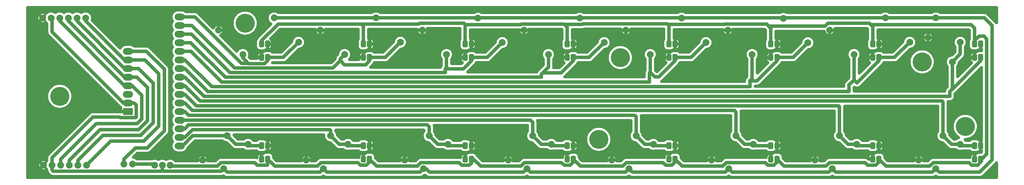
<source format=gbr>
%TF.GenerationSoftware,KiCad,Pcbnew,8.0.6*%
%TF.CreationDate,2024-11-17T08:10:18+01:00*%
%TF.ProjectId,marble_sequencer_circuits,6d617262-6c65-45f7-9365-7175656e6365,rev?*%
%TF.SameCoordinates,Original*%
%TF.FileFunction,Copper,L1,Top*%
%TF.FilePolarity,Positive*%
%FSLAX46Y46*%
G04 Gerber Fmt 4.6, Leading zero omitted, Abs format (unit mm)*
G04 Created by KiCad (PCBNEW 8.0.6) date 2024-11-17 08:10:18*
%MOMM*%
%LPD*%
G01*
G04 APERTURE LIST*
G04 Aperture macros list*
%AMRoundRect*
0 Rectangle with rounded corners*
0 $1 Rounding radius*
0 $2 $3 $4 $5 $6 $7 $8 $9 X,Y pos of 4 corners*
0 Add a 4 corners polygon primitive as box body*
4,1,4,$2,$3,$4,$5,$6,$7,$8,$9,$2,$3,0*
0 Add four circle primitives for the rounded corners*
1,1,$1+$1,$2,$3*
1,1,$1+$1,$4,$5*
1,1,$1+$1,$6,$7*
1,1,$1+$1,$8,$9*
0 Add four rect primitives between the rounded corners*
20,1,$1+$1,$2,$3,$4,$5,0*
20,1,$1+$1,$4,$5,$6,$7,0*
20,1,$1+$1,$6,$7,$8,$9,0*
20,1,$1+$1,$8,$9,$2,$3,0*%
G04 Aperture macros list end*
%TA.AperFunction,SMDPad,CuDef*%
%ADD10RoundRect,0.375000X0.375000X0.625000X-0.375000X0.625000X-0.375000X-0.625000X0.375000X-0.625000X0*%
%TD*%
%TA.AperFunction,SMDPad,CuDef*%
%ADD11RoundRect,0.375000X-0.375000X-0.625000X0.375000X-0.625000X0.375000X0.625000X-0.375000X0.625000X0*%
%TD*%
%TA.AperFunction,ComponentPad*%
%ADD12C,3.600000*%
%TD*%
%TA.AperFunction,ConnectorPad*%
%ADD13C,5.600000*%
%TD*%
%TA.AperFunction,ComponentPad*%
%ADD14C,2.000000*%
%TD*%
%TA.AperFunction,ComponentPad*%
%ADD15O,3.000000X2.000000*%
%TD*%
%TA.AperFunction,ComponentPad*%
%ADD16R,3.000000X2.000000*%
%TD*%
%TA.AperFunction,Conductor*%
%ADD17C,1.000000*%
%TD*%
G04 APERTURE END LIST*
D10*
%TO.P,U9,1,A*%
%TO.N,IR_LED_PWR*%
X71400000Y-56650000D03*
%TO.P,U9,2,K*%
%TO.N,GND*%
X71400000Y-52650000D03*
%TO.P,U9,3*%
%TO.N,/IR_Sens15*%
X69600000Y-52650000D03*
%TO.P,U9,4*%
%TO.N,GND*%
X69600000Y-56650000D03*
%TD*%
D11*
%TO.P,U13,1,A*%
%TO.N,IR_LED_PWR*%
X159600000Y-22650000D03*
%TO.P,U13,2,K*%
%TO.N,GND*%
X159600000Y-26650000D03*
%TO.P,U13,3*%
%TO.N,/IR_Sens3*%
X161400000Y-26650000D03*
%TO.P,U13,4*%
%TO.N,GND*%
X161400000Y-22650000D03*
%TD*%
%TO.P,U10,1,A*%
%TO.N,IR_LED_PWR*%
X69600000Y-22650000D03*
%TO.P,U10,2,K*%
%TO.N,GND*%
X69600000Y-26650000D03*
%TO.P,U10,3*%
%TO.N,/IR_Sens0*%
X71400000Y-26650000D03*
%TO.P,U10,4*%
%TO.N,GND*%
X71400000Y-22650000D03*
%TD*%
%TO.P,U14,1,A*%
%TO.N,IR_LED_PWR*%
X189600000Y-22650000D03*
%TO.P,U14,2,K*%
%TO.N,GND*%
X189600000Y-26650000D03*
%TO.P,U14,3*%
%TO.N,/IR_Sens4*%
X191400000Y-26650000D03*
%TO.P,U14,4*%
%TO.N,GND*%
X191400000Y-22650000D03*
%TD*%
%TO.P,U12,1,A*%
%TO.N,IR_LED_PWR*%
X129600000Y-22650000D03*
%TO.P,U12,2,K*%
%TO.N,GND*%
X129600000Y-26650000D03*
%TO.P,U12,3*%
%TO.N,/IR_Sens2*%
X131400000Y-26650000D03*
%TO.P,U12,4*%
%TO.N,GND*%
X131400000Y-22650000D03*
%TD*%
%TO.P,U15,1,A*%
%TO.N,IR_LED_PWR*%
X219600000Y-22650000D03*
%TO.P,U15,2,K*%
%TO.N,GND*%
X219600000Y-26650000D03*
%TO.P,U15,3*%
%TO.N,/IR_Sens5*%
X221400000Y-26650000D03*
%TO.P,U15,4*%
%TO.N,GND*%
X221400000Y-22650000D03*
%TD*%
D10*
%TO.P,U4,1,A*%
%TO.N,IR_LED_PWR*%
X221400000Y-56650000D03*
%TO.P,U4,2,K*%
%TO.N,GND*%
X221400000Y-52650000D03*
%TO.P,U4,3*%
%TO.N,/IR_Sens10*%
X219600000Y-52650000D03*
%TO.P,U4,4*%
%TO.N,GND*%
X219600000Y-56650000D03*
%TD*%
D11*
%TO.P,U16,1,A*%
%TO.N,IR_LED_PWR*%
X249600000Y-22650000D03*
%TO.P,U16,2,K*%
%TO.N,GND*%
X249600000Y-26650000D03*
%TO.P,U16,3*%
%TO.N,/IR_Sens6*%
X251400000Y-26650000D03*
%TO.P,U16,4*%
%TO.N,GND*%
X251400000Y-22650000D03*
%TD*%
D10*
%TO.P,U2,1,A*%
%TO.N,IR_LED_PWR*%
X281400000Y-56650000D03*
%TO.P,U2,2,K*%
%TO.N,GND*%
X281400000Y-52650000D03*
%TO.P,U2,3*%
%TO.N,/IR_Sens8*%
X279600000Y-52650000D03*
%TO.P,U2,4*%
%TO.N,GND*%
X279600000Y-56650000D03*
%TD*%
%TO.P,U7,1,A*%
%TO.N,IR_LED_PWR*%
X131400000Y-56650000D03*
%TO.P,U7,2,K*%
%TO.N,GND*%
X131400000Y-52650000D03*
%TO.P,U7,3*%
%TO.N,/IR_Sens13*%
X129600000Y-52650000D03*
%TO.P,U7,4*%
%TO.N,GND*%
X129600000Y-56650000D03*
%TD*%
%TO.P,U6,1,A*%
%TO.N,IR_LED_PWR*%
X161400000Y-56650000D03*
%TO.P,U6,2,K*%
%TO.N,GND*%
X161400000Y-52650000D03*
%TO.P,U6,3*%
%TO.N,/IR_Sens12*%
X159600000Y-52650000D03*
%TO.P,U6,4*%
%TO.N,GND*%
X159600000Y-56650000D03*
%TD*%
%TO.P,U3,1,A*%
%TO.N,IR_LED_PWR*%
X251400000Y-56650000D03*
%TO.P,U3,2,K*%
%TO.N,GND*%
X251400000Y-52650000D03*
%TO.P,U3,3*%
%TO.N,/IR_Sens9*%
X249600000Y-52650000D03*
%TO.P,U3,4*%
%TO.N,GND*%
X249600000Y-56650000D03*
%TD*%
D11*
%TO.P,U11,1,A*%
%TO.N,IR_LED_PWR*%
X99600000Y-22650000D03*
%TO.P,U11,2,K*%
%TO.N,GND*%
X99600000Y-26650000D03*
%TO.P,U11,3*%
%TO.N,/IR_Sens1*%
X101400000Y-26650000D03*
%TO.P,U11,4*%
%TO.N,GND*%
X101400000Y-22650000D03*
%TD*%
D10*
%TO.P,U8,1,A*%
%TO.N,IR_LED_PWR*%
X101400000Y-56650000D03*
%TO.P,U8,2,K*%
%TO.N,GND*%
X101400000Y-52650000D03*
%TO.P,U8,3*%
%TO.N,/IR_Sens14*%
X99600000Y-52650000D03*
%TO.P,U8,4*%
%TO.N,GND*%
X99600000Y-56650000D03*
%TD*%
D11*
%TO.P,U17,1,A*%
%TO.N,IR_LED_PWR*%
X279600000Y-22650000D03*
%TO.P,U17,2,K*%
%TO.N,GND*%
X279600000Y-26650000D03*
%TO.P,U17,3*%
%TO.N,/IR_Sens7*%
X281400000Y-26650000D03*
%TO.P,U17,4*%
%TO.N,GND*%
X281400000Y-22650000D03*
%TD*%
D10*
%TO.P,U5,1,A*%
%TO.N,IR_LED_PWR*%
X191400000Y-56650000D03*
%TO.P,U5,2,K*%
%TO.N,GND*%
X191400000Y-52650000D03*
%TO.P,U5,3*%
%TO.N,/IR_Sens11*%
X189600000Y-52650000D03*
%TO.P,U5,4*%
%TO.N,GND*%
X189600000Y-56650000D03*
%TD*%
D12*
%TO.P,REF\u002A\u002A,1*%
%TO.N,N/C*%
X276860000Y-46990000D03*
D13*
X276860000Y-46990000D03*
%TD*%
D12*
%TO.P,REF\u002A\u002A,1*%
%TO.N,N/C*%
X168910000Y-50800000D03*
D13*
X168910000Y-50800000D03*
%TD*%
D12*
%TO.P,REF\u002A\u002A,1*%
%TO.N,N/C*%
X10160000Y-38100000D03*
D13*
X10160000Y-38100000D03*
%TD*%
D12*
%TO.P,REF\u002A\u002A,1*%
%TO.N,N/C*%
X175260000Y-26670000D03*
D13*
X175260000Y-26670000D03*
%TD*%
D12*
%TO.P,REF\u002A\u002A,1*%
%TO.N,N/C*%
X264160000Y-27940000D03*
D13*
X264160000Y-27940000D03*
%TD*%
D12*
%TO.P,REF\u002A\u002A,1*%
%TO.N,N/C*%
X64770000Y-16510000D03*
D13*
X64770000Y-16510000D03*
%TD*%
D14*
%TO.P,R17,1*%
%TO.N,/IR_Sens15*%
X65604205Y-52287898D03*
%TO.P,R17,2*%
%TO.N,+5V*%
X58420000Y-59472103D03*
%TD*%
%TO.P,R14,1*%
%TO.N,GND*%
X82767898Y-56932103D03*
%TO.P,R14,2*%
%TO.N,/IR_Sens14*%
X89952103Y-49747898D03*
%TD*%
%TO.P,R8,1*%
%TO.N,GND*%
X172720000Y-56932103D03*
%TO.P,R8,2*%
%TO.N,/IR_Sens11*%
X179904205Y-49747898D03*
%TD*%
%TO.P,R21,1*%
%TO.N,GND*%
X146907898Y-18557898D03*
%TO.P,R21,2*%
%TO.N,/IR_Sens3*%
X154092103Y-25742103D03*
%TD*%
%TO.P,R30,1*%
%TO.N,/IR_Sens4*%
X200500000Y-22230000D03*
%TO.P,R30,2*%
%TO.N,+5V*%
X193315795Y-15045795D03*
%TD*%
%TO.P,R26,1*%
%TO.N,/IR_Sens0*%
X80500000Y-22150000D03*
%TO.P,R26,2*%
%TO.N,+5V*%
X73315795Y-14965795D03*
%TD*%
%TO.P,R6,1*%
%TO.N,GND*%
X202147898Y-56932103D03*
%TO.P,R6,2*%
%TO.N,/IR_Sens10*%
X209332103Y-49747898D03*
%TD*%
%TO.P,R23,1*%
%TO.N,GND*%
X206907898Y-18557898D03*
%TO.P,R23,2*%
%TO.N,/IR_Sens5*%
X214092103Y-25742103D03*
%TD*%
%TO.P,Q1,1,E*%
%TO.N,IR_LED_PWR*%
X42660000Y-58420000D03*
%TO.P,Q1,2,C*%
%TO.N,+5V*%
X40380000Y-58420000D03*
%TO.P,Q1,3,B*%
%TO.N,Net-(J3-Pin_2)*%
X38100000Y-58420000D03*
%TD*%
%TO.P,R16,1*%
%TO.N,GND*%
X52287898Y-56932103D03*
%TO.P,R16,2*%
%TO.N,/IR_Sens15*%
X59472103Y-49747898D03*
%TD*%
%TO.P,R29,1*%
%TO.N,/IR_Sens3*%
X170500000Y-22230000D03*
%TO.P,R29,2*%
%TO.N,+5V*%
X163315795Y-15045795D03*
%TD*%
%TO.P,R10,1*%
%TO.N,GND*%
X142240000Y-56932103D03*
%TO.P,R10,2*%
%TO.N,/IR_Sens12*%
X149424205Y-49747898D03*
%TD*%
%TO.P,R7,1*%
%TO.N,/IR_Sens10*%
X214412103Y-52287898D03*
%TO.P,R7,2*%
%TO.N,+5V*%
X207227898Y-59472103D03*
%TD*%
%TO.P,R33,1*%
%TO.N,/IR_Sens7*%
X275372103Y-22150000D03*
%TO.P,R33,2*%
%TO.N,+5V*%
X268187898Y-14965795D03*
%TD*%
%TO.P,R24,1*%
%TO.N,GND*%
X236907898Y-18557898D03*
%TO.P,R24,2*%
%TO.N,/IR_Sens6*%
X244092103Y-25742103D03*
%TD*%
D15*
%TO.P,U1,0,C15*%
%TO.N,/IR_Sens0*%
X45500000Y-14650000D03*
%TO.P,U1,1,C14*%
%TO.N,/IR_Sens1*%
X45500000Y-17190000D03*
%TO.P,U1,2,C13*%
%TO.N,/IR_Sens2*%
X45500000Y-19730000D03*
%TO.P,U1,3,C12*%
%TO.N,/IR_Sens3*%
X45500000Y-22270000D03*
%TO.P,U1,4,C11*%
%TO.N,/IR_Sens4*%
X45500000Y-24810000D03*
%TO.P,U1,5,C10*%
%TO.N,/IR_Sens5*%
X45500000Y-27350000D03*
%TO.P,U1,6,C9*%
%TO.N,/IR_Sens6*%
X45500000Y-29890000D03*
%TO.P,U1,7,C8*%
%TO.N,/IR_Sens7*%
X45500000Y-32430000D03*
%TO.P,U1,8,C7*%
%TO.N,/IR_Sens8*%
X45500000Y-34970000D03*
%TO.P,U1,9,C6*%
%TO.N,/IR_Sens9*%
X45500000Y-37510000D03*
%TO.P,U1,10,C5*%
%TO.N,/IR_Sens10*%
X45500000Y-40050000D03*
%TO.P,U1,11,C4*%
%TO.N,/IR_Sens11*%
X45500000Y-42590000D03*
%TO.P,U1,12,C3*%
%TO.N,/IR_Sens12*%
X45500000Y-45130000D03*
%TO.P,U1,13,C2*%
%TO.N,/IR_Sens13*%
X45500000Y-47670000D03*
%TO.P,U1,14,C1*%
%TO.N,/IR_Sens14*%
X45500000Y-50210000D03*
%TO.P,U1,15,C0*%
%TO.N,/IR_Sens15*%
X45500000Y-52750000D03*
%TO.P,U1,16,SIG*%
%TO.N,Net-(J3-Pin_1)*%
X30260000Y-24810000D03*
%TO.P,U1,17,S3*%
%TO.N,Net-(J1-Pin_6)*%
X30260000Y-27350000D03*
%TO.P,U1,18,S2*%
%TO.N,Net-(J1-Pin_5)*%
X30260000Y-29890000D03*
%TO.P,U1,19,S1*%
%TO.N,Net-(J1-Pin_4)*%
X30260000Y-32430000D03*
%TO.P,U1,20,S0*%
%TO.N,Net-(J1-Pin_3)*%
X30260000Y-34970000D03*
%TO.P,U1,21,EN*%
%TO.N,unconnected-(U1-EN-Pad21)*%
X30260000Y-37510000D03*
%TO.P,U1,22,VCC*%
%TO.N,+5V*%
X30260000Y-40050000D03*
D16*
%TO.P,U1,23,GND*%
%TO.N,GND*%
X30260000Y-42590000D03*
%TD*%
D14*
%TO.P,J2,1,Pin_1*%
%TO.N,GND*%
X5340000Y-58420000D03*
%TO.P,J2,2,Pin_2*%
%TO.N,+5V*%
X7880000Y-58420000D03*
%TO.P,J2,3,Pin_3*%
%TO.N,Net-(J1-Pin_3)*%
X10420000Y-58420000D03*
%TO.P,J2,4,Pin_4*%
%TO.N,Net-(J1-Pin_4)*%
X12960000Y-58420000D03*
%TO.P,J2,5,Pin_5*%
%TO.N,Net-(J1-Pin_5)*%
X15500000Y-58420000D03*
%TO.P,J2,6,Pin_6*%
%TO.N,Net-(J1-Pin_6)*%
X18040000Y-58420000D03*
%TD*%
%TO.P,J3,1,Pin_1*%
%TO.N,Net-(J3-Pin_1)*%
X29060000Y-58120000D03*
%TO.P,J3,2,Pin_2*%
%TO.N,Net-(J3-Pin_2)*%
X31600000Y-58120000D03*
%TD*%
%TO.P,R32,1*%
%TO.N,/IR_Sens6*%
X260500000Y-22150000D03*
%TO.P,R32,2*%
%TO.N,+5V*%
X253315795Y-14965795D03*
%TD*%
%TO.P,R9,1*%
%TO.N,/IR_Sens11*%
X184984205Y-52287898D03*
%TO.P,R9,2*%
%TO.N,+5V*%
X177800000Y-59472103D03*
%TD*%
%TO.P,R22,1*%
%TO.N,GND*%
X176907898Y-18557898D03*
%TO.P,R22,2*%
%TO.N,/IR_Sens4*%
X184092103Y-25742103D03*
%TD*%
%TO.P,R5,1*%
%TO.N,/IR_Sens9*%
X244892103Y-52287898D03*
%TO.P,R5,2*%
%TO.N,+5V*%
X237707898Y-59472103D03*
%TD*%
%TO.P,R20,1*%
%TO.N,GND*%
X116907898Y-18557898D03*
%TO.P,R20,2*%
%TO.N,/IR_Sens2*%
X124092103Y-25742103D03*
%TD*%
%TO.P,R25,1*%
%TO.N,GND*%
X265865795Y-20755795D03*
%TO.P,R25,2*%
%TO.N,/IR_Sens7*%
X273050000Y-27940000D03*
%TD*%
%TO.P,R31,1*%
%TO.N,/IR_Sens5*%
X230500000Y-22310000D03*
%TO.P,R31,2*%
%TO.N,+5V*%
X223315795Y-15125795D03*
%TD*%
%TO.P,R2,1*%
%TO.N,GND*%
X263107898Y-56932103D03*
%TO.P,R2,2*%
%TO.N,/IR_Sens8*%
X270292103Y-49747898D03*
%TD*%
%TO.P,R15,1*%
%TO.N,/IR_Sens14*%
X95032103Y-52287898D03*
%TO.P,R15,2*%
%TO.N,+5V*%
X87847898Y-59472103D03*
%TD*%
%TO.P,R28,1*%
%TO.N,/IR_Sens2*%
X140500000Y-22230000D03*
%TO.P,R28,2*%
%TO.N,+5V*%
X133315795Y-15045795D03*
%TD*%
%TO.P,R11,1*%
%TO.N,/IR_Sens12*%
X154940000Y-52287898D03*
%TO.P,R11,2*%
%TO.N,+5V*%
X147755795Y-59472103D03*
%TD*%
%TO.P,R4,1*%
%TO.N,GND*%
X232627898Y-56932103D03*
%TO.P,R4,2*%
%TO.N,/IR_Sens9*%
X239812103Y-49747898D03*
%TD*%
%TO.P,R27,1*%
%TO.N,/IR_Sens1*%
X110500000Y-22150000D03*
%TO.P,R27,2*%
%TO.N,+5V*%
X103315795Y-14965795D03*
%TD*%
%TO.P,R18,1*%
%TO.N,GND*%
X56907898Y-18557898D03*
%TO.P,R18,2*%
%TO.N,/IR_Sens0*%
X64092103Y-25742103D03*
%TD*%
%TO.P,R19,1*%
%TO.N,GND*%
X86907898Y-18557898D03*
%TO.P,R19,2*%
%TO.N,/IR_Sens1*%
X94092103Y-25742103D03*
%TD*%
%TO.P,J1,1,Pin_1*%
%TO.N,GND*%
X5080000Y-14970000D03*
%TO.P,J1,2,Pin_2*%
%TO.N,+5V*%
X7620000Y-14970000D03*
%TO.P,J1,3,Pin_3*%
%TO.N,Net-(J1-Pin_3)*%
X10160000Y-14970000D03*
%TO.P,J1,4,Pin_4*%
%TO.N,Net-(J1-Pin_4)*%
X12700000Y-14970000D03*
%TO.P,J1,5,Pin_5*%
%TO.N,Net-(J1-Pin_5)*%
X15240000Y-14970000D03*
%TO.P,J1,6,Pin_6*%
%TO.N,Net-(J1-Pin_6)*%
X17780000Y-14970000D03*
%TD*%
%TO.P,R1,1*%
%TO.N,+5V*%
X268187898Y-59472103D03*
%TO.P,R1,2*%
%TO.N,/IR_Sens8*%
X275372103Y-52287898D03*
%TD*%
%TO.P,R12,1*%
%TO.N,GND*%
X111760000Y-56932103D03*
%TO.P,R12,2*%
%TO.N,/IR_Sens13*%
X118944205Y-49747898D03*
%TD*%
%TO.P,R13,1*%
%TO.N,/IR_Sens13*%
X124460000Y-52287898D03*
%TO.P,R13,2*%
%TO.N,+5V*%
X117275795Y-59472103D03*
%TD*%
D17*
%TO.N,Net-(J1-Pin_3)*%
X31500000Y-34970000D02*
X30260000Y-34970000D01*
X20910000Y-46200000D02*
X32980000Y-46200000D01*
X32980000Y-46147056D02*
X34340000Y-44787056D01*
X34340000Y-44787056D02*
X34340000Y-37810000D01*
X10160000Y-14970000D02*
X10160000Y-15872081D01*
X10420000Y-58420000D02*
X10420000Y-56690000D01*
X29257919Y-34970000D02*
X30260000Y-34970000D01*
X34340000Y-37810000D02*
X31500000Y-34970000D01*
X10420000Y-56690000D02*
X20910000Y-46200000D01*
X32980000Y-46200000D02*
X32980000Y-46147056D01*
X10160000Y-15872081D02*
X29257919Y-34970000D01*
%TO.N,Net-(J1-Pin_6)*%
X18040000Y-58420000D02*
X25130000Y-51330000D01*
X29257919Y-27350000D02*
X30260000Y-27350000D01*
X25130000Y-51330000D02*
X34930000Y-51330000D01*
X35260000Y-27350000D02*
X30260000Y-27350000D01*
X34930000Y-51330000D02*
X39320000Y-46940000D01*
X39320000Y-31410000D02*
X35260000Y-27350000D01*
X17780000Y-15872081D02*
X29257919Y-27350000D01*
X17780000Y-14970000D02*
X17780000Y-15872081D01*
X39320000Y-46940000D02*
X39320000Y-31410000D01*
%TO.N,GND*%
X29760000Y-42590000D02*
X30260000Y-42590000D01*
X5080000Y-14970000D02*
X5380000Y-15270000D01*
%TO.N,Net-(J1-Pin_4)*%
X29257919Y-32430000D02*
X30260000Y-32430000D01*
X12700000Y-15872081D02*
X29257919Y-32430000D01*
X32900000Y-32430000D02*
X30260000Y-32430000D01*
X22055787Y-47910000D02*
X33374112Y-47910000D01*
X12700000Y-14970000D02*
X12700000Y-15872081D01*
X33374112Y-47910000D02*
X36000000Y-45284112D01*
X36000000Y-45284112D02*
X36000000Y-35530000D01*
X12960000Y-57005787D02*
X22055787Y-47910000D01*
X36000000Y-35530000D02*
X32900000Y-32430000D01*
X12960000Y-58420000D02*
X12960000Y-57005787D01*
%TO.N,Net-(J1-Pin_5)*%
X15240000Y-14970000D02*
X15240000Y-15872081D01*
X22885787Y-49620000D02*
X34017056Y-49620000D01*
X15500000Y-57005787D02*
X22885787Y-49620000D01*
X34017056Y-49562944D02*
X37660000Y-45920000D01*
X34017056Y-49620000D02*
X34017056Y-49562944D01*
X15240000Y-15872081D02*
X29257919Y-29890000D01*
X33360000Y-29890000D02*
X30260000Y-29890000D01*
X37660000Y-34190000D02*
X33360000Y-29890000D01*
X15500000Y-58420000D02*
X15500000Y-57005787D01*
X29257919Y-29890000D02*
X30260000Y-29890000D01*
X37660000Y-45920000D02*
X37660000Y-34190000D01*
%TO.N,Net-(J3-Pin_2)*%
X37800000Y-58120000D02*
X38100000Y-58420000D01*
X31600000Y-58120000D02*
X37800000Y-58120000D01*
%TO.N,Net-(J3-Pin_1)*%
X32425787Y-53340000D02*
X35905000Y-53340000D01*
X29060000Y-56705787D02*
X32425787Y-53340000D01*
X40980000Y-30115000D02*
X35675000Y-24810000D01*
X35905000Y-53340000D02*
X40980000Y-48265000D01*
X40980000Y-48265000D02*
X40980000Y-30115000D01*
X35675000Y-24810000D02*
X30260000Y-24810000D01*
X29060000Y-58120000D02*
X29060000Y-56705787D01*
%TO.N,IR_LED_PWR*%
X281680000Y-56650000D02*
X283180000Y-55150000D01*
X57674415Y-57672103D02*
X67612103Y-57672103D01*
X236897897Y-57672103D02*
X247292103Y-57672103D01*
X177047897Y-57672103D02*
X187842103Y-57672103D01*
X42660000Y-58420000D02*
X42972103Y-58732103D01*
X236380211Y-16540000D02*
X248602102Y-16540000D01*
X249021051Y-16958949D02*
X278578949Y-16958949D01*
X282350000Y-20320000D02*
X280930000Y-20320000D01*
X187842103Y-57672103D02*
X188620000Y-58450000D01*
X129192102Y-16510000D02*
X129600000Y-16917898D01*
X278578949Y-16958949D02*
X279600000Y-17980000D01*
X235540211Y-17380000D02*
X236380211Y-16540000D01*
X97960401Y-57672103D02*
X98738298Y-58450000D01*
X87102313Y-57672103D02*
X97960401Y-57672103D01*
X190461702Y-58450000D02*
X191400000Y-57511702D01*
X158650000Y-16757898D02*
X158737897Y-16845795D01*
X175987897Y-58732103D02*
X177047897Y-57672103D01*
X189072102Y-16700000D02*
X189600000Y-17227898D01*
X206162313Y-16757898D02*
X218340000Y-16757898D01*
X189600000Y-17227898D02*
X189600000Y-22650000D01*
X188620000Y-58450000D02*
X190461702Y-58450000D01*
X127782103Y-57672103D02*
X128560000Y-58450000D01*
X251400000Y-57511702D02*
X251400000Y-56650000D01*
X101400000Y-56650000D02*
X103482103Y-58732103D01*
X101400000Y-57511702D02*
X101400000Y-56650000D01*
X219600000Y-18017898D02*
X219600000Y-22650000D01*
X283180000Y-21150000D02*
X282350000Y-20320000D01*
X86042313Y-58732103D02*
X87102313Y-57672103D01*
X74492102Y-16757898D02*
X98960000Y-16757898D01*
X116170000Y-16510000D02*
X129192102Y-16510000D01*
X100461702Y-58450000D02*
X101400000Y-57511702D01*
X134112103Y-58732103D02*
X145950210Y-58732103D01*
X98960000Y-16757898D02*
X99600000Y-17397898D01*
X251400000Y-56650000D02*
X253482103Y-58732103D01*
X283180000Y-55150000D02*
X283180000Y-21150000D01*
X235837897Y-58732103D02*
X236897897Y-57672103D01*
X71400000Y-58260000D02*
X71400000Y-56650000D01*
X278738298Y-58450000D02*
X280490000Y-58450000D01*
X98967897Y-16765795D02*
X115914205Y-16765795D01*
X250461702Y-58450000D02*
X251400000Y-57511702D01*
X248602102Y-16540000D02*
X249600000Y-17537898D01*
X277960401Y-57672103D02*
X278738298Y-58450000D01*
X69600000Y-22650000D02*
X69600000Y-21650000D01*
X193482103Y-58732103D02*
X205422313Y-58732103D01*
X248070000Y-58450000D02*
X250461702Y-58450000D01*
X279600000Y-17980000D02*
X279600000Y-22650000D01*
X116530210Y-57672103D02*
X127782103Y-57672103D01*
X220480000Y-58450000D02*
X221400000Y-57530000D01*
X131400000Y-57830000D02*
X131400000Y-56650000D01*
X129600000Y-22650000D02*
X129600000Y-16917898D01*
X158737897Y-16845795D02*
X164061380Y-16845795D01*
X71400000Y-56650000D02*
X73482103Y-58732103D01*
X247292103Y-57672103D02*
X248070000Y-58450000D01*
X73482103Y-58732103D02*
X86042313Y-58732103D01*
X160461702Y-58450000D02*
X161400000Y-57511702D01*
X218720000Y-58450000D02*
X220480000Y-58450000D01*
X189217897Y-16845795D02*
X206074416Y-16845795D01*
X146002313Y-16917898D02*
X146162313Y-16757898D01*
X266382313Y-58732103D02*
X267442313Y-57672103D01*
X56614415Y-58732103D02*
X57674415Y-57672103D01*
X67612103Y-57672103D02*
X68390000Y-58450000D01*
X249600000Y-17537898D02*
X249600000Y-22650000D01*
X115914205Y-16765795D02*
X116170000Y-16510000D01*
X191400000Y-57511702D02*
X191400000Y-56650000D01*
X191400000Y-56650000D02*
X193482103Y-58732103D01*
X253482103Y-58732103D02*
X266382313Y-58732103D01*
X158650000Y-16757898D02*
X159600000Y-17707898D01*
X42972103Y-58732103D02*
X56614415Y-58732103D01*
X99600000Y-17397898D02*
X99600000Y-22650000D01*
X218340000Y-16757898D02*
X218962102Y-17380000D01*
X221400000Y-56650000D02*
X223482103Y-58732103D01*
X71210000Y-58450000D02*
X71400000Y-58260000D01*
X218962102Y-17380000D02*
X235540211Y-17380000D01*
X189072102Y-16700000D02*
X189217897Y-16845795D01*
X281400000Y-57540000D02*
X281400000Y-56650000D01*
X157960401Y-57672103D02*
X158738298Y-58450000D01*
X129600000Y-16917898D02*
X146002313Y-16917898D01*
X161400000Y-56650000D02*
X163482103Y-58732103D01*
X217942103Y-57672103D02*
X218720000Y-58450000D01*
X205422313Y-58732103D02*
X206482313Y-57672103D01*
X206074416Y-16845795D02*
X206162313Y-16757898D01*
X163482103Y-58732103D02*
X175987897Y-58732103D01*
X98960000Y-16757898D02*
X98967897Y-16765795D01*
X130780000Y-58450000D02*
X131400000Y-57830000D01*
X218340000Y-16757898D02*
X219600000Y-18017898D01*
X279600000Y-21650000D02*
X279600000Y-22650000D01*
X147010210Y-57672103D02*
X157960401Y-57672103D01*
X128560000Y-58450000D02*
X130780000Y-58450000D01*
X115470210Y-58732103D02*
X116530210Y-57672103D01*
X98738298Y-58450000D02*
X100461702Y-58450000D01*
X223482103Y-58732103D02*
X235837897Y-58732103D01*
X161400000Y-57511702D02*
X161400000Y-56650000D01*
X131400000Y-56650000D02*
X132030000Y-56650000D01*
X145950210Y-58732103D02*
X147010210Y-57672103D01*
X280930000Y-20320000D02*
X279600000Y-21650000D01*
X158738298Y-58450000D02*
X160461702Y-58450000D01*
X281400000Y-56650000D02*
X281680000Y-56650000D01*
X206482313Y-57672103D02*
X217942103Y-57672103D01*
X132030000Y-56650000D02*
X134112103Y-58732103D01*
X103482103Y-58732103D02*
X115470210Y-58732103D01*
X248602102Y-16540000D02*
X249021051Y-16958949D01*
X221400000Y-57530000D02*
X221400000Y-56650000D01*
X164207175Y-16700000D02*
X189072102Y-16700000D01*
X69600000Y-21650000D02*
X74492102Y-16757898D01*
X68390000Y-58450000D02*
X71210000Y-58450000D01*
X267442313Y-57672103D02*
X277960401Y-57672103D01*
X159600000Y-17707898D02*
X159600000Y-22650000D01*
X146162313Y-16757898D02*
X158650000Y-16757898D01*
X280490000Y-58450000D02*
X281400000Y-57540000D01*
X164061380Y-16845795D02*
X164207175Y-16700000D01*
%TO.N,/IR_Sens8*%
X270056922Y-39496922D02*
X51526922Y-39496922D01*
X272832103Y-52287898D02*
X270292103Y-49747898D01*
X270292103Y-39732103D02*
X270056922Y-39496922D01*
X270292103Y-49747898D02*
X270292103Y-39732103D01*
X275734205Y-52650000D02*
X275372103Y-52287898D01*
X51526922Y-39496922D02*
X47000000Y-34970000D01*
X47000000Y-34970000D02*
X45500000Y-34970000D01*
X279600000Y-52650000D02*
X275734205Y-52650000D01*
X275372103Y-52287898D02*
X272832103Y-52287898D01*
%TO.N,/IR_Sens9*%
X242352103Y-52287898D02*
X239812103Y-49747898D01*
X249600000Y-52650000D02*
X245254205Y-52650000D01*
X239812103Y-49747898D02*
X239812103Y-41173639D01*
X245254205Y-52650000D02*
X244892103Y-52287898D01*
X244892103Y-52287898D02*
X242352103Y-52287898D01*
X50390768Y-40900768D02*
X47000000Y-37510000D01*
X239539232Y-40900768D02*
X50390768Y-40900768D01*
X47000000Y-37510000D02*
X45500000Y-37510000D01*
X239812103Y-41173639D02*
X239539232Y-40900768D01*
%TO.N,/IR_Sens10*%
X47000000Y-40050000D02*
X45500000Y-40050000D01*
X209332103Y-42743253D02*
X208893464Y-42304614D01*
X214774205Y-52650000D02*
X214412103Y-52287898D01*
X219600000Y-52650000D02*
X214774205Y-52650000D01*
X49254614Y-42304614D02*
X47000000Y-40050000D01*
X211872103Y-52287898D02*
X209332103Y-49747898D01*
X214412103Y-52287898D02*
X211872103Y-52287898D01*
X209332103Y-49747898D02*
X209332103Y-42743253D01*
X208893464Y-42304614D02*
X49254614Y-42304614D01*
%TO.N,/IR_Sens11*%
X179904205Y-44130222D02*
X179482443Y-43708460D01*
X48118460Y-43708460D02*
X47000000Y-42590000D01*
X185346307Y-52650000D02*
X184984205Y-52287898D01*
X184984205Y-52287898D02*
X182444205Y-52287898D01*
X47000000Y-42590000D02*
X45500000Y-42590000D01*
X179904205Y-49747898D02*
X179904205Y-44130222D01*
X182444205Y-52287898D02*
X179904205Y-49747898D01*
X179482443Y-43708460D02*
X48118460Y-43708460D01*
X189600000Y-52650000D02*
X185346307Y-52650000D01*
%TO.N,/IR_Sens12*%
X151964205Y-52287898D02*
X149424205Y-49747898D01*
X55764033Y-45112306D02*
X55746339Y-45130000D01*
X46120000Y-45750000D02*
X45500000Y-45130000D01*
X55764033Y-45112306D02*
X148760284Y-45112306D01*
X159600000Y-52650000D02*
X155302102Y-52650000D01*
X148760284Y-45112306D02*
X149424205Y-45776227D01*
X154940000Y-52287898D02*
X151964205Y-52287898D01*
X155302102Y-52650000D02*
X154940000Y-52287898D01*
X55746339Y-45130000D02*
X45500000Y-45130000D01*
X149424205Y-45776227D02*
X149424205Y-49747898D01*
%TO.N,/IR_Sens13*%
X48153848Y-46516152D02*
X47000000Y-47670000D01*
X47000000Y-47670000D02*
X45500000Y-47670000D01*
X129600000Y-52650000D02*
X124822102Y-52650000D01*
X118944205Y-47072232D02*
X118388125Y-46516152D01*
X118388125Y-46516152D02*
X48153848Y-46516152D01*
X118944205Y-49747898D02*
X118944205Y-47072232D01*
X124460000Y-52287898D02*
X121484205Y-52287898D01*
X124822102Y-52650000D02*
X124460000Y-52287898D01*
X121484205Y-52287898D02*
X118944205Y-49747898D01*
%TO.N,/IR_Sens14*%
X92492103Y-52287898D02*
X89952103Y-49747898D01*
X95394205Y-52650000D02*
X95032103Y-52287898D01*
X95032103Y-52287898D02*
X92492103Y-52287898D01*
X49290000Y-47920000D02*
X47000000Y-50210000D01*
X89675966Y-47920000D02*
X49290000Y-47920000D01*
X47000000Y-50210000D02*
X45500000Y-50210000D01*
X89952103Y-48196137D02*
X89675966Y-47920000D01*
X99600000Y-52650000D02*
X95394205Y-52650000D01*
X89952103Y-49747898D02*
X89952103Y-48196137D01*
%TO.N,/IR_Sens15*%
X45500000Y-52750000D02*
X46310000Y-52750000D01*
X65966307Y-52650000D02*
X65604205Y-52287898D01*
X62012103Y-52287898D02*
X59472103Y-49747898D01*
X49312102Y-49747898D02*
X59472103Y-49747898D01*
X69600000Y-52650000D02*
X65966307Y-52650000D01*
X65604205Y-52287898D02*
X62012103Y-52287898D01*
X46310000Y-52750000D02*
X49312102Y-49747898D01*
%TO.N,/IR_Sens0*%
X63650000Y-28350000D02*
X49950000Y-14650000D01*
X64092103Y-26790375D02*
X64881728Y-27580000D01*
X76000000Y-26650000D02*
X80500000Y-22150000D01*
X65751728Y-28450000D02*
X65651728Y-28350000D01*
X49950000Y-14650000D02*
X45500000Y-14650000D01*
X65651728Y-28350000D02*
X64881728Y-27580000D01*
X71400000Y-26650000D02*
X71400000Y-27511702D01*
X71400000Y-27511702D02*
X70461702Y-28450000D01*
X71400000Y-26650000D02*
X76000000Y-26650000D01*
X70461702Y-28450000D02*
X65751728Y-28450000D01*
X65651728Y-28350000D02*
X63650000Y-28350000D01*
X64092103Y-25742103D02*
X64092103Y-26790375D01*
%TO.N,/IR_Sens1*%
X101400000Y-27650000D02*
X100270000Y-28780000D01*
X101400000Y-26650000D02*
X106000000Y-26650000D01*
X94021728Y-28780000D02*
X92821728Y-27580000D01*
X49060000Y-17190000D02*
X61620000Y-29750000D01*
X101400000Y-26650000D02*
X101400000Y-27650000D01*
X100270000Y-28780000D02*
X94021728Y-28780000D01*
X94092103Y-25742103D02*
X92821728Y-27012478D01*
X45500000Y-17190000D02*
X49060000Y-17190000D01*
X61620000Y-29750000D02*
X90651728Y-29750000D01*
X92821728Y-27012478D02*
X92821728Y-27580000D01*
X106000000Y-26650000D02*
X110500000Y-22150000D01*
X90651728Y-29750000D02*
X92821728Y-27580000D01*
%TO.N,/IR_Sens2*%
X124092103Y-29612103D02*
X124460000Y-29980000D01*
X124092103Y-25742103D02*
X124092103Y-29612103D01*
X123714318Y-29989888D02*
X124092103Y-29612103D01*
X131400000Y-26650000D02*
X136080000Y-26650000D01*
X131400000Y-26650000D02*
X131400000Y-27650000D01*
X123714318Y-31073846D02*
X123714318Y-29989888D01*
X136080000Y-26650000D02*
X140500000Y-22230000D01*
X60310000Y-31073846D02*
X123714318Y-31073846D01*
X48966154Y-19730000D02*
X45500000Y-19730000D01*
X131400000Y-27650000D02*
X129070000Y-29980000D01*
X60310000Y-31073846D02*
X48966154Y-19730000D01*
X129070000Y-29980000D02*
X124460000Y-29980000D01*
%TO.N,/IR_Sens3*%
X58950000Y-32477692D02*
X48742308Y-22270000D01*
X166080000Y-26650000D02*
X170500000Y-22230000D01*
X161400000Y-26650000D02*
X161400000Y-27650000D01*
X157870000Y-31180000D02*
X152400000Y-31180000D01*
X161400000Y-27650000D02*
X157870000Y-31180000D01*
X151983523Y-32477692D02*
X151983523Y-31596477D01*
X151983523Y-31596477D02*
X152400000Y-31180000D01*
X154092103Y-25742103D02*
X154092103Y-29487897D01*
X58950000Y-32477692D02*
X151983523Y-32477692D01*
X154092103Y-29487897D02*
X152400000Y-31180000D01*
X48742308Y-22270000D02*
X45500000Y-22270000D01*
X161400000Y-26650000D02*
X166080000Y-26650000D01*
%TO.N,/IR_Sens4*%
X183858636Y-31285570D02*
X183858636Y-33881538D01*
X184092103Y-25742103D02*
X184092103Y-31052103D01*
X191400000Y-26650000D02*
X191400000Y-27650000D01*
X57830000Y-33881538D02*
X48758462Y-24810000D01*
X183858636Y-33881538D02*
X57830000Y-33881538D01*
X48758462Y-24810000D02*
X45500000Y-24810000D01*
X196080000Y-26650000D02*
X200500000Y-22230000D01*
X184092103Y-31052103D02*
X183858636Y-31285570D01*
X184092103Y-31052103D02*
X185420000Y-32380000D01*
X186670000Y-32380000D02*
X185420000Y-32380000D01*
X191400000Y-26650000D02*
X196080000Y-26650000D01*
X191400000Y-27650000D02*
X186670000Y-32380000D01*
%TO.N,/IR_Sens5*%
X221400000Y-27650000D02*
X215470000Y-33580000D01*
X215470000Y-33580000D02*
X213360000Y-33580000D01*
X221400000Y-26650000D02*
X226160000Y-26650000D01*
X214092103Y-32847897D02*
X213360000Y-33580000D01*
X226160000Y-26650000D02*
X230500000Y-22310000D01*
X54935384Y-35285384D02*
X47000000Y-27350000D01*
X214092103Y-25742103D02*
X214092103Y-32847897D01*
X213360000Y-33580000D02*
X213459205Y-33679205D01*
X213459205Y-33679205D02*
X213459205Y-35285384D01*
X221400000Y-26650000D02*
X221400000Y-27650000D01*
X47000000Y-27350000D02*
X45500000Y-27350000D01*
X213459205Y-35285384D02*
X54935384Y-35285384D01*
%TO.N,/IR_Sens6*%
X256000000Y-26650000D02*
X260500000Y-22150000D01*
X251400000Y-26650000D02*
X256000000Y-26650000D01*
X251400000Y-27650000D02*
X244935000Y-34115000D01*
X244092103Y-25742103D02*
X244092103Y-33272103D01*
X242607046Y-36689230D02*
X53799230Y-36689230D01*
X244092103Y-33272103D02*
X242607046Y-34757160D01*
X242607046Y-34757160D02*
X242607046Y-36689230D01*
X47000000Y-29890000D02*
X45500000Y-29890000D01*
X251400000Y-26650000D02*
X251400000Y-27650000D01*
X53799230Y-36689230D02*
X47000000Y-29890000D01*
X244092103Y-33272103D02*
X244935000Y-34115000D01*
%TO.N,/IR_Sens7*%
X273070000Y-35980000D02*
X281400000Y-27650000D01*
X273050000Y-35960000D02*
X272345113Y-36664887D01*
X274092103Y-34957897D02*
X273070000Y-35980000D01*
X275372103Y-22150000D02*
X275372103Y-25617897D01*
X273050000Y-35960000D02*
X273070000Y-35980000D01*
X281400000Y-27650000D02*
X281400000Y-26650000D01*
X47000000Y-32430000D02*
X45500000Y-32430000D01*
X273050000Y-27940000D02*
X273050000Y-35960000D01*
X52663076Y-38093076D02*
X47000000Y-32430000D01*
X272345113Y-36664887D02*
X272345113Y-38093076D01*
X275372103Y-25617897D02*
X273050000Y-27940000D01*
X272345113Y-38093076D02*
X52663076Y-38093076D01*
%TO.N,+5V*%
X147755795Y-59472103D02*
X148755795Y-60472103D01*
X87847898Y-59472103D02*
X88847898Y-60472103D01*
X178800000Y-60472103D02*
X206227898Y-60472103D01*
X57672103Y-60220000D02*
X58420000Y-59472103D01*
X88847898Y-60472103D02*
X116275795Y-60472103D01*
X116275795Y-60472103D02*
X117275795Y-59472103D01*
X19930000Y-44210000D02*
X22090000Y-44210000D01*
X28917056Y-40050000D02*
X30260000Y-40050000D01*
X32680000Y-44240000D02*
X32680000Y-40700000D01*
X119073897Y-60472103D02*
X146755795Y-60472103D01*
X269187898Y-60472103D02*
X268187898Y-59472103D01*
X206227898Y-60472103D02*
X207227898Y-59472103D01*
X39994213Y-60220000D02*
X40380000Y-59834213D01*
X7920000Y-15270000D02*
X7920000Y-19052944D01*
X176800000Y-60472103D02*
X177800000Y-59472103D01*
X7880000Y-58420000D02*
X7880000Y-59834213D01*
X282510795Y-14965795D02*
X284760000Y-17215000D01*
X267187898Y-60472103D02*
X268187898Y-59472103D01*
X236707898Y-60472103D02*
X237707898Y-59472103D01*
X27960000Y-44390000D02*
X32530000Y-44390000D01*
X86847898Y-60472103D02*
X87847898Y-59472103D01*
X146755795Y-60472103D02*
X147755795Y-59472103D01*
X22110000Y-44190000D02*
X27760000Y-44190000D01*
X40380000Y-58420000D02*
X40380000Y-59834213D01*
X208227898Y-60472103D02*
X236707898Y-60472103D01*
X8265787Y-60220000D02*
X39994213Y-60220000D01*
X7920000Y-19052944D02*
X28917056Y-40050000D01*
X281157897Y-60472103D02*
X269187898Y-60472103D01*
X7880000Y-56260000D02*
X19930000Y-44210000D01*
X284760000Y-56870000D02*
X281157897Y-60472103D01*
X73315795Y-14965795D02*
X282510795Y-14965795D01*
X148755795Y-60472103D02*
X176800000Y-60472103D01*
X207227898Y-59472103D02*
X208227898Y-60472103D01*
X32530000Y-44390000D02*
X32680000Y-44240000D01*
X118073897Y-59472103D02*
X119073897Y-60472103D01*
X32680000Y-40700000D02*
X32030000Y-40050000D01*
X237707898Y-59472103D02*
X238707898Y-60472103D01*
X7880000Y-58420000D02*
X7880000Y-56260000D01*
X7620000Y-14970000D02*
X7920000Y-15270000D01*
X40765787Y-60220000D02*
X57672103Y-60220000D01*
X59420000Y-60472103D02*
X86847898Y-60472103D01*
X284760000Y-17215000D02*
X284760000Y-56870000D01*
X27760000Y-44190000D02*
X27960000Y-44390000D01*
X32030000Y-40050000D02*
X30260000Y-40050000D01*
X117275795Y-59472103D02*
X118073897Y-59472103D01*
X177800000Y-59472103D02*
X178800000Y-60472103D01*
X40380000Y-59834213D02*
X40765787Y-60220000D01*
X7880000Y-59834213D02*
X8265787Y-60220000D01*
X238707898Y-60472103D02*
X267187898Y-60472103D01*
X22090000Y-44210000D02*
X22110000Y-44190000D01*
X58420000Y-59472103D02*
X59420000Y-60472103D01*
%TD*%
%TA.AperFunction,Conductor*%
%TO.N,GND*%
G36*
X286195345Y-11449948D02*
G01*
X286315931Y-11508019D01*
X286414042Y-11599053D01*
X286480962Y-11714962D01*
X286510745Y-11845446D01*
X286512000Y-11879000D01*
X286512000Y-16372257D01*
X286492052Y-16504602D01*
X286433981Y-16625188D01*
X286342947Y-16723299D01*
X286227038Y-16790219D01*
X286096554Y-16820002D01*
X285963088Y-16810000D01*
X285838500Y-16761102D01*
X285733860Y-16677655D01*
X285699753Y-16636175D01*
X285599413Y-16498071D01*
X283227724Y-14126382D01*
X283102814Y-14035629D01*
X283087583Y-14024563D01*
X282933240Y-13945922D01*
X282933237Y-13945921D01*
X282933231Y-13945918D01*
X282768506Y-13892396D01*
X282768501Y-13892394D01*
X282768496Y-13892393D01*
X282682951Y-13878844D01*
X282597407Y-13865295D01*
X282597406Y-13865295D01*
X269529423Y-13865295D01*
X269397078Y-13845347D01*
X269276492Y-13787276D01*
X269237824Y-13757720D01*
X269131557Y-13666959D01*
X268916757Y-13535329D01*
X268916756Y-13535328D01*
X268916752Y-13535326D01*
X268684008Y-13438921D01*
X268439049Y-13380112D01*
X268439041Y-13380111D01*
X268187898Y-13360346D01*
X267936754Y-13380111D01*
X267936746Y-13380112D01*
X267691788Y-13438921D01*
X267691786Y-13438921D01*
X267459044Y-13535326D01*
X267459043Y-13535326D01*
X267244240Y-13666958D01*
X267239314Y-13671165D01*
X267137972Y-13757719D01*
X267024385Y-13828500D01*
X266894977Y-13862657D01*
X266846373Y-13865295D01*
X254657320Y-13865295D01*
X254524975Y-13845347D01*
X254404389Y-13787276D01*
X254365721Y-13757720D01*
X254259454Y-13666959D01*
X254044654Y-13535329D01*
X254044653Y-13535328D01*
X254044649Y-13535326D01*
X253811905Y-13438921D01*
X253566946Y-13380112D01*
X253566938Y-13380111D01*
X253315795Y-13360346D01*
X253064651Y-13380111D01*
X253064643Y-13380112D01*
X252819685Y-13438921D01*
X252819683Y-13438921D01*
X252586941Y-13535326D01*
X252586940Y-13535326D01*
X252372137Y-13666958D01*
X252367211Y-13671165D01*
X252265869Y-13757719D01*
X252152282Y-13828500D01*
X252022874Y-13862657D01*
X251974270Y-13865295D01*
X224448644Y-13865295D01*
X224316299Y-13845347D01*
X224214042Y-13799130D01*
X224044658Y-13695331D01*
X224044648Y-13695326D01*
X223811905Y-13598921D01*
X223566946Y-13540112D01*
X223566938Y-13540111D01*
X223315795Y-13520346D01*
X223064651Y-13540111D01*
X223064643Y-13540112D01*
X222819685Y-13598921D01*
X222819683Y-13598921D01*
X222586941Y-13695326D01*
X222586931Y-13695331D01*
X222417548Y-13799130D01*
X222294283Y-13851272D01*
X222182946Y-13865295D01*
X194563653Y-13865295D01*
X194431308Y-13845347D01*
X194310722Y-13787276D01*
X194272058Y-13757723D01*
X194259454Y-13746959D01*
X194044654Y-13615329D01*
X194044653Y-13615328D01*
X194044649Y-13615326D01*
X193811905Y-13518921D01*
X193566946Y-13460112D01*
X193566938Y-13460111D01*
X193315795Y-13440346D01*
X193064651Y-13460111D01*
X193064643Y-13460112D01*
X192819685Y-13518921D01*
X192819683Y-13518921D01*
X192586941Y-13615326D01*
X192586940Y-13615326D01*
X192372137Y-13746958D01*
X192372136Y-13746959D01*
X192359534Y-13757721D01*
X192245945Y-13828501D01*
X192116537Y-13862657D01*
X192067937Y-13865295D01*
X164563653Y-13865295D01*
X164431308Y-13845347D01*
X164310722Y-13787276D01*
X164272058Y-13757723D01*
X164259454Y-13746959D01*
X164044654Y-13615329D01*
X164044653Y-13615328D01*
X164044649Y-13615326D01*
X163811905Y-13518921D01*
X163566946Y-13460112D01*
X163566938Y-13460111D01*
X163315795Y-13440346D01*
X163064651Y-13460111D01*
X163064643Y-13460112D01*
X162819685Y-13518921D01*
X162819683Y-13518921D01*
X162586941Y-13615326D01*
X162586940Y-13615326D01*
X162372137Y-13746958D01*
X162372136Y-13746959D01*
X162359534Y-13757721D01*
X162245945Y-13828501D01*
X162116537Y-13862657D01*
X162067937Y-13865295D01*
X134563653Y-13865295D01*
X134431308Y-13845347D01*
X134310722Y-13787276D01*
X134272058Y-13757723D01*
X134259454Y-13746959D01*
X134044654Y-13615329D01*
X134044653Y-13615328D01*
X134044649Y-13615326D01*
X133811905Y-13518921D01*
X133566946Y-13460112D01*
X133566938Y-13460111D01*
X133315795Y-13440346D01*
X133064651Y-13460111D01*
X133064643Y-13460112D01*
X132819685Y-13518921D01*
X132819683Y-13518921D01*
X132586941Y-13615326D01*
X132586940Y-13615326D01*
X132372137Y-13746958D01*
X132372136Y-13746959D01*
X132359534Y-13757721D01*
X132245945Y-13828501D01*
X132116537Y-13862657D01*
X132067937Y-13865295D01*
X104657320Y-13865295D01*
X104524975Y-13845347D01*
X104404389Y-13787276D01*
X104365721Y-13757720D01*
X104259454Y-13666959D01*
X104044654Y-13535329D01*
X104044653Y-13535328D01*
X104044649Y-13535326D01*
X103811905Y-13438921D01*
X103566946Y-13380112D01*
X103566938Y-13380111D01*
X103315795Y-13360346D01*
X103064651Y-13380111D01*
X103064643Y-13380112D01*
X102819685Y-13438921D01*
X102819683Y-13438921D01*
X102586941Y-13535326D01*
X102586940Y-13535326D01*
X102372137Y-13666958D01*
X102367211Y-13671165D01*
X102265869Y-13757719D01*
X102152282Y-13828500D01*
X102022874Y-13862657D01*
X101974270Y-13865295D01*
X74657320Y-13865295D01*
X74524975Y-13845347D01*
X74404389Y-13787276D01*
X74365721Y-13757720D01*
X74259454Y-13666959D01*
X74044654Y-13535329D01*
X74044653Y-13535328D01*
X74044649Y-13535326D01*
X73811905Y-13438921D01*
X73566946Y-13380112D01*
X73566938Y-13380111D01*
X73315795Y-13360346D01*
X73064651Y-13380111D01*
X73064643Y-13380112D01*
X72819685Y-13438921D01*
X72819683Y-13438921D01*
X72586941Y-13535326D01*
X72586940Y-13535326D01*
X72372133Y-13666960D01*
X72180574Y-13830567D01*
X72180567Y-13830574D01*
X72016960Y-14022133D01*
X71885326Y-14236940D01*
X71885326Y-14236941D01*
X71788921Y-14469683D01*
X71788921Y-14469685D01*
X71730112Y-14714643D01*
X71730111Y-14714651D01*
X71710346Y-14965795D01*
X71730111Y-15216938D01*
X71730112Y-15216946D01*
X71788921Y-15461904D01*
X71788921Y-15461906D01*
X71885326Y-15694648D01*
X71885326Y-15694649D01*
X72016960Y-15909456D01*
X72180567Y-16101015D01*
X72180574Y-16101022D01*
X72372137Y-16264632D01*
X72541824Y-16368617D01*
X72644244Y-16454775D01*
X72716718Y-16567295D01*
X72752807Y-16696178D01*
X72749303Y-16829972D01*
X72706519Y-16956789D01*
X72628255Y-17065361D01*
X72624713Y-17068943D01*
X68883072Y-20810586D01*
X68760587Y-20933070D01*
X68658772Y-21073206D01*
X68658769Y-21073210D01*
X68580126Y-21227556D01*
X68573378Y-21243849D01*
X68571401Y-21243030D01*
X68522074Y-21341643D01*
X68502917Y-21366910D01*
X68406284Y-21485421D01*
X68406283Y-21485423D01*
X68314427Y-21661270D01*
X68314426Y-21661273D01*
X68264834Y-21834593D01*
X68259849Y-21852015D01*
X68249500Y-21968414D01*
X68249500Y-23331586D01*
X68259849Y-23447985D01*
X68259849Y-23447988D01*
X68259850Y-23447989D01*
X68314426Y-23638726D01*
X68314427Y-23638729D01*
X68406281Y-23814574D01*
X68406284Y-23814579D01*
X68522611Y-23957243D01*
X68531660Y-23968340D01*
X68685421Y-24093716D01*
X68861272Y-24185573D01*
X69052015Y-24240151D01*
X69168414Y-24250500D01*
X69168422Y-24250500D01*
X70031578Y-24250500D01*
X70031586Y-24250500D01*
X70147985Y-24240151D01*
X70338728Y-24185573D01*
X70514579Y-24093716D01*
X70668340Y-23968340D01*
X70668340Y-23968339D01*
X70685988Y-23953950D01*
X70688673Y-23957243D01*
X70760977Y-23903836D01*
X70887288Y-23859579D01*
X70935556Y-23857753D01*
X70950000Y-23845086D01*
X71850000Y-23845086D01*
X71925101Y-23835200D01*
X71925108Y-23835198D01*
X72064983Y-23777260D01*
X72185092Y-23685097D01*
X72185097Y-23685092D01*
X72277261Y-23564982D01*
X72335198Y-23425108D01*
X72350000Y-23312684D01*
X72350000Y-23100000D01*
X71850000Y-23100000D01*
X71850000Y-23845086D01*
X70950000Y-23845086D01*
X70950000Y-23352808D01*
X70950442Y-23332899D01*
X70950500Y-23331592D01*
X70950500Y-22649000D01*
X70970448Y-22516655D01*
X71028519Y-22396069D01*
X71119553Y-22297958D01*
X71235462Y-22231038D01*
X71365946Y-22201255D01*
X71399500Y-22200000D01*
X72350000Y-22200000D01*
X72350000Y-21987315D01*
X72335198Y-21874891D01*
X72277261Y-21735017D01*
X72185097Y-21614907D01*
X72185092Y-21614902D01*
X72041633Y-21504822D01*
X72043159Y-21502832D01*
X71971715Y-21445854D01*
X71896322Y-21335269D01*
X71856874Y-21207374D01*
X71856876Y-21073534D01*
X71896328Y-20945641D01*
X71971725Y-20835059D01*
X71983335Y-20823005D01*
X73798443Y-19007898D01*
X85791433Y-19007898D01*
X85883265Y-19192321D01*
X85883267Y-19192325D01*
X86017290Y-19369798D01*
X86017291Y-19369799D01*
X86181633Y-19519618D01*
X86181635Y-19519619D01*
X86370720Y-19636696D01*
X86457897Y-19670468D01*
X86457898Y-19670468D01*
X87357898Y-19670468D01*
X87445075Y-19636696D01*
X87634160Y-19519619D01*
X87634162Y-19519618D01*
X87798504Y-19369799D01*
X87798505Y-19369798D01*
X87932528Y-19192325D01*
X87932530Y-19192321D01*
X88024363Y-19007898D01*
X87357898Y-19007898D01*
X87357898Y-19670468D01*
X86457898Y-19670468D01*
X86457898Y-19007898D01*
X85791433Y-19007898D01*
X73798443Y-19007898D01*
X74288225Y-18518116D01*
X86707898Y-18518116D01*
X86707898Y-18597680D01*
X86738346Y-18671189D01*
X86794607Y-18727450D01*
X86868116Y-18757898D01*
X86947680Y-18757898D01*
X87021189Y-18727450D01*
X87077450Y-18671189D01*
X87107898Y-18597680D01*
X87107898Y-18518116D01*
X87077450Y-18444607D01*
X87021189Y-18388346D01*
X86947680Y-18357898D01*
X86868116Y-18357898D01*
X86794607Y-18388346D01*
X86738346Y-18444607D01*
X86707898Y-18518116D01*
X74288225Y-18518116D01*
X74816435Y-17989907D01*
X74924123Y-17910430D01*
X75050452Y-17866226D01*
X75133926Y-17858398D01*
X85386857Y-17858398D01*
X85519202Y-17878346D01*
X85639788Y-17936417D01*
X85737899Y-18027451D01*
X85768604Y-18071030D01*
X85791432Y-18107898D01*
X88024364Y-18107898D01*
X88047192Y-18071030D01*
X88133822Y-17969009D01*
X88246675Y-17897055D01*
X88375723Y-17861563D01*
X88428939Y-17858398D01*
X98050500Y-17858398D01*
X98182845Y-17878346D01*
X98303431Y-17936417D01*
X98401542Y-18027451D01*
X98468462Y-18143360D01*
X98498245Y-18273844D01*
X98499500Y-18307398D01*
X98499500Y-21211247D01*
X98479552Y-21343592D01*
X98421481Y-21464178D01*
X98411256Y-21477875D01*
X98406283Y-21485421D01*
X98314428Y-21661267D01*
X98314426Y-21661273D01*
X98264834Y-21834593D01*
X98259849Y-21852015D01*
X98249500Y-21968414D01*
X98249500Y-23331586D01*
X98259849Y-23447985D01*
X98259849Y-23447988D01*
X98259850Y-23447989D01*
X98314426Y-23638726D01*
X98314427Y-23638729D01*
X98406281Y-23814574D01*
X98406284Y-23814579D01*
X98522611Y-23957243D01*
X98531660Y-23968340D01*
X98685421Y-24093716D01*
X98861272Y-24185573D01*
X99052015Y-24240151D01*
X99168414Y-24250500D01*
X99168422Y-24250500D01*
X100031578Y-24250500D01*
X100031586Y-24250500D01*
X100147985Y-24240151D01*
X100338728Y-24185573D01*
X100514579Y-24093716D01*
X100668340Y-23968340D01*
X100668340Y-23968339D01*
X100685988Y-23953950D01*
X100688673Y-23957243D01*
X100760977Y-23903836D01*
X100887288Y-23859579D01*
X100935556Y-23857753D01*
X100950000Y-23845086D01*
X101850000Y-23845086D01*
X101925101Y-23835200D01*
X101925108Y-23835198D01*
X102064983Y-23777260D01*
X102185092Y-23685097D01*
X102185097Y-23685092D01*
X102277261Y-23564982D01*
X102335198Y-23425108D01*
X102350000Y-23312684D01*
X102350000Y-23100000D01*
X101850000Y-23100000D01*
X101850000Y-23845086D01*
X100950000Y-23845086D01*
X100950000Y-23352808D01*
X100950442Y-23332899D01*
X100950500Y-23331592D01*
X100950500Y-22200000D01*
X101850000Y-22200000D01*
X102350000Y-22200000D01*
X102350000Y-21987315D01*
X102335198Y-21874891D01*
X102277261Y-21735017D01*
X102185097Y-21614907D01*
X102185092Y-21614902D01*
X102064982Y-21522738D01*
X101925108Y-21464801D01*
X101850000Y-21454912D01*
X101850000Y-22200000D01*
X100950500Y-22200000D01*
X100950500Y-21968403D01*
X100950441Y-21967073D01*
X100950000Y-21947183D01*
X100950000Y-21454911D01*
X100853454Y-21370243D01*
X100767104Y-21267985D01*
X100714732Y-21144817D01*
X100700500Y-21032667D01*
X100700500Y-19007898D01*
X115791433Y-19007898D01*
X115883265Y-19192321D01*
X115883267Y-19192325D01*
X116017290Y-19369798D01*
X116017291Y-19369799D01*
X116181633Y-19519618D01*
X116181635Y-19519619D01*
X116370720Y-19636696D01*
X116457897Y-19670468D01*
X116457898Y-19670468D01*
X117357898Y-19670468D01*
X117445075Y-19636696D01*
X117634160Y-19519619D01*
X117634162Y-19519618D01*
X117798504Y-19369799D01*
X117798505Y-19369798D01*
X117932528Y-19192325D01*
X117932530Y-19192321D01*
X118024363Y-19007898D01*
X117357898Y-19007898D01*
X117357898Y-19670468D01*
X116457898Y-19670468D01*
X116457898Y-19007898D01*
X115791433Y-19007898D01*
X100700500Y-19007898D01*
X100700500Y-18518116D01*
X116707898Y-18518116D01*
X116707898Y-18597680D01*
X116738346Y-18671189D01*
X116794607Y-18727450D01*
X116868116Y-18757898D01*
X116947680Y-18757898D01*
X117021189Y-18727450D01*
X117077450Y-18671189D01*
X117107898Y-18597680D01*
X117107898Y-18518116D01*
X117077450Y-18444607D01*
X117021189Y-18388346D01*
X116947680Y-18357898D01*
X116868116Y-18357898D01*
X116794607Y-18388346D01*
X116738346Y-18444607D01*
X116707898Y-18518116D01*
X100700500Y-18518116D01*
X100700500Y-18315295D01*
X100720448Y-18182950D01*
X100778519Y-18062364D01*
X100869553Y-17964253D01*
X100985462Y-17897333D01*
X101115946Y-17867550D01*
X101149500Y-17866295D01*
X115391747Y-17866295D01*
X115524092Y-17886243D01*
X115644678Y-17944314D01*
X115742789Y-18035348D01*
X115773495Y-18078927D01*
X115791433Y-18107898D01*
X118024363Y-18107898D01*
X118057751Y-18053974D01*
X118057018Y-17998449D01*
X118094776Y-17870045D01*
X118168703Y-17758476D01*
X118272233Y-17673653D01*
X118396164Y-17623115D01*
X118501848Y-17610500D01*
X128050500Y-17610500D01*
X128182845Y-17630448D01*
X128303431Y-17688519D01*
X128401542Y-17779553D01*
X128468462Y-17895462D01*
X128498245Y-18025946D01*
X128499500Y-18059500D01*
X128499500Y-21211247D01*
X128479552Y-21343592D01*
X128421481Y-21464178D01*
X128411256Y-21477875D01*
X128406283Y-21485421D01*
X128314428Y-21661267D01*
X128314426Y-21661273D01*
X128264834Y-21834593D01*
X128259849Y-21852015D01*
X128249500Y-21968414D01*
X128249500Y-23331586D01*
X128259849Y-23447985D01*
X128259849Y-23447988D01*
X128259850Y-23447989D01*
X128314426Y-23638726D01*
X128314427Y-23638729D01*
X128406281Y-23814574D01*
X128406284Y-23814579D01*
X128522611Y-23957243D01*
X128531660Y-23968340D01*
X128685421Y-24093716D01*
X128861272Y-24185573D01*
X129052015Y-24240151D01*
X129168414Y-24250500D01*
X129168422Y-24250500D01*
X130031578Y-24250500D01*
X130031586Y-24250500D01*
X130147985Y-24240151D01*
X130338728Y-24185573D01*
X130514579Y-24093716D01*
X130668340Y-23968340D01*
X130668340Y-23968339D01*
X130685988Y-23953950D01*
X130688673Y-23957243D01*
X130760977Y-23903836D01*
X130887288Y-23859579D01*
X130935556Y-23857753D01*
X130950000Y-23845086D01*
X131850000Y-23845086D01*
X131925101Y-23835200D01*
X131925108Y-23835198D01*
X132064983Y-23777260D01*
X132185092Y-23685097D01*
X132185097Y-23685092D01*
X132277261Y-23564982D01*
X132335198Y-23425108D01*
X132350000Y-23312684D01*
X132350000Y-23100000D01*
X131850000Y-23100000D01*
X131850000Y-23845086D01*
X130950000Y-23845086D01*
X130950000Y-23352808D01*
X130950442Y-23332899D01*
X130950500Y-23331592D01*
X130950500Y-22200000D01*
X131850000Y-22200000D01*
X132350000Y-22200000D01*
X132350000Y-21987315D01*
X132335198Y-21874891D01*
X132277261Y-21735017D01*
X132185097Y-21614907D01*
X132185092Y-21614902D01*
X132064982Y-21522738D01*
X131925108Y-21464801D01*
X131850000Y-21454912D01*
X131850000Y-22200000D01*
X130950500Y-22200000D01*
X130950500Y-21968403D01*
X130950441Y-21967073D01*
X130950000Y-21947183D01*
X130950000Y-21454911D01*
X130853454Y-21370243D01*
X130767104Y-21267985D01*
X130714732Y-21144817D01*
X130700500Y-21032667D01*
X130700500Y-19007898D01*
X145791433Y-19007898D01*
X145883265Y-19192321D01*
X145883267Y-19192325D01*
X146017290Y-19369798D01*
X146017291Y-19369799D01*
X146181633Y-19519618D01*
X146181635Y-19519619D01*
X146370720Y-19636696D01*
X146457898Y-19670468D01*
X147357898Y-19670468D01*
X147445075Y-19636696D01*
X147634160Y-19519619D01*
X147634162Y-19519618D01*
X147798504Y-19369799D01*
X147798505Y-19369798D01*
X147932528Y-19192325D01*
X147932530Y-19192321D01*
X148024363Y-19007898D01*
X147357898Y-19007898D01*
X147357898Y-19670468D01*
X146457898Y-19670468D01*
X146457898Y-19007898D01*
X145791433Y-19007898D01*
X130700500Y-19007898D01*
X130700500Y-18518116D01*
X146707898Y-18518116D01*
X146707898Y-18597680D01*
X146738346Y-18671189D01*
X146794607Y-18727450D01*
X146868116Y-18757898D01*
X146947680Y-18757898D01*
X147021189Y-18727450D01*
X147077450Y-18671189D01*
X147107898Y-18597680D01*
X147107898Y-18518116D01*
X147077450Y-18444607D01*
X147021189Y-18388346D01*
X146947680Y-18357898D01*
X146868116Y-18357898D01*
X146794607Y-18388346D01*
X146738346Y-18444607D01*
X146707898Y-18518116D01*
X130700500Y-18518116D01*
X130700500Y-18467398D01*
X130720448Y-18335053D01*
X130778519Y-18214467D01*
X130869553Y-18116356D01*
X130985462Y-18049436D01*
X131115946Y-18019653D01*
X131149500Y-18018398D01*
X145485925Y-18018398D01*
X145618270Y-18038346D01*
X145738856Y-18096417D01*
X145751230Y-18107898D01*
X148024364Y-18107898D01*
X148047192Y-18071030D01*
X148133822Y-17969009D01*
X148246675Y-17897055D01*
X148375723Y-17861563D01*
X148428939Y-17858398D01*
X158008176Y-17858398D01*
X158140521Y-17878346D01*
X158261107Y-17936417D01*
X158325667Y-17989907D01*
X158367991Y-18032231D01*
X158447468Y-18139918D01*
X158491672Y-18266248D01*
X158499500Y-18349722D01*
X158499500Y-21211247D01*
X158479552Y-21343592D01*
X158421481Y-21464178D01*
X158411256Y-21477875D01*
X158406283Y-21485421D01*
X158314428Y-21661267D01*
X158314426Y-21661273D01*
X158264834Y-21834593D01*
X158259849Y-21852015D01*
X158249500Y-21968414D01*
X158249500Y-23331586D01*
X158259849Y-23447985D01*
X158259849Y-23447988D01*
X158259850Y-23447989D01*
X158314426Y-23638726D01*
X158314427Y-23638729D01*
X158406281Y-23814574D01*
X158406284Y-23814579D01*
X158522611Y-23957243D01*
X158531660Y-23968340D01*
X158685421Y-24093716D01*
X158861272Y-24185573D01*
X159052015Y-24240151D01*
X159168414Y-24250500D01*
X159168422Y-24250500D01*
X160031578Y-24250500D01*
X160031586Y-24250500D01*
X160147985Y-24240151D01*
X160338728Y-24185573D01*
X160514579Y-24093716D01*
X160668340Y-23968340D01*
X160668340Y-23968339D01*
X160685988Y-23953950D01*
X160688673Y-23957243D01*
X160760977Y-23903836D01*
X160887288Y-23859579D01*
X160935556Y-23857753D01*
X160950000Y-23845086D01*
X161850000Y-23845086D01*
X161925101Y-23835200D01*
X161925108Y-23835198D01*
X162064983Y-23777260D01*
X162185092Y-23685097D01*
X162185097Y-23685092D01*
X162277261Y-23564982D01*
X162335198Y-23425108D01*
X162350000Y-23312684D01*
X162350000Y-23100000D01*
X161850000Y-23100000D01*
X161850000Y-23845086D01*
X160950000Y-23845086D01*
X160950000Y-23352808D01*
X160950442Y-23332899D01*
X160950500Y-23331592D01*
X160950500Y-22200000D01*
X161850000Y-22200000D01*
X162350000Y-22200000D01*
X162350000Y-21987315D01*
X162335198Y-21874891D01*
X162277261Y-21735017D01*
X162185097Y-21614907D01*
X162185092Y-21614902D01*
X162064982Y-21522738D01*
X161925108Y-21464801D01*
X161850000Y-21454912D01*
X161850000Y-22200000D01*
X160950500Y-22200000D01*
X160950500Y-21968403D01*
X160950441Y-21967073D01*
X160950000Y-21947183D01*
X160950000Y-21454911D01*
X160853454Y-21370243D01*
X160767104Y-21267985D01*
X160714732Y-21144817D01*
X160700500Y-21032667D01*
X160700500Y-19007898D01*
X175791433Y-19007898D01*
X175883265Y-19192321D01*
X175883267Y-19192325D01*
X176017290Y-19369798D01*
X176017291Y-19369799D01*
X176181633Y-19519618D01*
X176181635Y-19519619D01*
X176370720Y-19636696D01*
X176457897Y-19670468D01*
X176457898Y-19670468D01*
X177357898Y-19670468D01*
X177445075Y-19636696D01*
X177634160Y-19519619D01*
X177634162Y-19519618D01*
X177798504Y-19369799D01*
X177798505Y-19369798D01*
X177932528Y-19192325D01*
X177932530Y-19192321D01*
X178024363Y-19007898D01*
X177357898Y-19007898D01*
X177357898Y-19670468D01*
X176457898Y-19670468D01*
X176457898Y-19007898D01*
X175791433Y-19007898D01*
X160700500Y-19007898D01*
X160700500Y-18518116D01*
X176707898Y-18518116D01*
X176707898Y-18597680D01*
X176738346Y-18671189D01*
X176794607Y-18727450D01*
X176868116Y-18757898D01*
X176947680Y-18757898D01*
X177021189Y-18727450D01*
X177077450Y-18671189D01*
X177107898Y-18597680D01*
X177107898Y-18518116D01*
X177077450Y-18444607D01*
X177021189Y-18388346D01*
X176947680Y-18357898D01*
X176868116Y-18357898D01*
X176794607Y-18388346D01*
X176738346Y-18444607D01*
X176707898Y-18518116D01*
X160700500Y-18518116D01*
X160700500Y-18395295D01*
X160720448Y-18262950D01*
X160778519Y-18142364D01*
X160869553Y-18044253D01*
X160985462Y-17977333D01*
X161115946Y-17947550D01*
X161149500Y-17946295D01*
X164147992Y-17946295D01*
X164168570Y-17943035D01*
X164319081Y-17919197D01*
X164478033Y-17867550D01*
X164483816Y-17865671D01*
X164483816Y-17865670D01*
X164483825Y-17865668D01*
X164504089Y-17855342D01*
X164515683Y-17849436D01*
X164642660Y-17807127D01*
X164719520Y-17800500D01*
X175351008Y-17800500D01*
X175483353Y-17820448D01*
X175603939Y-17878519D01*
X175702050Y-17969553D01*
X175732755Y-18013132D01*
X175791432Y-18107898D01*
X178024364Y-18107898D01*
X178083041Y-18013132D01*
X178169671Y-17911111D01*
X178282524Y-17839157D01*
X178411573Y-17803665D01*
X178464788Y-17800500D01*
X188050500Y-17800500D01*
X188182845Y-17820448D01*
X188303431Y-17878519D01*
X188401542Y-17969553D01*
X188468462Y-18085462D01*
X188498245Y-18215946D01*
X188499500Y-18249500D01*
X188499500Y-21211247D01*
X188479552Y-21343592D01*
X188421481Y-21464178D01*
X188411256Y-21477875D01*
X188406283Y-21485421D01*
X188314428Y-21661267D01*
X188314426Y-21661273D01*
X188264834Y-21834593D01*
X188259849Y-21852015D01*
X188249500Y-21968414D01*
X188249500Y-23331586D01*
X188259849Y-23447985D01*
X188259849Y-23447988D01*
X188259850Y-23447989D01*
X188314426Y-23638726D01*
X188314427Y-23638729D01*
X188406281Y-23814574D01*
X188406284Y-23814579D01*
X188522611Y-23957243D01*
X188531660Y-23968340D01*
X188685421Y-24093716D01*
X188861272Y-24185573D01*
X189052015Y-24240151D01*
X189168414Y-24250500D01*
X189168422Y-24250500D01*
X190031578Y-24250500D01*
X190031586Y-24250500D01*
X190147985Y-24240151D01*
X190338728Y-24185573D01*
X190514579Y-24093716D01*
X190668340Y-23968340D01*
X190668340Y-23968339D01*
X190685988Y-23953950D01*
X190688673Y-23957243D01*
X190760977Y-23903836D01*
X190887288Y-23859579D01*
X190935556Y-23857753D01*
X190950000Y-23845086D01*
X191850000Y-23845086D01*
X191925101Y-23835200D01*
X191925108Y-23835198D01*
X192064983Y-23777260D01*
X192185092Y-23685097D01*
X192185097Y-23685092D01*
X192277261Y-23564982D01*
X192335198Y-23425108D01*
X192350000Y-23312684D01*
X192350000Y-23100000D01*
X191850000Y-23100000D01*
X191850000Y-23845086D01*
X190950000Y-23845086D01*
X190950000Y-23352808D01*
X190950442Y-23332899D01*
X190950500Y-23331592D01*
X190950500Y-22200000D01*
X191850000Y-22200000D01*
X192350000Y-22200000D01*
X192350000Y-21987315D01*
X192335198Y-21874891D01*
X192277261Y-21735017D01*
X192185097Y-21614907D01*
X192185092Y-21614902D01*
X192064982Y-21522738D01*
X191925108Y-21464801D01*
X191850000Y-21454912D01*
X191850000Y-22200000D01*
X190950500Y-22200000D01*
X190950500Y-21968403D01*
X190950441Y-21967073D01*
X190950000Y-21947183D01*
X190950000Y-21454911D01*
X190853454Y-21370243D01*
X190767104Y-21267985D01*
X190714732Y-21144817D01*
X190700500Y-21032667D01*
X190700500Y-19007898D01*
X205791433Y-19007898D01*
X205883265Y-19192321D01*
X205883267Y-19192325D01*
X206017290Y-19369798D01*
X206017291Y-19369799D01*
X206181633Y-19519618D01*
X206181635Y-19519619D01*
X206370720Y-19636696D01*
X206457897Y-19670468D01*
X206457898Y-19670468D01*
X207357898Y-19670468D01*
X207445075Y-19636696D01*
X207634160Y-19519619D01*
X207634162Y-19519618D01*
X207798504Y-19369799D01*
X207798505Y-19369798D01*
X207932528Y-19192325D01*
X207932530Y-19192321D01*
X208024363Y-19007898D01*
X207357898Y-19007898D01*
X207357898Y-19670468D01*
X206457898Y-19670468D01*
X206457898Y-19007898D01*
X205791433Y-19007898D01*
X190700500Y-19007898D01*
X190700500Y-18518116D01*
X206707898Y-18518116D01*
X206707898Y-18597680D01*
X206738346Y-18671189D01*
X206794607Y-18727450D01*
X206868116Y-18757898D01*
X206947680Y-18757898D01*
X207021189Y-18727450D01*
X207077450Y-18671189D01*
X207107898Y-18597680D01*
X207107898Y-18518116D01*
X207077450Y-18444607D01*
X207021189Y-18388346D01*
X206947680Y-18357898D01*
X206868116Y-18357898D01*
X206794607Y-18388346D01*
X206738346Y-18444607D01*
X206707898Y-18518116D01*
X190700500Y-18518116D01*
X190700500Y-18395295D01*
X190720448Y-18262950D01*
X190778519Y-18142364D01*
X190869553Y-18044253D01*
X190985462Y-17977333D01*
X191115946Y-17947550D01*
X191149500Y-17946295D01*
X205441281Y-17946295D01*
X205573626Y-17966243D01*
X205694212Y-18024314D01*
X205784294Y-18107898D01*
X208024364Y-18107898D01*
X208047192Y-18071030D01*
X208133822Y-17969009D01*
X208246675Y-17897055D01*
X208375723Y-17861563D01*
X208428939Y-17858398D01*
X217698176Y-17858398D01*
X217830521Y-17878346D01*
X217951107Y-17936417D01*
X218015667Y-17989907D01*
X218367991Y-18342231D01*
X218447468Y-18449918D01*
X218491672Y-18576248D01*
X218499500Y-18659722D01*
X218499500Y-21211247D01*
X218479552Y-21343592D01*
X218421481Y-21464178D01*
X218411256Y-21477875D01*
X218406283Y-21485421D01*
X218314428Y-21661267D01*
X218314426Y-21661273D01*
X218264834Y-21834593D01*
X218259849Y-21852015D01*
X218249500Y-21968414D01*
X218249500Y-23331586D01*
X218259849Y-23447985D01*
X218259849Y-23447988D01*
X218259850Y-23447989D01*
X218314426Y-23638726D01*
X218314427Y-23638729D01*
X218406281Y-23814574D01*
X218406284Y-23814579D01*
X218522611Y-23957243D01*
X218531660Y-23968340D01*
X218685421Y-24093716D01*
X218861272Y-24185573D01*
X219052015Y-24240151D01*
X219168414Y-24250500D01*
X219168422Y-24250500D01*
X220031578Y-24250500D01*
X220031586Y-24250500D01*
X220147985Y-24240151D01*
X220338728Y-24185573D01*
X220514579Y-24093716D01*
X220668340Y-23968340D01*
X220668340Y-23968339D01*
X220685988Y-23953950D01*
X220688673Y-23957243D01*
X220760977Y-23903836D01*
X220887288Y-23859579D01*
X220935556Y-23857753D01*
X220950000Y-23845086D01*
X221850000Y-23845086D01*
X221925101Y-23835200D01*
X221925108Y-23835198D01*
X222064983Y-23777260D01*
X222185092Y-23685097D01*
X222185097Y-23685092D01*
X222277261Y-23564982D01*
X222335198Y-23425108D01*
X222350000Y-23312684D01*
X222350000Y-23100000D01*
X221850000Y-23100000D01*
X221850000Y-23845086D01*
X220950000Y-23845086D01*
X220950000Y-23352808D01*
X220950442Y-23332899D01*
X220950500Y-23331592D01*
X220950500Y-22200000D01*
X221850000Y-22200000D01*
X222350000Y-22200000D01*
X222350000Y-21987315D01*
X222335198Y-21874891D01*
X222277261Y-21735017D01*
X222185097Y-21614907D01*
X222185092Y-21614902D01*
X222064982Y-21522738D01*
X221925108Y-21464801D01*
X221850000Y-21454912D01*
X221850000Y-22200000D01*
X220950500Y-22200000D01*
X220950500Y-21968403D01*
X220950441Y-21967073D01*
X220950000Y-21947183D01*
X220950000Y-21454911D01*
X220853454Y-21370243D01*
X220767104Y-21267985D01*
X220714732Y-21144817D01*
X220700500Y-21032667D01*
X220700500Y-18929500D01*
X220720448Y-18797155D01*
X220778519Y-18676569D01*
X220869553Y-18578458D01*
X220985462Y-18511538D01*
X221115946Y-18481755D01*
X221149500Y-18480500D01*
X235299180Y-18480500D01*
X235431525Y-18500448D01*
X235552111Y-18558519D01*
X235650222Y-18649553D01*
X235717142Y-18765462D01*
X235731040Y-18806626D01*
X235784135Y-18993239D01*
X235784141Y-18993254D01*
X235883262Y-19192317D01*
X235883267Y-19192325D01*
X236017290Y-19369798D01*
X236017291Y-19369799D01*
X236181633Y-19519618D01*
X236181635Y-19519619D01*
X236370720Y-19636696D01*
X236457898Y-19670468D01*
X237357898Y-19670468D01*
X237445075Y-19636696D01*
X237634160Y-19519619D01*
X237634162Y-19519618D01*
X237798504Y-19369799D01*
X237798505Y-19369798D01*
X237932528Y-19192325D01*
X237932530Y-19192321D01*
X238024363Y-19007898D01*
X237357898Y-19007898D01*
X237357898Y-19670468D01*
X236457898Y-19670468D01*
X236457898Y-18556898D01*
X236463744Y-18518116D01*
X236707898Y-18518116D01*
X236707898Y-18597680D01*
X236738346Y-18671189D01*
X236794607Y-18727450D01*
X236868116Y-18757898D01*
X236947680Y-18757898D01*
X237021189Y-18727450D01*
X237077450Y-18671189D01*
X237107898Y-18597680D01*
X237107898Y-18518116D01*
X237077450Y-18444607D01*
X237021189Y-18388346D01*
X236947680Y-18357898D01*
X236868116Y-18357898D01*
X236794607Y-18388346D01*
X236738346Y-18444607D01*
X236707898Y-18518116D01*
X236463744Y-18518116D01*
X236477846Y-18424553D01*
X236535917Y-18303967D01*
X236626951Y-18205856D01*
X236742860Y-18138936D01*
X236873344Y-18109153D01*
X236906898Y-18107898D01*
X238024363Y-18107898D01*
X238071991Y-18030975D01*
X238071958Y-18028444D01*
X238109717Y-17900041D01*
X238183646Y-17788472D01*
X238287176Y-17703651D01*
X238411108Y-17653114D01*
X238516787Y-17640500D01*
X247960278Y-17640500D01*
X248092623Y-17660448D01*
X248213209Y-17718519D01*
X248277769Y-17772009D01*
X248367991Y-17862231D01*
X248447468Y-17969918D01*
X248491672Y-18096248D01*
X248499500Y-18179722D01*
X248499500Y-21211247D01*
X248479552Y-21343592D01*
X248421481Y-21464178D01*
X248411256Y-21477875D01*
X248406283Y-21485421D01*
X248314428Y-21661267D01*
X248314426Y-21661273D01*
X248264834Y-21834593D01*
X248259849Y-21852015D01*
X248249500Y-21968414D01*
X248249500Y-23331586D01*
X248259849Y-23447985D01*
X248259849Y-23447988D01*
X248259850Y-23447989D01*
X248314426Y-23638726D01*
X248314427Y-23638729D01*
X248406281Y-23814574D01*
X248406284Y-23814579D01*
X248522611Y-23957243D01*
X248531660Y-23968340D01*
X248685421Y-24093716D01*
X248861272Y-24185573D01*
X249052015Y-24240151D01*
X249168414Y-24250500D01*
X249168422Y-24250500D01*
X250031578Y-24250500D01*
X250031586Y-24250500D01*
X250147985Y-24240151D01*
X250338728Y-24185573D01*
X250514579Y-24093716D01*
X250668340Y-23968340D01*
X250668340Y-23968339D01*
X250685988Y-23953950D01*
X250688673Y-23957243D01*
X250760977Y-23903836D01*
X250887288Y-23859579D01*
X250935556Y-23857753D01*
X250950000Y-23845086D01*
X251850000Y-23845086D01*
X251925101Y-23835200D01*
X251925108Y-23835198D01*
X252064983Y-23777260D01*
X252185092Y-23685097D01*
X252185097Y-23685092D01*
X252277261Y-23564982D01*
X252335198Y-23425108D01*
X252350000Y-23312684D01*
X252350000Y-23100000D01*
X251850000Y-23100000D01*
X251850000Y-23845086D01*
X250950000Y-23845086D01*
X250950000Y-23352808D01*
X250950442Y-23332899D01*
X250950500Y-23331592D01*
X250950500Y-22200000D01*
X251850000Y-22200000D01*
X252350000Y-22200000D01*
X252350000Y-21987315D01*
X252335198Y-21874891D01*
X252277261Y-21735017D01*
X252185097Y-21614907D01*
X252185092Y-21614902D01*
X252064982Y-21522738D01*
X251925108Y-21464801D01*
X251850000Y-21454912D01*
X251850000Y-22200000D01*
X250950500Y-22200000D01*
X250950500Y-21968403D01*
X250950441Y-21967073D01*
X250950000Y-21947183D01*
X250950000Y-21454911D01*
X250853454Y-21370243D01*
X250767104Y-21267985D01*
X250714732Y-21144817D01*
X250700500Y-21032667D01*
X250700500Y-20305795D01*
X264749330Y-20305795D01*
X265415795Y-20305795D01*
X266315795Y-20305795D01*
X266982259Y-20305795D01*
X266890427Y-20121371D01*
X266890425Y-20121367D01*
X266756402Y-19943894D01*
X266756401Y-19943893D01*
X266592059Y-19794074D01*
X266592052Y-19794070D01*
X266402973Y-19676997D01*
X266315795Y-19643224D01*
X266315795Y-20305795D01*
X265415795Y-20305795D01*
X265415795Y-19643224D01*
X265328616Y-19676997D01*
X265328615Y-19676997D01*
X265139537Y-19794070D01*
X265139530Y-19794074D01*
X264975188Y-19943893D01*
X264975187Y-19943894D01*
X264841164Y-20121367D01*
X264841162Y-20121371D01*
X264749330Y-20305795D01*
X250700500Y-20305795D01*
X250700500Y-18508449D01*
X250720448Y-18376104D01*
X250778519Y-18255518D01*
X250869553Y-18157407D01*
X250985462Y-18090487D01*
X251115946Y-18060704D01*
X251149500Y-18059449D01*
X277937125Y-18059449D01*
X278069470Y-18079397D01*
X278190056Y-18137468D01*
X278254616Y-18190958D01*
X278367991Y-18304333D01*
X278447468Y-18412020D01*
X278491672Y-18538350D01*
X278499500Y-18621824D01*
X278499500Y-21211247D01*
X278479552Y-21343592D01*
X278421481Y-21464178D01*
X278411256Y-21477875D01*
X278406283Y-21485421D01*
X278314428Y-21661267D01*
X278314426Y-21661273D01*
X278264834Y-21834593D01*
X278259849Y-21852015D01*
X278249500Y-21968414D01*
X278249500Y-23331586D01*
X278259849Y-23447985D01*
X278259849Y-23447988D01*
X278259850Y-23447989D01*
X278314426Y-23638726D01*
X278314427Y-23638729D01*
X278406281Y-23814574D01*
X278406284Y-23814579D01*
X278522611Y-23957243D01*
X278531660Y-23968340D01*
X278685421Y-24093716D01*
X278861272Y-24185573D01*
X279052015Y-24240151D01*
X279168414Y-24250500D01*
X279168422Y-24250500D01*
X280031578Y-24250500D01*
X280031586Y-24250500D01*
X280147985Y-24240151D01*
X280338728Y-24185573D01*
X280514579Y-24093716D01*
X280668340Y-23968340D01*
X280668340Y-23968339D01*
X280685988Y-23953950D01*
X280688673Y-23957243D01*
X280760977Y-23903836D01*
X280887288Y-23859579D01*
X280935556Y-23857753D01*
X280950000Y-23845086D01*
X280950000Y-23352808D01*
X280950442Y-23332899D01*
X280950500Y-23331592D01*
X280950500Y-22649000D01*
X280970448Y-22516655D01*
X281028519Y-22396069D01*
X281119553Y-22297958D01*
X281235462Y-22231038D01*
X281365946Y-22201255D01*
X281399500Y-22200000D01*
X281401000Y-22200000D01*
X281533345Y-22219948D01*
X281653931Y-22278019D01*
X281752042Y-22369053D01*
X281818962Y-22484962D01*
X281848745Y-22615446D01*
X281850000Y-22649000D01*
X281850000Y-23845086D01*
X281926547Y-23912217D01*
X282012897Y-24014476D01*
X282065269Y-24137643D01*
X282079500Y-24249792D01*
X282079500Y-24600500D01*
X282059552Y-24732845D01*
X282001481Y-24853431D01*
X281910447Y-24951542D01*
X281794538Y-25018462D01*
X281664054Y-25048245D01*
X281630500Y-25049500D01*
X280968414Y-25049500D01*
X280852015Y-25059849D01*
X280852012Y-25059849D01*
X280852010Y-25059850D01*
X280661273Y-25114426D01*
X280661270Y-25114427D01*
X280485425Y-25206281D01*
X280485420Y-25206284D01*
X280314012Y-25346050D01*
X280311337Y-25342769D01*
X280238697Y-25396334D01*
X280112349Y-25440487D01*
X280064426Y-25442260D01*
X280050000Y-25454912D01*
X280050000Y-25947183D01*
X280049559Y-25967073D01*
X280049500Y-25968403D01*
X280049500Y-26651000D01*
X280029552Y-26783345D01*
X279971481Y-26903931D01*
X279880447Y-27002042D01*
X279764538Y-27068962D01*
X279634054Y-27098745D01*
X279600500Y-27100000D01*
X278650000Y-27100000D01*
X278650000Y-27312684D01*
X278664801Y-27425108D01*
X278722738Y-27564982D01*
X278814902Y-27685092D01*
X278814907Y-27685097D01*
X278958367Y-27795178D01*
X278956839Y-27797168D01*
X279028270Y-27854129D01*
X279103668Y-27964711D01*
X279143121Y-28092604D01*
X279143125Y-28226444D01*
X279103678Y-28354338D01*
X279028287Y-28464924D01*
X279016629Y-28477027D01*
X274916991Y-32576666D01*
X274809304Y-32656143D01*
X274682974Y-32700347D01*
X274549228Y-32705352D01*
X274419949Y-32670711D01*
X274306623Y-32599504D01*
X274219321Y-32498057D01*
X274165799Y-32375385D01*
X274150500Y-32259175D01*
X274150500Y-29281525D01*
X274170448Y-29149180D01*
X274228519Y-29028594D01*
X274258071Y-28989930D01*
X274348836Y-28883659D01*
X274480466Y-28668859D01*
X274576873Y-28436111D01*
X274635683Y-28191148D01*
X274646647Y-28051830D01*
X274676916Y-27921460D01*
X274744269Y-27805803D01*
X274776762Y-27769578D01*
X276211518Y-26334824D01*
X276242120Y-26292704D01*
X276249880Y-26282024D01*
X276309473Y-26200000D01*
X276313335Y-26194685D01*
X276391976Y-26040342D01*
X276401896Y-26009811D01*
X276407483Y-25992619D01*
X276407484Y-25992613D01*
X276407487Y-25992605D01*
X276409206Y-25987315D01*
X278650000Y-25987315D01*
X278650000Y-26200000D01*
X279150000Y-26200000D01*
X279150000Y-25454912D01*
X279074891Y-25464801D01*
X278935017Y-25522738D01*
X278814907Y-25614902D01*
X278814902Y-25614907D01*
X278722738Y-25735017D01*
X278664801Y-25874891D01*
X278650000Y-25987315D01*
X276409206Y-25987315D01*
X276445506Y-25875598D01*
X276472603Y-25704507D01*
X276472603Y-25531286D01*
X276472603Y-23491525D01*
X276492551Y-23359180D01*
X276550622Y-23238594D01*
X276580174Y-23199930D01*
X276670939Y-23093659D01*
X276802569Y-22878859D01*
X276898976Y-22646111D01*
X276957786Y-22401148D01*
X276977552Y-22150000D01*
X276957786Y-21898852D01*
X276898976Y-21653889D01*
X276882829Y-21614907D01*
X276806717Y-21431155D01*
X276802569Y-21421141D01*
X276670939Y-21206341D01*
X276670938Y-21206340D01*
X276670937Y-21206338D01*
X276507330Y-21014779D01*
X276507323Y-21014772D01*
X276315764Y-20851165D01*
X276100957Y-20719531D01*
X275868213Y-20623126D01*
X275623254Y-20564317D01*
X275623246Y-20564316D01*
X275372103Y-20544551D01*
X275120959Y-20564316D01*
X275120951Y-20564317D01*
X274875993Y-20623126D01*
X274875991Y-20623126D01*
X274643249Y-20719531D01*
X274643248Y-20719531D01*
X274428441Y-20851165D01*
X274236882Y-21014772D01*
X274236875Y-21014779D01*
X274073268Y-21206338D01*
X273941634Y-21421145D01*
X273941634Y-21421146D01*
X273845229Y-21653888D01*
X273845229Y-21653890D01*
X273786420Y-21898848D01*
X273786419Y-21898856D01*
X273766654Y-22150000D01*
X273786419Y-22401143D01*
X273786420Y-22401151D01*
X273845229Y-22646109D01*
X273845229Y-22646111D01*
X273941634Y-22878853D01*
X273941634Y-22878854D01*
X273941636Y-22878858D01*
X273941637Y-22878859D01*
X274073267Y-23093659D01*
X274164027Y-23199925D01*
X274234808Y-23313513D01*
X274268965Y-23442921D01*
X274271603Y-23491525D01*
X274271603Y-24976072D01*
X274251655Y-25108417D01*
X274193584Y-25229003D01*
X274140094Y-25293563D01*
X273220429Y-26213227D01*
X273112741Y-26292704D01*
X272986412Y-26336908D01*
X272938168Y-26343352D01*
X272798855Y-26354316D01*
X272798848Y-26354317D01*
X272553890Y-26413126D01*
X272553888Y-26413126D01*
X272321146Y-26509531D01*
X272321145Y-26509531D01*
X272106338Y-26641165D01*
X271914779Y-26804772D01*
X271914772Y-26804779D01*
X271751165Y-26996338D01*
X271619531Y-27211145D01*
X271619531Y-27211146D01*
X271523126Y-27443888D01*
X271523126Y-27443890D01*
X271464317Y-27688848D01*
X271464316Y-27688856D01*
X271444551Y-27940000D01*
X271464316Y-28191143D01*
X271464317Y-28191151D01*
X271523126Y-28436109D01*
X271523126Y-28436111D01*
X271619531Y-28668853D01*
X271619531Y-28668854D01*
X271619533Y-28668858D01*
X271619534Y-28668859D01*
X271751164Y-28883659D01*
X271841924Y-28989925D01*
X271912705Y-29103513D01*
X271946862Y-29232921D01*
X271949500Y-29281525D01*
X271949500Y-35318176D01*
X271929552Y-35450521D01*
X271871481Y-35571107D01*
X271817991Y-35635667D01*
X271505700Y-35947957D01*
X271403885Y-36088093D01*
X271403879Y-36088102D01*
X271325242Y-36242438D01*
X271325236Y-36242450D01*
X271271714Y-36407175D01*
X271271711Y-36407186D01*
X271244611Y-36578284D01*
X271244570Y-36578812D01*
X271244437Y-36579380D01*
X271241853Y-36595701D01*
X271240691Y-36595516D01*
X271214298Y-36709183D01*
X271146943Y-36824840D01*
X271048490Y-36915505D01*
X270927687Y-36973122D01*
X270796955Y-36992576D01*
X244156546Y-36992576D01*
X244024201Y-36972628D01*
X243903615Y-36914557D01*
X243805504Y-36823523D01*
X243738584Y-36707614D01*
X243708801Y-36577130D01*
X243707546Y-36543576D01*
X243707546Y-35457402D01*
X243727494Y-35325057D01*
X243785565Y-35204471D01*
X243876599Y-35106360D01*
X243992508Y-35039440D01*
X244122992Y-35009657D01*
X244256458Y-35019659D01*
X244360383Y-35057338D01*
X244512554Y-35134873D01*
X244512559Y-35134874D01*
X244512562Y-35134876D01*
X244658860Y-35182410D01*
X244677299Y-35188402D01*
X244825956Y-35211947D01*
X244848388Y-35215500D01*
X244848389Y-35215500D01*
X245021612Y-35215500D01*
X245042190Y-35212240D01*
X245192701Y-35188402D01*
X245357445Y-35134873D01*
X245511788Y-35056232D01*
X245651928Y-34954414D01*
X252239414Y-28366928D01*
X252290272Y-28296928D01*
X252341232Y-28226788D01*
X252419873Y-28072445D01*
X252419876Y-28072435D01*
X252426625Y-28056145D01*
X252428606Y-28056965D01*
X252477882Y-27958416D01*
X252491843Y-27940000D01*
X260754506Y-27940000D01*
X260774469Y-28308204D01*
X260834125Y-28672081D01*
X260834127Y-28672090D01*
X260932773Y-29027379D01*
X261069253Y-29369922D01*
X261069256Y-29369928D01*
X261069257Y-29369930D01*
X261241978Y-29695716D01*
X261448910Y-30000917D01*
X261687627Y-30281956D01*
X261955330Y-30535538D01*
X262248881Y-30758690D01*
X262564838Y-30948795D01*
X262899497Y-31103625D01*
X262899502Y-31103626D01*
X262899505Y-31103628D01*
X263212853Y-31209207D01*
X263248934Y-31221364D01*
X263609052Y-31300632D01*
X263975630Y-31340500D01*
X263975639Y-31340500D01*
X264344361Y-31340500D01*
X264344370Y-31340500D01*
X264710948Y-31300632D01*
X265071066Y-31221364D01*
X265420494Y-31103628D01*
X265420495Y-31103628D01*
X265420497Y-31103626D01*
X265420503Y-31103625D01*
X265755162Y-30948795D01*
X266071119Y-30758690D01*
X266364670Y-30535538D01*
X266632373Y-30281956D01*
X266871090Y-30000917D01*
X267078022Y-29695716D01*
X267250743Y-29369930D01*
X267387227Y-29027379D01*
X267485875Y-28672081D01*
X267545531Y-28308199D01*
X267565494Y-27940000D01*
X267545531Y-27571801D01*
X267485875Y-27207919D01*
X267387227Y-26852621D01*
X267251176Y-26511156D01*
X267250746Y-26510077D01*
X267250745Y-26510075D01*
X267250743Y-26510070D01*
X267078022Y-26184284D01*
X266871090Y-25879083D01*
X266632373Y-25598044D01*
X266364670Y-25344462D01*
X266071119Y-25121310D01*
X265829732Y-24976072D01*
X265755171Y-24931210D01*
X265755166Y-24931207D01*
X265755162Y-24931205D01*
X265420503Y-24776375D01*
X265420501Y-24776374D01*
X265420494Y-24776371D01*
X265071071Y-24658637D01*
X264845954Y-24609085D01*
X264710948Y-24579368D01*
X264710947Y-24579367D01*
X264710943Y-24579367D01*
X264344377Y-24539500D01*
X264344370Y-24539500D01*
X263975630Y-24539500D01*
X263975622Y-24539500D01*
X263609057Y-24579367D01*
X263609056Y-24579367D01*
X263248928Y-24658637D01*
X262899506Y-24776371D01*
X262899504Y-24776371D01*
X262564846Y-24931201D01*
X262564828Y-24931210D01*
X262248884Y-25121308D01*
X261955336Y-25344457D01*
X261955334Y-25344458D01*
X261955330Y-25344462D01*
X261703910Y-25582620D01*
X261687624Y-25598047D01*
X261448908Y-25879085D01*
X261448908Y-25879086D01*
X261241980Y-26184280D01*
X261069253Y-26510077D01*
X260932773Y-26852620D01*
X260834127Y-27207909D01*
X260834125Y-27207918D01*
X260774469Y-27571795D01*
X260754506Y-27940000D01*
X252491843Y-27940000D01*
X252497074Y-27933100D01*
X252511231Y-27915739D01*
X252610325Y-27825784D01*
X252731537Y-27769031D01*
X252859197Y-27750500D01*
X256086612Y-27750500D01*
X256107190Y-27747240D01*
X256257701Y-27723402D01*
X256422445Y-27669873D01*
X256576788Y-27591232D01*
X256716928Y-27489414D01*
X260329571Y-23876769D01*
X260437255Y-23797295D01*
X260563585Y-23753091D01*
X260611824Y-23746648D01*
X260751148Y-23735683D01*
X260996111Y-23676873D01*
X261228859Y-23580466D01*
X261443659Y-23448836D01*
X261635224Y-23285224D01*
X261798836Y-23093659D01*
X261930466Y-22878859D01*
X262026873Y-22646111D01*
X262085683Y-22401148D01*
X262105449Y-22150000D01*
X262085683Y-21898852D01*
X262026873Y-21653889D01*
X262010726Y-21614907D01*
X261934614Y-21431155D01*
X261930466Y-21421141D01*
X261798836Y-21206341D01*
X261798835Y-21206340D01*
X261798834Y-21206338D01*
X261798370Y-21205795D01*
X264749330Y-21205795D01*
X264841162Y-21390218D01*
X264841164Y-21390222D01*
X264975187Y-21567695D01*
X264975188Y-21567696D01*
X265139530Y-21717515D01*
X265139532Y-21717516D01*
X265328617Y-21834593D01*
X265415794Y-21868365D01*
X265415795Y-21868365D01*
X266315795Y-21868365D01*
X266402972Y-21834593D01*
X266592057Y-21717516D01*
X266592059Y-21717515D01*
X266756401Y-21567696D01*
X266756402Y-21567695D01*
X266890425Y-21390222D01*
X266890427Y-21390218D01*
X266982260Y-21205795D01*
X266315795Y-21205795D01*
X266315795Y-21868365D01*
X265415795Y-21868365D01*
X265415795Y-21205795D01*
X264749330Y-21205795D01*
X261798370Y-21205795D01*
X261635227Y-21014779D01*
X261635220Y-21014772D01*
X261443661Y-20851165D01*
X261228854Y-20719531D01*
X261220361Y-20716013D01*
X265665795Y-20716013D01*
X265665795Y-20795577D01*
X265696243Y-20869086D01*
X265752504Y-20925347D01*
X265826013Y-20955795D01*
X265905577Y-20955795D01*
X265979086Y-20925347D01*
X266035347Y-20869086D01*
X266065795Y-20795577D01*
X266065795Y-20716013D01*
X266035347Y-20642504D01*
X265979086Y-20586243D01*
X265905577Y-20555795D01*
X265826013Y-20555795D01*
X265752504Y-20586243D01*
X265696243Y-20642504D01*
X265665795Y-20716013D01*
X261220361Y-20716013D01*
X260996110Y-20623126D01*
X260751151Y-20564317D01*
X260751143Y-20564316D01*
X260500000Y-20544551D01*
X260248856Y-20564316D01*
X260248848Y-20564317D01*
X260003890Y-20623126D01*
X260003888Y-20623126D01*
X259771146Y-20719531D01*
X259771145Y-20719531D01*
X259556338Y-20851165D01*
X259364779Y-21014772D01*
X259364772Y-21014779D01*
X259201165Y-21206338D01*
X259069531Y-21421145D01*
X259069531Y-21421146D01*
X258973126Y-21653888D01*
X258973126Y-21653890D01*
X258914317Y-21898848D01*
X258914316Y-21898855D01*
X258903352Y-22038168D01*
X258873081Y-22168540D01*
X258805728Y-22284197D01*
X258773227Y-22320429D01*
X255675667Y-25417991D01*
X255567980Y-25497468D01*
X255441650Y-25541672D01*
X255358176Y-25549500D01*
X252859197Y-25549500D01*
X252726852Y-25529552D01*
X252606266Y-25471481D01*
X252511215Y-25384242D01*
X252468340Y-25331660D01*
X252468339Y-25331659D01*
X252314579Y-25206284D01*
X252314574Y-25206281D01*
X252138729Y-25114427D01*
X252138726Y-25114426D01*
X251947989Y-25059850D01*
X251947988Y-25059849D01*
X251947985Y-25059849D01*
X251831586Y-25049500D01*
X250968414Y-25049500D01*
X250852015Y-25059849D01*
X250852012Y-25059849D01*
X250852010Y-25059850D01*
X250661273Y-25114426D01*
X250661270Y-25114427D01*
X250485425Y-25206281D01*
X250485420Y-25206284D01*
X250314012Y-25346050D01*
X250311337Y-25342769D01*
X250238697Y-25396334D01*
X250112349Y-25440487D01*
X250064426Y-25442260D01*
X250050000Y-25454912D01*
X250050000Y-25947183D01*
X250049559Y-25967073D01*
X250049500Y-25968403D01*
X250049500Y-26651000D01*
X250029552Y-26783345D01*
X249971481Y-26903931D01*
X249880447Y-27002042D01*
X249764538Y-27068962D01*
X249634054Y-27098745D01*
X249600500Y-27100000D01*
X248650000Y-27100000D01*
X248650000Y-27312684D01*
X248664801Y-27425108D01*
X248722738Y-27564982D01*
X248814902Y-27685092D01*
X248814907Y-27685097D01*
X248958367Y-27795178D01*
X248956839Y-27797168D01*
X249028270Y-27854129D01*
X249103668Y-27964711D01*
X249143121Y-28092604D01*
X249143125Y-28226444D01*
X249103678Y-28354338D01*
X249028287Y-28464924D01*
X249016629Y-28477027D01*
X245959094Y-31534563D01*
X245851407Y-31614040D01*
X245725077Y-31658244D01*
X245591331Y-31663249D01*
X245462052Y-31628608D01*
X245348726Y-31557401D01*
X245261424Y-31455954D01*
X245207902Y-31333282D01*
X245192603Y-31217072D01*
X245192603Y-27083628D01*
X245212551Y-26951283D01*
X245270622Y-26830697D01*
X245300174Y-26792033D01*
X245390939Y-26685762D01*
X245522569Y-26470962D01*
X245618976Y-26238214D01*
X245677786Y-25993251D01*
X245678253Y-25987315D01*
X248650000Y-25987315D01*
X248650000Y-26200000D01*
X249150000Y-26200000D01*
X249150000Y-25454912D01*
X249074891Y-25464801D01*
X248935017Y-25522738D01*
X248814907Y-25614902D01*
X248814902Y-25614907D01*
X248722738Y-25735017D01*
X248664801Y-25874891D01*
X248650000Y-25987315D01*
X245678253Y-25987315D01*
X245697552Y-25742103D01*
X245677786Y-25490955D01*
X245618976Y-25245992D01*
X245610778Y-25226201D01*
X245522571Y-25013249D01*
X245522571Y-25013248D01*
X245484757Y-24951542D01*
X245390939Y-24798444D01*
X245390938Y-24798443D01*
X245390937Y-24798441D01*
X245227330Y-24606882D01*
X245227323Y-24606875D01*
X245035764Y-24443268D01*
X244820957Y-24311634D01*
X244588213Y-24215229D01*
X244343254Y-24156420D01*
X244343246Y-24156419D01*
X244092103Y-24136654D01*
X243840959Y-24156419D01*
X243840951Y-24156420D01*
X243595993Y-24215229D01*
X243595991Y-24215229D01*
X243363249Y-24311634D01*
X243363248Y-24311634D01*
X243148441Y-24443268D01*
X242956882Y-24606875D01*
X242956875Y-24606882D01*
X242793268Y-24798441D01*
X242661634Y-25013248D01*
X242661634Y-25013249D01*
X242565229Y-25245991D01*
X242565229Y-25245993D01*
X242506420Y-25490951D01*
X242506419Y-25490959D01*
X242486654Y-25742103D01*
X242506419Y-25993246D01*
X242506420Y-25993254D01*
X242565229Y-26238212D01*
X242565229Y-26238214D01*
X242661634Y-26470956D01*
X242661634Y-26470957D01*
X242661636Y-26470961D01*
X242661637Y-26470962D01*
X242793267Y-26685762D01*
X242884027Y-26792028D01*
X242954808Y-26905616D01*
X242988965Y-27035024D01*
X242991603Y-27083628D01*
X242991603Y-32630279D01*
X242971655Y-32762624D01*
X242913584Y-32883210D01*
X242860094Y-32947770D01*
X241767633Y-34040230D01*
X241665818Y-34180366D01*
X241665812Y-34180375D01*
X241587175Y-34334711D01*
X241587169Y-34334723D01*
X241533647Y-34499448D01*
X241533644Y-34499459D01*
X241506546Y-34670548D01*
X241506546Y-35139730D01*
X241486598Y-35272075D01*
X241428527Y-35392661D01*
X241337493Y-35490772D01*
X241221584Y-35557692D01*
X241091100Y-35587475D01*
X241057546Y-35588730D01*
X215008705Y-35588730D01*
X214876360Y-35568782D01*
X214755774Y-35510711D01*
X214657663Y-35419677D01*
X214590743Y-35303768D01*
X214560960Y-35173284D01*
X214559705Y-35139730D01*
X214559705Y-35129500D01*
X214579653Y-34997155D01*
X214637724Y-34876569D01*
X214728758Y-34778458D01*
X214844667Y-34711538D01*
X214975151Y-34681755D01*
X215008705Y-34680500D01*
X215556612Y-34680500D01*
X215577190Y-34677240D01*
X215727701Y-34653402D01*
X215892445Y-34599873D01*
X216046788Y-34521232D01*
X216186928Y-34419414D01*
X222239414Y-28366928D01*
X222341232Y-28226788D01*
X222419873Y-28072446D01*
X222419875Y-28072438D01*
X222426622Y-28056152D01*
X222428601Y-28056971D01*
X222477896Y-27958397D01*
X222497092Y-27933078D01*
X222506566Y-27921460D01*
X222511230Y-27915741D01*
X222610329Y-27825782D01*
X222731541Y-27769030D01*
X222859198Y-27750500D01*
X226246612Y-27750500D01*
X226267190Y-27747240D01*
X226417701Y-27723402D01*
X226582445Y-27669873D01*
X226736788Y-27591232D01*
X226876928Y-27489414D01*
X230329571Y-24036769D01*
X230437255Y-23957295D01*
X230563585Y-23913091D01*
X230611824Y-23906648D01*
X230751148Y-23895683D01*
X230996111Y-23836873D01*
X231228859Y-23740466D01*
X231443659Y-23608836D01*
X231635224Y-23445224D01*
X231798836Y-23253659D01*
X231930466Y-23038859D01*
X232026873Y-22806111D01*
X232085683Y-22561148D01*
X232105449Y-22310000D01*
X232085683Y-22058852D01*
X232026873Y-21813889D01*
X231994203Y-21735017D01*
X231930468Y-21581146D01*
X231930468Y-21581145D01*
X231922226Y-21567696D01*
X231798836Y-21366341D01*
X231798835Y-21366340D01*
X231798834Y-21366338D01*
X231635227Y-21174779D01*
X231635220Y-21174772D01*
X231443661Y-21011165D01*
X231228854Y-20879531D01*
X230996110Y-20783126D01*
X230751151Y-20724317D01*
X230751143Y-20724316D01*
X230500000Y-20704551D01*
X230248856Y-20724316D01*
X230248848Y-20724317D01*
X230003890Y-20783126D01*
X230003888Y-20783126D01*
X229771146Y-20879531D01*
X229771145Y-20879531D01*
X229556338Y-21011165D01*
X229364779Y-21174772D01*
X229364772Y-21174779D01*
X229201165Y-21366338D01*
X229069531Y-21581145D01*
X229069531Y-21581146D01*
X228973126Y-21813888D01*
X228973126Y-21813890D01*
X228914317Y-22058848D01*
X228914316Y-22058855D01*
X228903352Y-22198168D01*
X228873081Y-22328540D01*
X228805728Y-22444197D01*
X228773227Y-22480429D01*
X225835667Y-25417991D01*
X225727980Y-25497468D01*
X225601650Y-25541672D01*
X225518176Y-25549500D01*
X222859197Y-25549500D01*
X222726852Y-25529552D01*
X222606266Y-25471481D01*
X222511215Y-25384242D01*
X222468340Y-25331660D01*
X222468339Y-25331659D01*
X222314579Y-25206284D01*
X222314574Y-25206281D01*
X222138729Y-25114427D01*
X222138726Y-25114426D01*
X221947989Y-25059850D01*
X221947988Y-25059849D01*
X221947985Y-25059849D01*
X221831586Y-25049500D01*
X220968414Y-25049500D01*
X220852015Y-25059849D01*
X220852012Y-25059849D01*
X220852010Y-25059850D01*
X220661273Y-25114426D01*
X220661270Y-25114427D01*
X220485425Y-25206281D01*
X220485420Y-25206284D01*
X220314012Y-25346050D01*
X220311337Y-25342769D01*
X220238697Y-25396334D01*
X220112349Y-25440487D01*
X220064426Y-25442260D01*
X220050000Y-25454912D01*
X220050000Y-25947183D01*
X220049559Y-25967073D01*
X220049500Y-25968403D01*
X220049500Y-26651000D01*
X220029552Y-26783345D01*
X219971481Y-26903931D01*
X219880447Y-27002042D01*
X219764538Y-27068962D01*
X219634054Y-27098745D01*
X219600500Y-27100000D01*
X218650000Y-27100000D01*
X218650000Y-27312684D01*
X218664801Y-27425108D01*
X218722738Y-27564982D01*
X218814902Y-27685092D01*
X218814907Y-27685097D01*
X218958367Y-27795178D01*
X218956839Y-27797168D01*
X219028270Y-27854129D01*
X219103668Y-27964711D01*
X219143121Y-28092604D01*
X219143125Y-28226444D01*
X219103678Y-28354338D01*
X219028287Y-28464924D01*
X219016629Y-28477027D01*
X215959094Y-31534563D01*
X215851407Y-31614040D01*
X215725077Y-31658244D01*
X215591331Y-31663249D01*
X215462052Y-31628608D01*
X215348726Y-31557401D01*
X215261424Y-31455954D01*
X215207902Y-31333282D01*
X215192603Y-31217072D01*
X215192603Y-27083628D01*
X215212551Y-26951283D01*
X215270622Y-26830697D01*
X215300174Y-26792033D01*
X215390939Y-26685762D01*
X215522569Y-26470962D01*
X215618976Y-26238214D01*
X215677786Y-25993251D01*
X215678253Y-25987315D01*
X218650000Y-25987315D01*
X218650000Y-26200000D01*
X219150000Y-26200000D01*
X219150000Y-25454912D01*
X219074891Y-25464801D01*
X218935017Y-25522738D01*
X218814907Y-25614902D01*
X218814902Y-25614907D01*
X218722738Y-25735017D01*
X218664801Y-25874891D01*
X218650000Y-25987315D01*
X215678253Y-25987315D01*
X215697552Y-25742103D01*
X215677786Y-25490955D01*
X215618976Y-25245992D01*
X215610778Y-25226201D01*
X215522571Y-25013249D01*
X215522571Y-25013248D01*
X215484757Y-24951542D01*
X215390939Y-24798444D01*
X215390938Y-24798443D01*
X215390937Y-24798441D01*
X215227330Y-24606882D01*
X215227323Y-24606875D01*
X215035764Y-24443268D01*
X214820957Y-24311634D01*
X214588213Y-24215229D01*
X214343254Y-24156420D01*
X214343246Y-24156419D01*
X214092103Y-24136654D01*
X213840959Y-24156419D01*
X213840951Y-24156420D01*
X213595993Y-24215229D01*
X213595991Y-24215229D01*
X213363249Y-24311634D01*
X213363248Y-24311634D01*
X213148441Y-24443268D01*
X212956882Y-24606875D01*
X212956875Y-24606882D01*
X212793268Y-24798441D01*
X212661634Y-25013248D01*
X212661634Y-25013249D01*
X212565229Y-25245991D01*
X212565229Y-25245993D01*
X212506420Y-25490951D01*
X212506419Y-25490959D01*
X212486654Y-25742103D01*
X212506419Y-25993246D01*
X212506420Y-25993254D01*
X212565229Y-26238212D01*
X212565229Y-26238214D01*
X212661634Y-26470956D01*
X212661634Y-26470957D01*
X212661636Y-26470961D01*
X212661637Y-26470962D01*
X212793267Y-26685762D01*
X212884027Y-26792028D01*
X212954808Y-26905616D01*
X212988965Y-27035024D01*
X212991603Y-27083628D01*
X212991603Y-32206073D01*
X212971655Y-32338418D01*
X212913584Y-32459004D01*
X212860094Y-32523564D01*
X212520587Y-32863070D01*
X212418772Y-33003206D01*
X212418766Y-33003215D01*
X212340129Y-33157551D01*
X212340123Y-33157563D01*
X212286601Y-33322288D01*
X212286598Y-33322299D01*
X212259500Y-33493388D01*
X212259500Y-33666614D01*
X212260884Y-33684201D01*
X212259485Y-33684311D01*
X212260349Y-33799473D01*
X212221859Y-33927659D01*
X212147296Y-34038805D01*
X212043284Y-34123035D01*
X211919066Y-34172865D01*
X211815875Y-34184884D01*
X187421994Y-34184884D01*
X187289649Y-34164936D01*
X187169063Y-34106865D01*
X187070952Y-34015831D01*
X187004032Y-33899922D01*
X186974249Y-33769438D01*
X186984251Y-33635972D01*
X187033149Y-33511384D01*
X187116596Y-33406744D01*
X187218148Y-33335824D01*
X187246788Y-33321232D01*
X187386928Y-33219414D01*
X192239414Y-28366928D01*
X192341232Y-28226788D01*
X192419873Y-28072445D01*
X192419876Y-28072435D01*
X192426625Y-28056145D01*
X192428606Y-28056965D01*
X192477882Y-27958416D01*
X192497074Y-27933100D01*
X192511231Y-27915739D01*
X192610325Y-27825784D01*
X192731537Y-27769031D01*
X192859197Y-27750500D01*
X196166612Y-27750500D01*
X196187190Y-27747240D01*
X196337701Y-27723402D01*
X196502445Y-27669873D01*
X196656788Y-27591232D01*
X196796928Y-27489414D01*
X200329571Y-23956769D01*
X200437255Y-23877295D01*
X200563585Y-23833091D01*
X200611824Y-23826648D01*
X200751148Y-23815683D01*
X200996111Y-23756873D01*
X201228859Y-23660466D01*
X201443659Y-23528836D01*
X201635224Y-23365224D01*
X201798836Y-23173659D01*
X201930466Y-22958859D01*
X202026873Y-22726111D01*
X202085683Y-22481148D01*
X202105449Y-22230000D01*
X202085683Y-21978852D01*
X202026873Y-21733889D01*
X201996793Y-21661270D01*
X201930468Y-21501146D01*
X201930468Y-21501145D01*
X201920832Y-21485421D01*
X201798836Y-21286341D01*
X201798835Y-21286340D01*
X201798834Y-21286338D01*
X201635227Y-21094779D01*
X201635220Y-21094772D01*
X201443661Y-20931165D01*
X201228854Y-20799531D01*
X200996110Y-20703126D01*
X200751151Y-20644317D01*
X200751143Y-20644316D01*
X200500000Y-20624551D01*
X200248856Y-20644316D01*
X200248848Y-20644317D01*
X200003890Y-20703126D01*
X200003888Y-20703126D01*
X199771146Y-20799531D01*
X199771145Y-20799531D01*
X199556338Y-20931165D01*
X199364779Y-21094772D01*
X199364772Y-21094779D01*
X199201165Y-21286338D01*
X199069531Y-21501145D01*
X199069531Y-21501146D01*
X198973126Y-21733888D01*
X198973126Y-21733890D01*
X198914317Y-21978848D01*
X198914316Y-21978855D01*
X198903352Y-22118168D01*
X198873081Y-22248540D01*
X198805728Y-22364197D01*
X198773227Y-22400429D01*
X195755667Y-25417991D01*
X195647980Y-25497468D01*
X195521650Y-25541672D01*
X195438176Y-25549500D01*
X192859197Y-25549500D01*
X192726852Y-25529552D01*
X192606266Y-25471481D01*
X192511215Y-25384242D01*
X192468340Y-25331660D01*
X192468339Y-25331659D01*
X192314579Y-25206284D01*
X192314574Y-25206281D01*
X192138729Y-25114427D01*
X192138726Y-25114426D01*
X191947989Y-25059850D01*
X191947988Y-25059849D01*
X191947985Y-25059849D01*
X191831586Y-25049500D01*
X190968414Y-25049500D01*
X190852015Y-25059849D01*
X190852012Y-25059849D01*
X190852010Y-25059850D01*
X190661273Y-25114426D01*
X190661270Y-25114427D01*
X190485425Y-25206281D01*
X190485420Y-25206284D01*
X190314012Y-25346050D01*
X190311337Y-25342769D01*
X190238697Y-25396334D01*
X190112349Y-25440487D01*
X190064426Y-25442260D01*
X190050000Y-25454912D01*
X190050000Y-25947183D01*
X190049559Y-25967073D01*
X190049500Y-25968403D01*
X190049500Y-26651000D01*
X190029552Y-26783345D01*
X189971481Y-26903931D01*
X189880447Y-27002042D01*
X189764538Y-27068962D01*
X189634054Y-27098745D01*
X189600500Y-27100000D01*
X188650000Y-27100000D01*
X188650000Y-27312684D01*
X188664801Y-27425108D01*
X188722738Y-27564982D01*
X188814902Y-27685092D01*
X188814907Y-27685097D01*
X188958367Y-27795178D01*
X188956839Y-27797168D01*
X189028270Y-27854129D01*
X189103668Y-27964711D01*
X189143121Y-28092604D01*
X189143125Y-28226444D01*
X189103678Y-28354338D01*
X189028287Y-28464924D01*
X189016629Y-28477027D01*
X186362490Y-31131166D01*
X186254803Y-31210643D01*
X186128473Y-31254847D01*
X185994727Y-31259852D01*
X185865447Y-31225211D01*
X185752122Y-31154004D01*
X185727508Y-31131166D01*
X185324112Y-30727770D01*
X185244635Y-30620083D01*
X185200431Y-30493753D01*
X185192603Y-30410279D01*
X185192603Y-27083628D01*
X185212551Y-26951283D01*
X185270622Y-26830697D01*
X185300174Y-26792033D01*
X185390939Y-26685762D01*
X185522569Y-26470962D01*
X185618976Y-26238214D01*
X185677786Y-25993251D01*
X185678253Y-25987315D01*
X188650000Y-25987315D01*
X188650000Y-26200000D01*
X189150000Y-26200000D01*
X189150000Y-25454912D01*
X189074891Y-25464801D01*
X188935017Y-25522738D01*
X188814907Y-25614902D01*
X188814902Y-25614907D01*
X188722738Y-25735017D01*
X188664801Y-25874891D01*
X188650000Y-25987315D01*
X185678253Y-25987315D01*
X185697552Y-25742103D01*
X185677786Y-25490955D01*
X185618976Y-25245992D01*
X185610778Y-25226201D01*
X185522571Y-25013249D01*
X185522571Y-25013248D01*
X185484757Y-24951542D01*
X185390939Y-24798444D01*
X185390938Y-24798443D01*
X185390937Y-24798441D01*
X185227330Y-24606882D01*
X185227323Y-24606875D01*
X185035764Y-24443268D01*
X184820957Y-24311634D01*
X184588213Y-24215229D01*
X184343254Y-24156420D01*
X184343246Y-24156419D01*
X184092103Y-24136654D01*
X183840959Y-24156419D01*
X183840951Y-24156420D01*
X183595993Y-24215229D01*
X183595991Y-24215229D01*
X183363249Y-24311634D01*
X183363248Y-24311634D01*
X183148441Y-24443268D01*
X182956882Y-24606875D01*
X182956875Y-24606882D01*
X182793268Y-24798441D01*
X182661634Y-25013248D01*
X182661634Y-25013249D01*
X182565229Y-25245991D01*
X182565229Y-25245993D01*
X182506420Y-25490951D01*
X182506419Y-25490959D01*
X182486654Y-25742103D01*
X182506419Y-25993246D01*
X182506420Y-25993254D01*
X182565229Y-26238212D01*
X182565229Y-26238214D01*
X182661634Y-26470956D01*
X182661634Y-26470957D01*
X182661636Y-26470961D01*
X182661637Y-26470962D01*
X182793267Y-26685762D01*
X182884027Y-26792028D01*
X182954808Y-26905616D01*
X182988965Y-27035024D01*
X182991603Y-27083628D01*
X182991603Y-30461069D01*
X182971655Y-30593414D01*
X182925437Y-30695673D01*
X182917401Y-30708784D01*
X182838765Y-30863120D01*
X182838759Y-30863133D01*
X182785237Y-31027858D01*
X182785234Y-31027869D01*
X182758136Y-31198958D01*
X182758136Y-32332038D01*
X182738188Y-32464383D01*
X182680117Y-32584969D01*
X182589083Y-32683080D01*
X182473174Y-32750000D01*
X182342690Y-32779783D01*
X182309136Y-32781038D01*
X158909286Y-32781038D01*
X158776941Y-32761090D01*
X158656355Y-32703019D01*
X158558244Y-32611985D01*
X158491324Y-32496076D01*
X158461541Y-32365592D01*
X158471543Y-32232126D01*
X158520441Y-32107538D01*
X158591795Y-32014547D01*
X160341557Y-30264785D01*
X162239414Y-28366928D01*
X162341232Y-28226788D01*
X162419873Y-28072445D01*
X162419876Y-28072435D01*
X162426625Y-28056145D01*
X162428606Y-28056965D01*
X162477882Y-27958416D01*
X162497074Y-27933100D01*
X162511231Y-27915739D01*
X162610325Y-27825784D01*
X162731537Y-27769031D01*
X162859197Y-27750500D01*
X166166612Y-27750500D01*
X166187190Y-27747240D01*
X166337701Y-27723402D01*
X166502445Y-27669873D01*
X166656788Y-27591232D01*
X166796928Y-27489414D01*
X167616342Y-26670000D01*
X171854506Y-26670000D01*
X171874469Y-27038204D01*
X171934125Y-27402081D01*
X171934127Y-27402090D01*
X172032773Y-27757379D01*
X172169253Y-28099922D01*
X172169256Y-28099928D01*
X172169257Y-28099930D01*
X172341978Y-28425716D01*
X172548910Y-28730917D01*
X172787627Y-29011956D01*
X173055330Y-29265538D01*
X173348881Y-29488690D01*
X173664838Y-29678795D01*
X173999497Y-29833625D01*
X173999502Y-29833626D01*
X173999505Y-29833628D01*
X174329203Y-29944716D01*
X174348934Y-29951364D01*
X174709052Y-30030632D01*
X175075630Y-30070500D01*
X175075639Y-30070500D01*
X175444361Y-30070500D01*
X175444370Y-30070500D01*
X175810948Y-30030632D01*
X176171066Y-29951364D01*
X176520494Y-29833628D01*
X176520495Y-29833628D01*
X176520497Y-29833626D01*
X176520503Y-29833625D01*
X176855162Y-29678795D01*
X177171119Y-29488690D01*
X177464670Y-29265538D01*
X177732373Y-29011956D01*
X177971090Y-28730917D01*
X178178022Y-28425716D01*
X178350743Y-28099930D01*
X178487227Y-27757379D01*
X178585875Y-27402081D01*
X178645531Y-27038199D01*
X178665494Y-26670000D01*
X178645531Y-26301801D01*
X178585875Y-25937919D01*
X178487227Y-25582621D01*
X178386181Y-25329013D01*
X178350746Y-25240077D01*
X178350745Y-25240075D01*
X178350743Y-25240070D01*
X178178022Y-24914284D01*
X177971090Y-24609083D01*
X177732373Y-24328044D01*
X177464670Y-24074462D01*
X177171119Y-23851310D01*
X176980466Y-23736598D01*
X176855171Y-23661210D01*
X176855166Y-23661207D01*
X176855162Y-23661205D01*
X176520503Y-23506375D01*
X176520501Y-23506374D01*
X176520494Y-23506371D01*
X176171071Y-23388637D01*
X175917850Y-23332899D01*
X175810948Y-23309368D01*
X175810947Y-23309367D01*
X175810943Y-23309367D01*
X175444377Y-23269500D01*
X175444370Y-23269500D01*
X175075630Y-23269500D01*
X175075622Y-23269500D01*
X174709057Y-23309367D01*
X174709056Y-23309367D01*
X174348928Y-23388637D01*
X173999506Y-23506371D01*
X173999504Y-23506371D01*
X173664846Y-23661201D01*
X173664828Y-23661210D01*
X173389871Y-23826647D01*
X173348881Y-23851310D01*
X173279784Y-23903836D01*
X173055336Y-24074457D01*
X173055334Y-24074458D01*
X173055330Y-24074462D01*
X172870237Y-24249792D01*
X172787624Y-24328047D01*
X172548908Y-24609085D01*
X172548908Y-24609086D01*
X172341980Y-24914280D01*
X172169253Y-25240077D01*
X172032773Y-25582620D01*
X171934127Y-25937909D01*
X171934125Y-25937918D01*
X171874469Y-26301795D01*
X171854506Y-26670000D01*
X167616342Y-26670000D01*
X170329571Y-23956769D01*
X170437255Y-23877295D01*
X170563585Y-23833091D01*
X170611824Y-23826648D01*
X170751148Y-23815683D01*
X170996111Y-23756873D01*
X171228859Y-23660466D01*
X171443659Y-23528836D01*
X171635224Y-23365224D01*
X171798836Y-23173659D01*
X171930466Y-22958859D01*
X172026873Y-22726111D01*
X172085683Y-22481148D01*
X172105449Y-22230000D01*
X172085683Y-21978852D01*
X172026873Y-21733889D01*
X171996793Y-21661270D01*
X171930468Y-21501146D01*
X171930468Y-21501145D01*
X171920832Y-21485421D01*
X171798836Y-21286341D01*
X171798835Y-21286340D01*
X171798834Y-21286338D01*
X171635227Y-21094779D01*
X171635220Y-21094772D01*
X171443661Y-20931165D01*
X171228854Y-20799531D01*
X170996110Y-20703126D01*
X170751151Y-20644317D01*
X170751143Y-20644316D01*
X170500000Y-20624551D01*
X170248856Y-20644316D01*
X170248848Y-20644317D01*
X170003890Y-20703126D01*
X170003888Y-20703126D01*
X169771146Y-20799531D01*
X169771145Y-20799531D01*
X169556338Y-20931165D01*
X169364779Y-21094772D01*
X169364772Y-21094779D01*
X169201165Y-21286338D01*
X169069531Y-21501145D01*
X169069531Y-21501146D01*
X168973126Y-21733888D01*
X168973126Y-21733890D01*
X168914317Y-21978848D01*
X168914316Y-21978855D01*
X168903352Y-22118168D01*
X168873081Y-22248540D01*
X168805728Y-22364197D01*
X168773227Y-22400429D01*
X165755667Y-25417991D01*
X165647980Y-25497468D01*
X165521650Y-25541672D01*
X165438176Y-25549500D01*
X162859197Y-25549500D01*
X162726852Y-25529552D01*
X162606266Y-25471481D01*
X162511215Y-25384242D01*
X162468340Y-25331660D01*
X162468339Y-25331659D01*
X162314579Y-25206284D01*
X162314574Y-25206281D01*
X162138729Y-25114427D01*
X162138726Y-25114426D01*
X161947989Y-25059850D01*
X161947988Y-25059849D01*
X161947985Y-25059849D01*
X161831586Y-25049500D01*
X160968414Y-25049500D01*
X160852015Y-25059849D01*
X160852012Y-25059849D01*
X160852010Y-25059850D01*
X160661273Y-25114426D01*
X160661270Y-25114427D01*
X160485425Y-25206281D01*
X160485420Y-25206284D01*
X160314012Y-25346050D01*
X160311337Y-25342769D01*
X160238697Y-25396334D01*
X160112349Y-25440487D01*
X160064426Y-25442260D01*
X160050000Y-25454912D01*
X160050000Y-25947183D01*
X160049559Y-25967073D01*
X160049500Y-25968403D01*
X160049500Y-26651000D01*
X160029552Y-26783345D01*
X159971481Y-26903931D01*
X159880447Y-27002042D01*
X159764538Y-27068962D01*
X159634054Y-27098745D01*
X159600500Y-27100000D01*
X158650000Y-27100000D01*
X158650000Y-27312684D01*
X158664801Y-27425108D01*
X158722738Y-27564982D01*
X158814902Y-27685092D01*
X158814907Y-27685097D01*
X158958367Y-27795178D01*
X158956839Y-27797168D01*
X159028270Y-27854129D01*
X159103668Y-27964711D01*
X159143121Y-28092604D01*
X159143125Y-28226444D01*
X159103678Y-28354338D01*
X159028287Y-28464924D01*
X159016629Y-28477027D01*
X157545667Y-29947991D01*
X157437980Y-30027468D01*
X157311651Y-30071672D01*
X157228176Y-30079500D01*
X155638332Y-30079500D01*
X155505987Y-30059552D01*
X155385401Y-30001481D01*
X155287290Y-29910447D01*
X155220370Y-29794538D01*
X155190587Y-29664054D01*
X155193539Y-29592280D01*
X155191219Y-29592098D01*
X155192603Y-29574511D01*
X155192603Y-27083628D01*
X155212551Y-26951283D01*
X155270622Y-26830697D01*
X155300174Y-26792033D01*
X155390939Y-26685762D01*
X155522569Y-26470962D01*
X155618976Y-26238214D01*
X155677786Y-25993251D01*
X155678253Y-25987315D01*
X158650000Y-25987315D01*
X158650000Y-26200000D01*
X159150000Y-26200000D01*
X159150000Y-25454912D01*
X159074891Y-25464801D01*
X158935017Y-25522738D01*
X158814907Y-25614902D01*
X158814902Y-25614907D01*
X158722738Y-25735017D01*
X158664801Y-25874891D01*
X158650000Y-25987315D01*
X155678253Y-25987315D01*
X155697552Y-25742103D01*
X155677786Y-25490955D01*
X155618976Y-25245992D01*
X155610778Y-25226201D01*
X155522571Y-25013249D01*
X155522571Y-25013248D01*
X155484757Y-24951542D01*
X155390939Y-24798444D01*
X155390938Y-24798443D01*
X155390937Y-24798441D01*
X155227330Y-24606882D01*
X155227323Y-24606875D01*
X155035764Y-24443268D01*
X154820957Y-24311634D01*
X154588213Y-24215229D01*
X154343254Y-24156420D01*
X154343246Y-24156419D01*
X154092103Y-24136654D01*
X153840959Y-24156419D01*
X153840951Y-24156420D01*
X153595993Y-24215229D01*
X153595991Y-24215229D01*
X153363249Y-24311634D01*
X153363248Y-24311634D01*
X153148441Y-24443268D01*
X152956882Y-24606875D01*
X152956875Y-24606882D01*
X152793268Y-24798441D01*
X152661634Y-25013248D01*
X152661634Y-25013249D01*
X152565229Y-25245991D01*
X152565229Y-25245993D01*
X152506420Y-25490951D01*
X152506419Y-25490959D01*
X152486654Y-25742103D01*
X152506419Y-25993246D01*
X152506420Y-25993254D01*
X152565229Y-26238212D01*
X152565229Y-26238214D01*
X152661634Y-26470956D01*
X152661634Y-26470957D01*
X152661636Y-26470961D01*
X152661637Y-26470962D01*
X152793267Y-26685762D01*
X152884027Y-26792028D01*
X152954808Y-26905616D01*
X152988965Y-27035024D01*
X152991603Y-27083628D01*
X152991603Y-28846073D01*
X152971655Y-28978418D01*
X152913584Y-29099004D01*
X152860094Y-29163564D01*
X151144110Y-30879547D01*
X151093796Y-30948798D01*
X151042291Y-31019689D01*
X150985047Y-31132037D01*
X150907195Y-31240896D01*
X150800709Y-31321976D01*
X150675055Y-31368066D01*
X150584988Y-31377192D01*
X130313132Y-31377192D01*
X130180787Y-31357244D01*
X130060201Y-31299173D01*
X129962090Y-31208139D01*
X129895170Y-31092230D01*
X129865387Y-30961746D01*
X129875389Y-30828280D01*
X129924287Y-30703692D01*
X129995641Y-30610701D01*
X130995518Y-29610824D01*
X132239415Y-28366928D01*
X132298382Y-28285764D01*
X132298386Y-28285760D01*
X132322830Y-28252114D01*
X132341232Y-28226788D01*
X132419873Y-28072445D01*
X132419874Y-28072440D01*
X132426623Y-28056152D01*
X132428600Y-28056971D01*
X132477899Y-27958393D01*
X132497095Y-27933074D01*
X132498698Y-27931108D01*
X132511232Y-27915739D01*
X132610331Y-27825780D01*
X132731543Y-27769029D01*
X132859198Y-27750500D01*
X136166612Y-27750500D01*
X136187190Y-27747240D01*
X136337701Y-27723402D01*
X136502445Y-27669873D01*
X136656788Y-27591232D01*
X136796928Y-27489414D01*
X140329571Y-23956769D01*
X140437255Y-23877295D01*
X140563585Y-23833091D01*
X140611824Y-23826648D01*
X140751148Y-23815683D01*
X140996111Y-23756873D01*
X141228859Y-23660466D01*
X141443659Y-23528836D01*
X141635224Y-23365224D01*
X141798836Y-23173659D01*
X141930466Y-22958859D01*
X142026873Y-22726111D01*
X142085683Y-22481148D01*
X142105449Y-22230000D01*
X142085683Y-21978852D01*
X142026873Y-21733889D01*
X141996793Y-21661270D01*
X141930468Y-21501146D01*
X141930468Y-21501145D01*
X141920832Y-21485421D01*
X141798836Y-21286341D01*
X141798835Y-21286340D01*
X141798834Y-21286338D01*
X141635227Y-21094779D01*
X141635220Y-21094772D01*
X141443661Y-20931165D01*
X141228854Y-20799531D01*
X140996110Y-20703126D01*
X140751151Y-20644317D01*
X140751143Y-20644316D01*
X140500000Y-20624551D01*
X140248856Y-20644316D01*
X140248848Y-20644317D01*
X140003890Y-20703126D01*
X140003888Y-20703126D01*
X139771146Y-20799531D01*
X139771145Y-20799531D01*
X139556338Y-20931165D01*
X139364779Y-21094772D01*
X139364772Y-21094779D01*
X139201165Y-21286338D01*
X139069531Y-21501145D01*
X139069531Y-21501146D01*
X138973126Y-21733888D01*
X138973126Y-21733890D01*
X138914317Y-21978848D01*
X138914316Y-21978855D01*
X138903352Y-22118168D01*
X138873081Y-22248540D01*
X138805728Y-22364197D01*
X138773227Y-22400429D01*
X135755667Y-25417991D01*
X135647980Y-25497468D01*
X135521650Y-25541672D01*
X135438176Y-25549500D01*
X132859197Y-25549500D01*
X132726852Y-25529552D01*
X132606266Y-25471481D01*
X132511215Y-25384242D01*
X132468340Y-25331660D01*
X132468339Y-25331659D01*
X132314579Y-25206284D01*
X132314574Y-25206281D01*
X132138729Y-25114427D01*
X132138726Y-25114426D01*
X131947989Y-25059850D01*
X131947988Y-25059849D01*
X131947985Y-25059849D01*
X131831586Y-25049500D01*
X130968414Y-25049500D01*
X130852015Y-25059849D01*
X130852012Y-25059849D01*
X130852010Y-25059850D01*
X130661273Y-25114426D01*
X130661270Y-25114427D01*
X130485425Y-25206281D01*
X130485420Y-25206284D01*
X130314012Y-25346050D01*
X130311337Y-25342769D01*
X130238697Y-25396334D01*
X130112349Y-25440487D01*
X130064426Y-25442260D01*
X130050000Y-25454912D01*
X130050000Y-25947183D01*
X130049559Y-25967073D01*
X130049500Y-25968403D01*
X130049500Y-26651000D01*
X130029552Y-26783345D01*
X129971481Y-26903931D01*
X129880447Y-27002042D01*
X129764538Y-27068962D01*
X129634054Y-27098745D01*
X129600500Y-27100000D01*
X128650000Y-27100000D01*
X128650000Y-27312684D01*
X128664801Y-27425108D01*
X128722738Y-27564982D01*
X128814902Y-27685092D01*
X128814907Y-27685097D01*
X128958367Y-27795178D01*
X128956839Y-27797168D01*
X129028270Y-27854129D01*
X129103668Y-27964711D01*
X129143121Y-28092604D01*
X129143125Y-28226444D01*
X129103678Y-28354338D01*
X129028287Y-28464924D01*
X129016630Y-28477026D01*
X128745668Y-28747990D01*
X128637981Y-28827467D01*
X128511652Y-28871672D01*
X128428176Y-28879500D01*
X125641603Y-28879500D01*
X125509258Y-28859552D01*
X125388672Y-28801481D01*
X125290561Y-28710447D01*
X125223641Y-28594538D01*
X125193858Y-28464054D01*
X125192603Y-28430500D01*
X125192603Y-27083628D01*
X125212551Y-26951283D01*
X125270622Y-26830697D01*
X125300174Y-26792033D01*
X125390939Y-26685762D01*
X125522569Y-26470962D01*
X125618976Y-26238214D01*
X125677786Y-25993251D01*
X125678253Y-25987315D01*
X128650000Y-25987315D01*
X128650000Y-26200000D01*
X129150000Y-26200000D01*
X129150000Y-25454912D01*
X129074891Y-25464801D01*
X128935017Y-25522738D01*
X128814907Y-25614902D01*
X128814902Y-25614907D01*
X128722738Y-25735017D01*
X128664801Y-25874891D01*
X128650000Y-25987315D01*
X125678253Y-25987315D01*
X125697552Y-25742103D01*
X125677786Y-25490955D01*
X125618976Y-25245992D01*
X125610778Y-25226201D01*
X125522571Y-25013249D01*
X125522571Y-25013248D01*
X125484757Y-24951542D01*
X125390939Y-24798444D01*
X125390938Y-24798443D01*
X125390937Y-24798441D01*
X125227330Y-24606882D01*
X125227323Y-24606875D01*
X125035764Y-24443268D01*
X124820957Y-24311634D01*
X124588213Y-24215229D01*
X124343254Y-24156420D01*
X124343246Y-24156419D01*
X124092103Y-24136654D01*
X123840959Y-24156419D01*
X123840951Y-24156420D01*
X123595993Y-24215229D01*
X123595991Y-24215229D01*
X123363249Y-24311634D01*
X123363248Y-24311634D01*
X123148441Y-24443268D01*
X122956882Y-24606875D01*
X122956875Y-24606882D01*
X122793268Y-24798441D01*
X122661634Y-25013248D01*
X122661634Y-25013249D01*
X122565229Y-25245991D01*
X122565229Y-25245993D01*
X122506420Y-25490951D01*
X122506419Y-25490959D01*
X122486654Y-25742103D01*
X122506419Y-25993246D01*
X122506420Y-25993254D01*
X122565229Y-26238212D01*
X122565229Y-26238214D01*
X122661634Y-26470956D01*
X122661634Y-26470957D01*
X122661636Y-26470961D01*
X122661637Y-26470962D01*
X122793267Y-26685762D01*
X122884027Y-26792028D01*
X122954808Y-26905616D01*
X122988965Y-27035024D01*
X122991603Y-27083628D01*
X122991603Y-28970678D01*
X122971655Y-29103023D01*
X122913584Y-29223609D01*
X122884027Y-29262278D01*
X122874908Y-29272955D01*
X122874905Y-29272958D01*
X122874904Y-29272960D01*
X122872971Y-29275621D01*
X122773090Y-29413094D01*
X122773084Y-29413103D01*
X122694447Y-29567439D01*
X122694442Y-29567451D01*
X122663365Y-29663096D01*
X122603496Y-29782799D01*
X122511004Y-29879538D01*
X122394107Y-29944716D01*
X122263192Y-29972542D01*
X122236341Y-29973346D01*
X101716978Y-29973346D01*
X101584633Y-29953398D01*
X101464047Y-29895327D01*
X101365936Y-29804293D01*
X101299016Y-29688384D01*
X101269233Y-29557900D01*
X101279235Y-29424434D01*
X101328133Y-29299846D01*
X101399487Y-29206855D01*
X101816842Y-28789500D01*
X102239414Y-28366928D01*
X102341232Y-28226788D01*
X102419873Y-28072446D01*
X102419875Y-28072438D01*
X102426622Y-28056152D01*
X102428601Y-28056971D01*
X102477896Y-27958397D01*
X102497092Y-27933078D01*
X102506566Y-27921460D01*
X102511230Y-27915741D01*
X102610329Y-27825782D01*
X102731541Y-27769030D01*
X102859198Y-27750500D01*
X106086612Y-27750500D01*
X106107190Y-27747240D01*
X106257701Y-27723402D01*
X106422445Y-27669873D01*
X106576788Y-27591232D01*
X106716928Y-27489414D01*
X110329571Y-23876769D01*
X110437255Y-23797295D01*
X110563585Y-23753091D01*
X110611824Y-23746648D01*
X110751148Y-23735683D01*
X110996111Y-23676873D01*
X111228859Y-23580466D01*
X111443659Y-23448836D01*
X111635224Y-23285224D01*
X111798836Y-23093659D01*
X111930466Y-22878859D01*
X112026873Y-22646111D01*
X112085683Y-22401148D01*
X112105449Y-22150000D01*
X112085683Y-21898852D01*
X112026873Y-21653889D01*
X112010726Y-21614907D01*
X111934614Y-21431155D01*
X111930466Y-21421141D01*
X111798836Y-21206341D01*
X111798835Y-21206340D01*
X111798834Y-21206338D01*
X111635227Y-21014779D01*
X111635220Y-21014772D01*
X111443661Y-20851165D01*
X111228854Y-20719531D01*
X110996110Y-20623126D01*
X110751151Y-20564317D01*
X110751143Y-20564316D01*
X110500000Y-20544551D01*
X110248856Y-20564316D01*
X110248848Y-20564317D01*
X110003890Y-20623126D01*
X110003888Y-20623126D01*
X109771146Y-20719531D01*
X109771145Y-20719531D01*
X109556338Y-20851165D01*
X109364779Y-21014772D01*
X109364772Y-21014779D01*
X109201165Y-21206338D01*
X109069531Y-21421145D01*
X109069531Y-21421146D01*
X108973126Y-21653888D01*
X108973126Y-21653890D01*
X108914317Y-21898848D01*
X108914316Y-21898855D01*
X108903352Y-22038168D01*
X108873081Y-22168540D01*
X108805728Y-22284197D01*
X108773227Y-22320429D01*
X105675667Y-25417991D01*
X105567980Y-25497468D01*
X105441650Y-25541672D01*
X105358176Y-25549500D01*
X102859197Y-25549500D01*
X102726852Y-25529552D01*
X102606266Y-25471481D01*
X102511215Y-25384242D01*
X102468340Y-25331660D01*
X102468339Y-25331659D01*
X102314579Y-25206284D01*
X102314574Y-25206281D01*
X102138729Y-25114427D01*
X102138726Y-25114426D01*
X101947989Y-25059850D01*
X101947988Y-25059849D01*
X101947985Y-25059849D01*
X101831586Y-25049500D01*
X100968414Y-25049500D01*
X100852015Y-25059849D01*
X100852012Y-25059849D01*
X100852010Y-25059850D01*
X100661273Y-25114426D01*
X100661270Y-25114427D01*
X100485425Y-25206281D01*
X100485420Y-25206284D01*
X100314012Y-25346050D01*
X100311337Y-25342769D01*
X100238697Y-25396334D01*
X100112349Y-25440487D01*
X100064426Y-25442260D01*
X100050000Y-25454912D01*
X100050000Y-25947183D01*
X100049559Y-25967073D01*
X100049500Y-25968403D01*
X100049500Y-26651000D01*
X100029552Y-26783345D01*
X99971481Y-26903931D01*
X99880447Y-27002042D01*
X99764538Y-27068962D01*
X99634054Y-27098745D01*
X99600500Y-27100000D01*
X98650000Y-27100000D01*
X98650000Y-27230500D01*
X98630052Y-27362845D01*
X98571981Y-27483431D01*
X98480947Y-27581542D01*
X98365038Y-27648462D01*
X98234554Y-27678245D01*
X98201000Y-27679500D01*
X95505171Y-27679500D01*
X95372826Y-27659552D01*
X95252240Y-27601481D01*
X95154129Y-27510447D01*
X95087209Y-27394538D01*
X95057426Y-27264054D01*
X95067428Y-27130588D01*
X95116326Y-27006000D01*
X95199773Y-26901360D01*
X95213568Y-26889078D01*
X95227327Y-26877327D01*
X95390939Y-26685762D01*
X95522569Y-26470962D01*
X95618976Y-26238214D01*
X95677786Y-25993251D01*
X95678253Y-25987315D01*
X98650000Y-25987315D01*
X98650000Y-26200000D01*
X99150000Y-26200000D01*
X99150000Y-25454912D01*
X99074891Y-25464801D01*
X98935017Y-25522738D01*
X98814907Y-25614902D01*
X98814902Y-25614907D01*
X98722738Y-25735017D01*
X98664801Y-25874891D01*
X98650000Y-25987315D01*
X95678253Y-25987315D01*
X95697552Y-25742103D01*
X95677786Y-25490955D01*
X95618976Y-25245992D01*
X95610778Y-25226201D01*
X95522571Y-25013249D01*
X95522571Y-25013248D01*
X95484757Y-24951542D01*
X95390939Y-24798444D01*
X95390938Y-24798443D01*
X95390937Y-24798441D01*
X95227330Y-24606882D01*
X95227323Y-24606875D01*
X95035764Y-24443268D01*
X94820957Y-24311634D01*
X94588213Y-24215229D01*
X94343254Y-24156420D01*
X94343246Y-24156419D01*
X94092103Y-24136654D01*
X93840959Y-24156419D01*
X93840951Y-24156420D01*
X93595993Y-24215229D01*
X93595991Y-24215229D01*
X93363249Y-24311634D01*
X93363248Y-24311634D01*
X93148441Y-24443268D01*
X92956882Y-24606875D01*
X92956875Y-24606882D01*
X92793268Y-24798441D01*
X92661634Y-25013248D01*
X92661634Y-25013249D01*
X92565229Y-25245991D01*
X92565229Y-25245993D01*
X92506420Y-25490951D01*
X92506419Y-25490958D01*
X92495455Y-25630271D01*
X92465184Y-25760643D01*
X92397831Y-25876300D01*
X92365331Y-25912531D01*
X92104801Y-26173063D01*
X92104800Y-26173064D01*
X91982315Y-26295548D01*
X91880500Y-26435684D01*
X91880494Y-26435693D01*
X91801857Y-26590029D01*
X91801851Y-26590041D01*
X91748329Y-26754766D01*
X91748326Y-26754777D01*
X91721228Y-26925866D01*
X91721228Y-26938176D01*
X91701280Y-27070521D01*
X91643209Y-27191107D01*
X91589719Y-27255667D01*
X90327395Y-28517991D01*
X90219708Y-28597468D01*
X90093378Y-28641672D01*
X90009904Y-28649500D01*
X72858382Y-28649500D01*
X72726037Y-28629552D01*
X72605451Y-28571481D01*
X72507340Y-28480447D01*
X72440420Y-28364538D01*
X72410637Y-28234054D01*
X72420639Y-28100588D01*
X72469537Y-27976000D01*
X72510333Y-27916840D01*
X72511148Y-27915840D01*
X72610221Y-27825853D01*
X72731417Y-27769066D01*
X72859197Y-27750500D01*
X76086612Y-27750500D01*
X76107190Y-27747240D01*
X76257701Y-27723402D01*
X76422445Y-27669873D01*
X76576788Y-27591232D01*
X76716928Y-27489414D01*
X80329571Y-23876769D01*
X80437255Y-23797295D01*
X80563585Y-23753091D01*
X80611824Y-23746648D01*
X80751148Y-23735683D01*
X80996111Y-23676873D01*
X81228859Y-23580466D01*
X81443659Y-23448836D01*
X81635224Y-23285224D01*
X81798836Y-23093659D01*
X81930466Y-22878859D01*
X82026873Y-22646111D01*
X82085683Y-22401148D01*
X82105449Y-22150000D01*
X82085683Y-21898852D01*
X82026873Y-21653889D01*
X82010726Y-21614907D01*
X81934614Y-21431155D01*
X81930466Y-21421141D01*
X81798836Y-21206341D01*
X81798835Y-21206340D01*
X81798834Y-21206338D01*
X81635227Y-21014779D01*
X81635220Y-21014772D01*
X81443661Y-20851165D01*
X81228854Y-20719531D01*
X80996110Y-20623126D01*
X80751151Y-20564317D01*
X80751143Y-20564316D01*
X80500000Y-20544551D01*
X80248856Y-20564316D01*
X80248848Y-20564317D01*
X80003890Y-20623126D01*
X80003888Y-20623126D01*
X79771146Y-20719531D01*
X79771145Y-20719531D01*
X79556338Y-20851165D01*
X79364779Y-21014772D01*
X79364772Y-21014779D01*
X79201165Y-21206338D01*
X79069531Y-21421145D01*
X79069531Y-21421146D01*
X78973126Y-21653888D01*
X78973126Y-21653890D01*
X78914317Y-21898848D01*
X78914316Y-21898855D01*
X78903352Y-22038168D01*
X78873081Y-22168540D01*
X78805728Y-22284197D01*
X78773227Y-22320429D01*
X75675667Y-25417991D01*
X75567980Y-25497468D01*
X75441650Y-25541672D01*
X75358176Y-25549500D01*
X72859197Y-25549500D01*
X72726852Y-25529552D01*
X72606266Y-25471481D01*
X72511215Y-25384242D01*
X72468340Y-25331660D01*
X72468339Y-25331659D01*
X72314579Y-25206284D01*
X72314574Y-25206281D01*
X72138729Y-25114427D01*
X72138726Y-25114426D01*
X71947989Y-25059850D01*
X71947988Y-25059849D01*
X71947985Y-25059849D01*
X71831586Y-25049500D01*
X70968414Y-25049500D01*
X70852015Y-25059849D01*
X70852012Y-25059849D01*
X70852010Y-25059850D01*
X70661273Y-25114426D01*
X70661270Y-25114427D01*
X70485425Y-25206281D01*
X70485420Y-25206284D01*
X70314012Y-25346050D01*
X70311337Y-25342769D01*
X70238697Y-25396334D01*
X70112349Y-25440487D01*
X70064426Y-25442260D01*
X70050000Y-25454912D01*
X70050000Y-25947183D01*
X70049559Y-25967073D01*
X70049500Y-25968403D01*
X70049500Y-26651000D01*
X70029552Y-26783345D01*
X69971481Y-26903931D01*
X69880447Y-27002042D01*
X69764538Y-27068962D01*
X69634054Y-27098745D01*
X69600500Y-27100000D01*
X68650000Y-27100000D01*
X68532009Y-27217991D01*
X68424322Y-27297468D01*
X68297992Y-27341672D01*
X68214518Y-27349500D01*
X66393552Y-27349500D01*
X66261207Y-27329552D01*
X66140621Y-27271481D01*
X66076061Y-27217991D01*
X65678023Y-26819953D01*
X65598546Y-26712266D01*
X65554342Y-26585936D01*
X65549337Y-26452190D01*
X65580690Y-26330643D01*
X65618976Y-26238214D01*
X65677786Y-25993251D01*
X65678253Y-25987315D01*
X68650000Y-25987315D01*
X68650000Y-26200000D01*
X69150000Y-26200000D01*
X69150000Y-25454912D01*
X69074891Y-25464801D01*
X68935017Y-25522738D01*
X68814907Y-25614902D01*
X68814902Y-25614907D01*
X68722738Y-25735017D01*
X68664801Y-25874891D01*
X68650000Y-25987315D01*
X65678253Y-25987315D01*
X65697552Y-25742103D01*
X65677786Y-25490955D01*
X65618976Y-25245992D01*
X65610778Y-25226201D01*
X65522571Y-25013249D01*
X65522571Y-25013248D01*
X65484757Y-24951542D01*
X65390939Y-24798444D01*
X65390938Y-24798443D01*
X65390937Y-24798441D01*
X65227330Y-24606882D01*
X65227323Y-24606875D01*
X65035764Y-24443268D01*
X64820957Y-24311634D01*
X64588213Y-24215229D01*
X64343254Y-24156420D01*
X64343246Y-24156419D01*
X64092103Y-24136654D01*
X63840959Y-24156419D01*
X63840951Y-24156420D01*
X63595993Y-24215229D01*
X63595991Y-24215229D01*
X63363249Y-24311634D01*
X63363248Y-24311634D01*
X63148441Y-24443268D01*
X62956882Y-24606875D01*
X62956875Y-24606882D01*
X62793267Y-24798443D01*
X62658279Y-25018723D01*
X62572120Y-25121143D01*
X62459601Y-25193616D01*
X62330718Y-25229705D01*
X62196924Y-25226201D01*
X62070107Y-25183416D01*
X61961534Y-25105152D01*
X61957953Y-25101611D01*
X57246122Y-20389780D01*
X57166645Y-20282093D01*
X57122441Y-20155763D01*
X57117436Y-20022017D01*
X57152077Y-19892737D01*
X57223284Y-19779412D01*
X57324731Y-19692110D01*
X57401423Y-19653606D01*
X57445078Y-19636694D01*
X57634155Y-19519622D01*
X57634162Y-19519618D01*
X57798504Y-19369799D01*
X57798505Y-19369798D01*
X57932528Y-19192325D01*
X57932530Y-19192321D01*
X58024363Y-19007898D01*
X56906898Y-19007898D01*
X56774553Y-18987950D01*
X56653967Y-18929879D01*
X56555856Y-18838845D01*
X56488936Y-18722936D01*
X56459153Y-18592452D01*
X56457898Y-18558898D01*
X56457898Y-18518116D01*
X56707898Y-18518116D01*
X56707898Y-18597680D01*
X56738346Y-18671189D01*
X56794607Y-18727450D01*
X56868116Y-18757898D01*
X56947680Y-18757898D01*
X57021189Y-18727450D01*
X57077450Y-18671189D01*
X57107898Y-18597680D01*
X57107898Y-18518116D01*
X57077450Y-18444607D01*
X57021189Y-18388346D01*
X56947680Y-18357898D01*
X56868116Y-18357898D01*
X56794607Y-18388346D01*
X56738346Y-18444607D01*
X56707898Y-18518116D01*
X56457898Y-18518116D01*
X56457898Y-18107898D01*
X57357898Y-18107898D01*
X58024362Y-18107898D01*
X57932530Y-17923474D01*
X57932528Y-17923470D01*
X57798505Y-17745997D01*
X57798504Y-17745996D01*
X57634162Y-17596177D01*
X57634155Y-17596173D01*
X57445076Y-17479100D01*
X57357898Y-17445327D01*
X57357898Y-18107898D01*
X56457898Y-18107898D01*
X56457898Y-17445327D01*
X56370719Y-17479100D01*
X56370718Y-17479100D01*
X56181640Y-17596173D01*
X56181633Y-17596177D01*
X56017291Y-17745996D01*
X56017290Y-17745997D01*
X55883267Y-17923470D01*
X55883264Y-17923475D01*
X55794616Y-18101504D01*
X55717768Y-18211082D01*
X55612035Y-18293141D01*
X55486812Y-18340389D01*
X55353226Y-18348627D01*
X55223146Y-18317125D01*
X55108131Y-18248680D01*
X55075198Y-18218856D01*
X53366342Y-16510000D01*
X61364506Y-16510000D01*
X61384469Y-16878204D01*
X61444125Y-17242081D01*
X61444127Y-17242090D01*
X61542773Y-17597379D01*
X61679253Y-17939922D01*
X61679256Y-17939928D01*
X61679257Y-17939930D01*
X61851978Y-18265716D01*
X62058910Y-18570917D01*
X62297627Y-18851956D01*
X62565330Y-19105538D01*
X62858881Y-19328690D01*
X63174838Y-19518795D01*
X63509497Y-19673625D01*
X63509502Y-19673626D01*
X63509505Y-19673628D01*
X63795148Y-19769872D01*
X63858934Y-19791364D01*
X64219052Y-19870632D01*
X64585630Y-19910500D01*
X64585639Y-19910500D01*
X64954361Y-19910500D01*
X64954370Y-19910500D01*
X65320948Y-19870632D01*
X65681066Y-19791364D01*
X66030494Y-19673628D01*
X66030495Y-19673628D01*
X66030497Y-19673626D01*
X66030503Y-19673625D01*
X66365162Y-19518795D01*
X66681119Y-19328690D01*
X66974670Y-19105538D01*
X67242373Y-18851956D01*
X67481090Y-18570917D01*
X67688022Y-18265716D01*
X67860743Y-17939930D01*
X67997227Y-17597379D01*
X68095875Y-17242081D01*
X68155531Y-16878199D01*
X68175494Y-16510000D01*
X68155531Y-16141801D01*
X68095875Y-15777919D01*
X67997227Y-15422621D01*
X67884443Y-15139552D01*
X67860746Y-15080077D01*
X67860745Y-15080075D01*
X67860743Y-15080070D01*
X67688022Y-14754284D01*
X67481090Y-14449083D01*
X67242373Y-14168044D01*
X66974670Y-13914462D01*
X66681119Y-13691310D01*
X66429826Y-13540112D01*
X66365171Y-13501210D01*
X66365166Y-13501207D01*
X66365162Y-13501205D01*
X66030503Y-13346375D01*
X66030501Y-13346374D01*
X66030494Y-13346371D01*
X65681071Y-13228637D01*
X65320943Y-13149367D01*
X64954377Y-13109500D01*
X64954370Y-13109500D01*
X64585630Y-13109500D01*
X64585622Y-13109500D01*
X64219057Y-13149367D01*
X64219056Y-13149367D01*
X63858928Y-13228637D01*
X63509506Y-13346371D01*
X63509504Y-13346371D01*
X63174846Y-13501201D01*
X63174828Y-13501210D01*
X62892362Y-13671165D01*
X62858881Y-13691310D01*
X62785676Y-13746959D01*
X62565336Y-13914457D01*
X62565334Y-13914458D01*
X62565330Y-13914462D01*
X62355236Y-14113474D01*
X62297624Y-14168047D01*
X62058908Y-14449085D01*
X62058908Y-14449086D01*
X61851980Y-14754280D01*
X61679253Y-15080077D01*
X61542773Y-15422620D01*
X61444127Y-15777909D01*
X61444125Y-15777918D01*
X61384469Y-16141795D01*
X61364506Y-16510000D01*
X53366342Y-16510000D01*
X50666929Y-13810587D01*
X50660303Y-13805773D01*
X50526788Y-13708768D01*
X50372445Y-13630127D01*
X50372442Y-13630126D01*
X50372436Y-13630123D01*
X50207711Y-13576601D01*
X50207706Y-13576599D01*
X50207701Y-13576598D01*
X50122156Y-13563049D01*
X50036612Y-13549500D01*
X50036611Y-13549500D01*
X47348931Y-13549500D01*
X47216586Y-13529552D01*
X47096000Y-13471481D01*
X47057204Y-13439337D01*
X47056071Y-13440664D01*
X47042658Y-13429208D01*
X46838847Y-13281131D01*
X46838843Y-13281129D01*
X46614379Y-13166759D01*
X46614370Y-13166755D01*
X46374789Y-13088910D01*
X46125963Y-13049500D01*
X46125962Y-13049500D01*
X44874038Y-13049500D01*
X44874037Y-13049500D01*
X44625210Y-13088910D01*
X44385629Y-13166755D01*
X44385620Y-13166759D01*
X44161156Y-13281129D01*
X44161152Y-13281131D01*
X43957344Y-13429206D01*
X43779206Y-13607344D01*
X43631131Y-13811152D01*
X43631129Y-13811156D01*
X43516759Y-14035620D01*
X43516755Y-14035629D01*
X43438910Y-14275210D01*
X43399500Y-14524037D01*
X43399500Y-14775962D01*
X43438910Y-15024789D01*
X43516755Y-15264370D01*
X43516759Y-15264379D01*
X43631129Y-15488843D01*
X43631130Y-15488845D01*
X43752637Y-15656086D01*
X43814289Y-15774881D01*
X43838186Y-15906570D01*
X43822206Y-16039452D01*
X43767768Y-16161721D01*
X43752637Y-16183914D01*
X43631130Y-16351154D01*
X43631129Y-16351156D01*
X43516759Y-16575620D01*
X43516755Y-16575629D01*
X43438910Y-16815210D01*
X43399500Y-17064037D01*
X43399500Y-17315962D01*
X43438910Y-17564789D01*
X43516755Y-17804370D01*
X43516759Y-17804379D01*
X43631129Y-18028843D01*
X43631130Y-18028845D01*
X43752637Y-18196086D01*
X43814289Y-18314881D01*
X43838186Y-18446570D01*
X43822206Y-18579452D01*
X43767768Y-18701721D01*
X43752637Y-18723914D01*
X43631130Y-18891154D01*
X43631129Y-18891156D01*
X43516759Y-19115620D01*
X43516755Y-19115629D01*
X43438910Y-19355210D01*
X43399500Y-19604037D01*
X43399500Y-19855962D01*
X43438910Y-20104789D01*
X43516755Y-20344370D01*
X43516759Y-20344379D01*
X43631129Y-20568843D01*
X43631130Y-20568845D01*
X43752637Y-20736086D01*
X43814289Y-20854881D01*
X43838186Y-20986570D01*
X43822206Y-21119452D01*
X43767768Y-21241721D01*
X43752637Y-21263914D01*
X43631130Y-21431154D01*
X43631129Y-21431156D01*
X43516759Y-21655620D01*
X43516755Y-21655629D01*
X43438910Y-21895210D01*
X43399500Y-22144037D01*
X43399500Y-22395962D01*
X43438910Y-22644789D01*
X43516755Y-22884370D01*
X43516759Y-22884379D01*
X43631129Y-23108843D01*
X43631130Y-23108845D01*
X43752637Y-23276086D01*
X43814289Y-23394881D01*
X43838186Y-23526570D01*
X43822206Y-23659452D01*
X43767768Y-23781721D01*
X43752637Y-23803914D01*
X43631130Y-23971154D01*
X43631129Y-23971156D01*
X43516759Y-24195620D01*
X43516755Y-24195629D01*
X43438910Y-24435210D01*
X43399500Y-24684037D01*
X43399500Y-24935962D01*
X43438910Y-25184789D01*
X43516755Y-25424370D01*
X43516759Y-25424379D01*
X43631129Y-25648843D01*
X43631130Y-25648845D01*
X43752637Y-25816086D01*
X43814289Y-25934881D01*
X43838186Y-26066570D01*
X43822206Y-26199452D01*
X43767768Y-26321721D01*
X43752637Y-26343914D01*
X43631130Y-26511154D01*
X43631129Y-26511156D01*
X43516759Y-26735620D01*
X43516755Y-26735629D01*
X43438910Y-26975210D01*
X43399500Y-27224037D01*
X43399500Y-27475962D01*
X43438910Y-27724789D01*
X43516755Y-27964370D01*
X43516759Y-27964379D01*
X43631129Y-28188843D01*
X43631130Y-28188845D01*
X43752637Y-28356086D01*
X43814289Y-28474881D01*
X43838186Y-28606570D01*
X43822206Y-28739452D01*
X43767768Y-28861721D01*
X43752637Y-28883914D01*
X43631130Y-29051154D01*
X43631129Y-29051156D01*
X43516759Y-29275620D01*
X43516755Y-29275629D01*
X43438910Y-29515210D01*
X43399500Y-29764037D01*
X43399500Y-30015962D01*
X43438910Y-30264789D01*
X43516755Y-30504370D01*
X43516759Y-30504379D01*
X43631129Y-30728843D01*
X43631130Y-30728845D01*
X43752637Y-30896086D01*
X43814289Y-31014881D01*
X43838186Y-31146570D01*
X43822206Y-31279452D01*
X43767768Y-31401721D01*
X43752637Y-31423914D01*
X43631130Y-31591154D01*
X43631129Y-31591156D01*
X43516759Y-31815620D01*
X43516755Y-31815629D01*
X43438910Y-32055210D01*
X43399500Y-32304037D01*
X43399500Y-32555962D01*
X43438910Y-32804789D01*
X43516755Y-33044370D01*
X43516759Y-33044379D01*
X43631129Y-33268843D01*
X43631130Y-33268845D01*
X43752637Y-33436086D01*
X43814289Y-33554881D01*
X43838186Y-33686570D01*
X43822206Y-33819452D01*
X43767768Y-33941721D01*
X43752637Y-33963914D01*
X43631130Y-34131154D01*
X43631129Y-34131156D01*
X43516759Y-34355620D01*
X43516755Y-34355629D01*
X43438910Y-34595210D01*
X43399500Y-34844037D01*
X43399500Y-35095962D01*
X43438910Y-35344789D01*
X43516755Y-35584370D01*
X43516759Y-35584379D01*
X43631129Y-35808843D01*
X43631130Y-35808845D01*
X43752637Y-35976086D01*
X43814289Y-36094881D01*
X43838186Y-36226570D01*
X43822206Y-36359452D01*
X43767768Y-36481721D01*
X43752637Y-36503914D01*
X43631130Y-36671154D01*
X43631129Y-36671156D01*
X43516759Y-36895620D01*
X43516755Y-36895629D01*
X43438910Y-37135210D01*
X43399500Y-37384037D01*
X43399500Y-37635962D01*
X43438910Y-37884789D01*
X43516755Y-38124370D01*
X43516759Y-38124379D01*
X43631129Y-38348843D01*
X43631130Y-38348845D01*
X43752637Y-38516086D01*
X43814289Y-38634881D01*
X43838186Y-38766570D01*
X43822206Y-38899452D01*
X43767768Y-39021721D01*
X43752637Y-39043914D01*
X43631130Y-39211154D01*
X43631129Y-39211156D01*
X43516759Y-39435620D01*
X43516755Y-39435629D01*
X43438910Y-39675210D01*
X43399500Y-39924037D01*
X43399500Y-40175962D01*
X43438910Y-40424789D01*
X43516755Y-40664370D01*
X43516759Y-40664379D01*
X43631129Y-40888843D01*
X43631130Y-40888845D01*
X43752637Y-41056086D01*
X43814289Y-41174881D01*
X43838186Y-41306570D01*
X43822206Y-41439452D01*
X43767768Y-41561721D01*
X43752637Y-41583914D01*
X43631130Y-41751154D01*
X43631129Y-41751156D01*
X43516759Y-41975620D01*
X43516755Y-41975629D01*
X43438910Y-42215210D01*
X43399500Y-42464037D01*
X43399500Y-42715962D01*
X43438910Y-42964789D01*
X43516755Y-43204370D01*
X43516759Y-43204379D01*
X43631129Y-43428843D01*
X43631130Y-43428845D01*
X43752637Y-43596086D01*
X43814289Y-43714881D01*
X43838186Y-43846570D01*
X43822206Y-43979452D01*
X43767768Y-44101721D01*
X43752637Y-44123914D01*
X43631130Y-44291154D01*
X43631129Y-44291156D01*
X43516759Y-44515620D01*
X43516755Y-44515629D01*
X43438910Y-44755210D01*
X43399500Y-45004037D01*
X43399500Y-45255962D01*
X43438910Y-45504789D01*
X43516755Y-45744370D01*
X43516759Y-45744379D01*
X43631129Y-45968843D01*
X43631130Y-45968845D01*
X43752637Y-46136086D01*
X43814289Y-46254881D01*
X43838186Y-46386570D01*
X43822206Y-46519452D01*
X43767768Y-46641721D01*
X43752637Y-46663914D01*
X43631130Y-46831154D01*
X43631129Y-46831156D01*
X43516759Y-47055620D01*
X43516755Y-47055629D01*
X43438910Y-47295210D01*
X43399500Y-47544037D01*
X43399500Y-47795962D01*
X43438910Y-48044789D01*
X43516755Y-48284370D01*
X43516759Y-48284379D01*
X43631129Y-48508843D01*
X43631130Y-48508845D01*
X43752637Y-48676086D01*
X43814289Y-48794881D01*
X43838186Y-48926570D01*
X43822206Y-49059452D01*
X43767768Y-49181721D01*
X43752637Y-49203914D01*
X43631130Y-49371154D01*
X43631129Y-49371156D01*
X43516759Y-49595620D01*
X43516755Y-49595629D01*
X43438910Y-49835210D01*
X43399500Y-50084037D01*
X43399500Y-50335962D01*
X43438910Y-50584789D01*
X43516755Y-50824370D01*
X43516759Y-50824379D01*
X43631129Y-51048843D01*
X43631130Y-51048845D01*
X43752637Y-51216086D01*
X43814289Y-51334881D01*
X43838186Y-51466570D01*
X43822206Y-51599452D01*
X43767768Y-51721721D01*
X43752637Y-51743914D01*
X43631130Y-51911154D01*
X43631129Y-51911156D01*
X43516759Y-52135620D01*
X43516755Y-52135629D01*
X43438910Y-52375210D01*
X43399500Y-52624037D01*
X43399500Y-52875962D01*
X43438910Y-53124789D01*
X43516755Y-53364370D01*
X43516759Y-53364379D01*
X43631129Y-53588843D01*
X43631131Y-53588847D01*
X43779206Y-53792655D01*
X43957344Y-53970793D01*
X44109529Y-54081362D01*
X44161155Y-54118870D01*
X44385621Y-54233241D01*
X44385625Y-54233242D01*
X44385629Y-54233244D01*
X44625210Y-54311089D01*
X44625213Y-54311089D01*
X44625215Y-54311090D01*
X44766492Y-54333466D01*
X44874037Y-54350500D01*
X44874038Y-54350500D01*
X46125963Y-54350500D01*
X46201053Y-54338606D01*
X46374785Y-54311090D01*
X46374787Y-54311089D01*
X46374789Y-54311089D01*
X46614370Y-54233244D01*
X46614370Y-54233243D01*
X46614379Y-54233241D01*
X46838845Y-54118870D01*
X47042656Y-53970793D01*
X47220793Y-53792656D01*
X47368870Y-53588845D01*
X47483241Y-53364379D01*
X47561090Y-53124785D01*
X47561090Y-53124779D01*
X47561245Y-53124305D01*
X47621113Y-53004601D01*
X47670773Y-52945567D01*
X49636435Y-50979907D01*
X49744123Y-50900430D01*
X49870452Y-50856226D01*
X49953926Y-50848398D01*
X58130578Y-50848398D01*
X58262923Y-50868346D01*
X58383509Y-50926417D01*
X58422172Y-50955969D01*
X58528444Y-51046734D01*
X58743244Y-51178364D01*
X58743246Y-51178364D01*
X58743248Y-51178366D01*
X58810649Y-51206284D01*
X58975992Y-51274771D01*
X59220955Y-51333581D01*
X59360271Y-51344545D01*
X59490641Y-51374815D01*
X59606299Y-51442167D01*
X59642533Y-51474670D01*
X61295175Y-53127312D01*
X61315331Y-53141956D01*
X61435313Y-53229129D01*
X61435315Y-53229130D01*
X61589657Y-53307771D01*
X61662952Y-53331586D01*
X61754402Y-53361300D01*
X61893293Y-53383298D01*
X61925491Y-53388398D01*
X61925492Y-53388398D01*
X64262680Y-53388398D01*
X64395025Y-53408346D01*
X64515611Y-53466417D01*
X64554274Y-53495969D01*
X64660546Y-53586734D01*
X64875346Y-53718364D01*
X64875348Y-53718364D01*
X64875350Y-53718366D01*
X65001088Y-53770448D01*
X65108094Y-53814771D01*
X65353057Y-53873581D01*
X65604205Y-53893347D01*
X65855353Y-53873581D01*
X66100316Y-53814771D01*
X66172968Y-53784678D01*
X66302873Y-53752461D01*
X66344792Y-53750500D01*
X68140803Y-53750500D01*
X68273148Y-53770448D01*
X68393734Y-53828519D01*
X68488785Y-53915758D01*
X68522611Y-53957243D01*
X68531660Y-53968340D01*
X68685421Y-54093716D01*
X68861272Y-54185573D01*
X69052015Y-54240151D01*
X69168414Y-54250500D01*
X69168422Y-54250500D01*
X70031578Y-54250500D01*
X70031586Y-54250500D01*
X70147985Y-54240151D01*
X70338728Y-54185573D01*
X70514579Y-54093716D01*
X70668340Y-53968340D01*
X70668340Y-53968339D01*
X70685988Y-53953950D01*
X70688673Y-53957243D01*
X70760977Y-53903836D01*
X70887288Y-53859579D01*
X70935556Y-53857753D01*
X70950000Y-53845086D01*
X71850000Y-53845086D01*
X71925101Y-53835200D01*
X71925108Y-53835198D01*
X72064983Y-53777260D01*
X72185092Y-53685097D01*
X72185097Y-53685092D01*
X72277261Y-53564982D01*
X72335198Y-53425108D01*
X72350000Y-53312684D01*
X72350000Y-53100000D01*
X71850000Y-53100000D01*
X71850000Y-53845086D01*
X70950000Y-53845086D01*
X70950000Y-53352808D01*
X70950442Y-53332899D01*
X70950500Y-53331585D01*
X70950500Y-52200000D01*
X71850000Y-52200000D01*
X72350000Y-52200000D01*
X72350000Y-51987315D01*
X72335198Y-51874891D01*
X72277261Y-51735017D01*
X72185097Y-51614907D01*
X72185092Y-51614902D01*
X72064982Y-51522738D01*
X71925108Y-51464801D01*
X71850000Y-51454912D01*
X71850000Y-52200000D01*
X70950500Y-52200000D01*
X70950500Y-51968403D01*
X70950441Y-51967073D01*
X70950000Y-51947183D01*
X70950000Y-51454912D01*
X70936063Y-51442690D01*
X70895731Y-51441936D01*
X70768597Y-51400101D01*
X70688345Y-51343159D01*
X70685988Y-51346050D01*
X70514579Y-51206284D01*
X70514574Y-51206281D01*
X70338729Y-51114427D01*
X70338726Y-51114426D01*
X70147989Y-51059850D01*
X70147988Y-51059849D01*
X70147985Y-51059849D01*
X70031586Y-51049500D01*
X69168414Y-51049500D01*
X69052015Y-51059849D01*
X69052012Y-51059849D01*
X69052010Y-51059850D01*
X68861273Y-51114426D01*
X68861270Y-51114427D01*
X68685425Y-51206281D01*
X68685420Y-51206284D01*
X68531660Y-51331659D01*
X68531659Y-51331660D01*
X68488785Y-51384242D01*
X68389691Y-51474206D01*
X68268482Y-51530964D01*
X68140803Y-51549500D01*
X67280277Y-51549500D01*
X67147932Y-51529552D01*
X67027346Y-51471481D01*
X66929235Y-51380447D01*
X66913703Y-51358295D01*
X66913409Y-51358510D01*
X66903036Y-51344232D01*
X66739432Y-51152677D01*
X66739425Y-51152670D01*
X66547866Y-50989063D01*
X66333059Y-50857429D01*
X66100315Y-50761024D01*
X65855356Y-50702215D01*
X65855348Y-50702214D01*
X65604205Y-50682449D01*
X65353061Y-50702214D01*
X65353053Y-50702215D01*
X65108095Y-50761024D01*
X65108093Y-50761024D01*
X64875351Y-50857429D01*
X64875350Y-50857429D01*
X64660547Y-50989061D01*
X64660546Y-50989062D01*
X64554279Y-51079822D01*
X64440692Y-51150603D01*
X64311284Y-51184760D01*
X64262680Y-51187398D01*
X62653927Y-51187398D01*
X62521582Y-51167450D01*
X62400996Y-51109379D01*
X62336436Y-51055889D01*
X61198875Y-49918328D01*
X61119398Y-49810641D01*
X61075194Y-49684311D01*
X61068750Y-49636064D01*
X61058414Y-49504727D01*
X61067917Y-49371224D01*
X61116348Y-49246455D01*
X61199405Y-49141503D01*
X61309706Y-49065696D01*
X61437451Y-49025768D01*
X61506030Y-49020500D01*
X87918176Y-49020500D01*
X88050521Y-49040448D01*
X88171107Y-49098519D01*
X88269218Y-49189553D01*
X88336138Y-49305462D01*
X88365921Y-49435946D01*
X88365792Y-49504728D01*
X88346654Y-49747898D01*
X88366419Y-49999041D01*
X88366420Y-49999049D01*
X88425229Y-50244007D01*
X88425229Y-50244009D01*
X88521634Y-50476751D01*
X88521634Y-50476752D01*
X88653268Y-50691559D01*
X88816875Y-50883118D01*
X88816882Y-50883125D01*
X89008441Y-51046732D01*
X89008443Y-51046733D01*
X89008444Y-51046734D01*
X89223244Y-51178364D01*
X89223246Y-51178364D01*
X89223248Y-51178366D01*
X89290649Y-51206284D01*
X89455992Y-51274771D01*
X89700955Y-51333581D01*
X89840271Y-51344545D01*
X89970641Y-51374815D01*
X90086299Y-51442167D01*
X90122533Y-51474670D01*
X91775175Y-53127312D01*
X91795331Y-53141956D01*
X91915313Y-53229129D01*
X91915315Y-53229130D01*
X92069657Y-53307771D01*
X92142952Y-53331586D01*
X92234402Y-53361300D01*
X92373293Y-53383298D01*
X92405491Y-53388398D01*
X92405492Y-53388398D01*
X93690578Y-53388398D01*
X93822923Y-53408346D01*
X93943509Y-53466417D01*
X93982172Y-53495969D01*
X94088444Y-53586734D01*
X94303244Y-53718364D01*
X94303246Y-53718364D01*
X94303248Y-53718366D01*
X94428986Y-53770448D01*
X94535992Y-53814771D01*
X94780955Y-53873581D01*
X95032103Y-53893347D01*
X95283251Y-53873581D01*
X95528214Y-53814771D01*
X95600866Y-53784678D01*
X95730771Y-53752461D01*
X95772690Y-53750500D01*
X98140803Y-53750500D01*
X98273148Y-53770448D01*
X98393734Y-53828519D01*
X98488785Y-53915758D01*
X98522611Y-53957243D01*
X98531660Y-53968340D01*
X98685421Y-54093716D01*
X98861272Y-54185573D01*
X99052015Y-54240151D01*
X99168414Y-54250500D01*
X99168422Y-54250500D01*
X100031578Y-54250500D01*
X100031586Y-54250500D01*
X100147985Y-54240151D01*
X100338728Y-54185573D01*
X100514579Y-54093716D01*
X100668340Y-53968340D01*
X100668340Y-53968339D01*
X100685988Y-53953950D01*
X100688673Y-53957243D01*
X100760977Y-53903836D01*
X100887288Y-53859579D01*
X100935556Y-53857753D01*
X100950000Y-53845086D01*
X101850000Y-53845086D01*
X101925101Y-53835200D01*
X101925108Y-53835198D01*
X102064983Y-53777260D01*
X102185092Y-53685097D01*
X102185097Y-53685092D01*
X102277261Y-53564982D01*
X102335198Y-53425108D01*
X102350000Y-53312684D01*
X102350000Y-53100000D01*
X101850000Y-53100000D01*
X101850000Y-53845086D01*
X100950000Y-53845086D01*
X100950000Y-53352808D01*
X100950442Y-53332899D01*
X100950500Y-53331585D01*
X100950500Y-52200000D01*
X101850000Y-52200000D01*
X102350000Y-52200000D01*
X102350000Y-51987315D01*
X102335198Y-51874891D01*
X102277261Y-51735017D01*
X102185097Y-51614907D01*
X102185092Y-51614902D01*
X102064982Y-51522738D01*
X101925108Y-51464801D01*
X101850000Y-51454912D01*
X101850000Y-52200000D01*
X100950500Y-52200000D01*
X100950500Y-51968403D01*
X100950441Y-51967073D01*
X100950000Y-51947183D01*
X100950000Y-51454912D01*
X100936063Y-51442690D01*
X100895731Y-51441936D01*
X100768597Y-51400101D01*
X100688345Y-51343159D01*
X100685988Y-51346050D01*
X100514579Y-51206284D01*
X100514574Y-51206281D01*
X100338729Y-51114427D01*
X100338726Y-51114426D01*
X100147989Y-51059850D01*
X100147988Y-51059849D01*
X100147985Y-51059849D01*
X100031586Y-51049500D01*
X99168414Y-51049500D01*
X99052015Y-51059849D01*
X99052012Y-51059849D01*
X99052010Y-51059850D01*
X98861273Y-51114426D01*
X98861270Y-51114427D01*
X98685425Y-51206281D01*
X98685420Y-51206284D01*
X98531660Y-51331659D01*
X98531659Y-51331660D01*
X98488785Y-51384242D01*
X98389691Y-51474206D01*
X98268482Y-51530964D01*
X98140803Y-51549500D01*
X96708175Y-51549500D01*
X96575830Y-51529552D01*
X96455244Y-51471481D01*
X96357133Y-51380447D01*
X96341601Y-51358295D01*
X96341307Y-51358510D01*
X96330934Y-51344232D01*
X96167330Y-51152677D01*
X96167323Y-51152670D01*
X95975764Y-50989063D01*
X95760957Y-50857429D01*
X95528213Y-50761024D01*
X95283254Y-50702215D01*
X95283246Y-50702214D01*
X95032103Y-50682449D01*
X94780959Y-50702214D01*
X94780951Y-50702215D01*
X94535993Y-50761024D01*
X94535991Y-50761024D01*
X94303249Y-50857429D01*
X94303248Y-50857429D01*
X94088445Y-50989061D01*
X94088444Y-50989062D01*
X93982177Y-51079822D01*
X93868590Y-51150603D01*
X93739182Y-51184760D01*
X93690578Y-51187398D01*
X93133927Y-51187398D01*
X93001582Y-51167450D01*
X92880996Y-51109379D01*
X92816436Y-51055889D01*
X91678875Y-49918328D01*
X91599398Y-49810641D01*
X91555194Y-49684311D01*
X91548750Y-49636064D01*
X91544774Y-49585540D01*
X91537786Y-49496750D01*
X91478976Y-49251787D01*
X91476767Y-49246455D01*
X91382571Y-49019044D01*
X91382571Y-49019043D01*
X91382569Y-49019039D01*
X91250939Y-48804239D01*
X91160178Y-48697972D01*
X91089398Y-48584385D01*
X91055241Y-48454977D01*
X91052603Y-48406373D01*
X91052603Y-48109525D01*
X91051922Y-48100870D01*
X91061428Y-47967368D01*
X91109862Y-47842599D01*
X91192920Y-47737649D01*
X91303223Y-47661844D01*
X91430969Y-47621919D01*
X91499539Y-47616652D01*
X117394705Y-47616652D01*
X117527050Y-47636600D01*
X117647636Y-47694671D01*
X117745747Y-47785705D01*
X117812667Y-47901614D01*
X117842450Y-48032098D01*
X117843705Y-48065652D01*
X117843705Y-48406373D01*
X117823757Y-48538718D01*
X117765686Y-48659304D01*
X117736133Y-48697967D01*
X117695350Y-48745719D01*
X117645368Y-48804240D01*
X117513736Y-49019043D01*
X117513736Y-49019044D01*
X117417331Y-49251786D01*
X117417331Y-49251788D01*
X117358522Y-49496746D01*
X117358521Y-49496754D01*
X117338756Y-49747898D01*
X117358521Y-49999041D01*
X117358522Y-49999049D01*
X117417331Y-50244007D01*
X117417331Y-50244009D01*
X117513736Y-50476751D01*
X117513736Y-50476752D01*
X117645370Y-50691559D01*
X117808977Y-50883118D01*
X117808984Y-50883125D01*
X118000543Y-51046732D01*
X118000545Y-51046733D01*
X118000546Y-51046734D01*
X118215346Y-51178364D01*
X118215348Y-51178364D01*
X118215350Y-51178366D01*
X118282751Y-51206284D01*
X118448094Y-51274771D01*
X118693057Y-51333581D01*
X118832373Y-51344545D01*
X118962743Y-51374815D01*
X119078401Y-51442167D01*
X119114635Y-51474670D01*
X120767277Y-53127312D01*
X120787433Y-53141956D01*
X120907415Y-53229129D01*
X120907417Y-53229130D01*
X121061759Y-53307771D01*
X121061763Y-53307772D01*
X121061767Y-53307774D01*
X121200368Y-53352808D01*
X121226504Y-53361300D01*
X121375161Y-53384845D01*
X121397593Y-53388398D01*
X121397594Y-53388398D01*
X121570815Y-53388398D01*
X123118475Y-53388398D01*
X123250820Y-53408346D01*
X123371406Y-53466417D01*
X123410069Y-53495969D01*
X123516341Y-53586734D01*
X123731141Y-53718364D01*
X123731143Y-53718364D01*
X123731145Y-53718366D01*
X123856883Y-53770448D01*
X123963889Y-53814771D01*
X124208852Y-53873581D01*
X124460000Y-53893347D01*
X124711148Y-53873581D01*
X124956111Y-53814771D01*
X125028763Y-53784678D01*
X125158668Y-53752461D01*
X125200587Y-53750500D01*
X128140803Y-53750500D01*
X128273148Y-53770448D01*
X128393734Y-53828519D01*
X128488785Y-53915758D01*
X128522611Y-53957243D01*
X128531660Y-53968340D01*
X128685421Y-54093716D01*
X128861272Y-54185573D01*
X129052015Y-54240151D01*
X129168414Y-54250500D01*
X129168422Y-54250500D01*
X130031578Y-54250500D01*
X130031586Y-54250500D01*
X130147985Y-54240151D01*
X130338728Y-54185573D01*
X130514579Y-54093716D01*
X130668340Y-53968340D01*
X130668340Y-53968339D01*
X130685988Y-53953950D01*
X130688673Y-53957243D01*
X130760977Y-53903836D01*
X130887288Y-53859579D01*
X130935556Y-53857753D01*
X130950000Y-53845086D01*
X131850000Y-53845086D01*
X131925101Y-53835200D01*
X131925108Y-53835198D01*
X132064983Y-53777260D01*
X132185092Y-53685097D01*
X132185097Y-53685092D01*
X132277261Y-53564982D01*
X132335198Y-53425108D01*
X132350000Y-53312684D01*
X132350000Y-53100000D01*
X131850000Y-53100000D01*
X131850000Y-53845086D01*
X130950000Y-53845086D01*
X130950000Y-53352808D01*
X130950442Y-53332899D01*
X130950500Y-53331585D01*
X130950500Y-52200000D01*
X131850000Y-52200000D01*
X132350000Y-52200000D01*
X132350000Y-51987315D01*
X132335198Y-51874891D01*
X132277261Y-51735017D01*
X132185097Y-51614907D01*
X132185092Y-51614902D01*
X132064982Y-51522738D01*
X131925108Y-51464801D01*
X131850000Y-51454912D01*
X131850000Y-52200000D01*
X130950500Y-52200000D01*
X130950500Y-51968403D01*
X130950441Y-51967073D01*
X130950000Y-51947183D01*
X130950000Y-51454912D01*
X130936063Y-51442690D01*
X130895731Y-51441936D01*
X130768597Y-51400101D01*
X130688345Y-51343159D01*
X130685988Y-51346050D01*
X130514579Y-51206284D01*
X130514574Y-51206281D01*
X130338729Y-51114427D01*
X130338726Y-51114426D01*
X130147989Y-51059850D01*
X130147988Y-51059849D01*
X130147985Y-51059849D01*
X130031586Y-51049500D01*
X129168414Y-51049500D01*
X129052015Y-51059849D01*
X129052012Y-51059849D01*
X129052010Y-51059850D01*
X128861273Y-51114426D01*
X128861270Y-51114427D01*
X128685425Y-51206281D01*
X128685420Y-51206284D01*
X128531660Y-51331659D01*
X128531659Y-51331660D01*
X128488785Y-51384242D01*
X128389691Y-51474206D01*
X128268482Y-51530964D01*
X128140803Y-51549500D01*
X126136072Y-51549500D01*
X126003727Y-51529552D01*
X125883141Y-51471481D01*
X125785030Y-51380447D01*
X125769498Y-51358295D01*
X125769204Y-51358510D01*
X125758831Y-51344232D01*
X125595227Y-51152677D01*
X125595220Y-51152670D01*
X125403661Y-50989063D01*
X125188854Y-50857429D01*
X124956110Y-50761024D01*
X124711151Y-50702215D01*
X124711143Y-50702214D01*
X124460000Y-50682449D01*
X124208856Y-50702214D01*
X124208848Y-50702215D01*
X123963890Y-50761024D01*
X123963888Y-50761024D01*
X123731146Y-50857429D01*
X123731145Y-50857429D01*
X123516342Y-50989061D01*
X123516341Y-50989062D01*
X123410074Y-51079822D01*
X123296487Y-51150603D01*
X123167079Y-51184760D01*
X123118475Y-51187398D01*
X122126029Y-51187398D01*
X121993684Y-51167450D01*
X121873098Y-51109379D01*
X121808538Y-51055889D01*
X120670977Y-49918328D01*
X120591500Y-49810641D01*
X120547296Y-49684311D01*
X120540852Y-49636064D01*
X120536876Y-49585540D01*
X120529888Y-49496750D01*
X120471078Y-49251787D01*
X120468869Y-49246455D01*
X120374673Y-49019044D01*
X120374673Y-49019043D01*
X120374671Y-49019039D01*
X120243041Y-48804239D01*
X120152280Y-48697972D01*
X120081500Y-48584385D01*
X120047343Y-48454977D01*
X120044705Y-48406373D01*
X120044705Y-46985620D01*
X120040999Y-46962227D01*
X120017607Y-46814531D01*
X120017603Y-46814519D01*
X120017601Y-46814510D01*
X120013066Y-46800551D01*
X119991141Y-46668519D01*
X120009108Y-46535891D01*
X120065369Y-46414450D01*
X120154927Y-46314989D01*
X120269822Y-46246343D01*
X120399846Y-46214613D01*
X120440091Y-46212806D01*
X147874705Y-46212806D01*
X148007050Y-46232754D01*
X148127636Y-46290825D01*
X148225747Y-46381859D01*
X148292667Y-46497768D01*
X148322450Y-46628252D01*
X148323705Y-46661806D01*
X148323705Y-48406373D01*
X148303757Y-48538718D01*
X148245686Y-48659304D01*
X148216133Y-48697967D01*
X148175350Y-48745719D01*
X148125368Y-48804240D01*
X147993736Y-49019043D01*
X147993736Y-49019044D01*
X147897331Y-49251786D01*
X147897331Y-49251788D01*
X147838522Y-49496746D01*
X147838521Y-49496754D01*
X147818756Y-49747898D01*
X147838521Y-49999041D01*
X147838522Y-49999049D01*
X147897331Y-50244007D01*
X147897331Y-50244009D01*
X147993736Y-50476751D01*
X147993736Y-50476752D01*
X148125370Y-50691559D01*
X148288977Y-50883118D01*
X148288984Y-50883125D01*
X148480543Y-51046732D01*
X148480545Y-51046733D01*
X148480546Y-51046734D01*
X148695346Y-51178364D01*
X148695348Y-51178364D01*
X148695350Y-51178366D01*
X148762751Y-51206284D01*
X148928094Y-51274771D01*
X149173057Y-51333581D01*
X149312373Y-51344545D01*
X149442743Y-51374815D01*
X149558401Y-51442167D01*
X149594635Y-51474670D01*
X151247277Y-53127312D01*
X151267433Y-53141956D01*
X151387415Y-53229129D01*
X151387417Y-53229130D01*
X151541759Y-53307771D01*
X151615054Y-53331586D01*
X151706504Y-53361300D01*
X151845395Y-53383298D01*
X151877593Y-53388398D01*
X151877594Y-53388398D01*
X153598475Y-53388398D01*
X153730820Y-53408346D01*
X153851406Y-53466417D01*
X153890069Y-53495969D01*
X153996341Y-53586734D01*
X154211141Y-53718364D01*
X154211143Y-53718364D01*
X154211145Y-53718366D01*
X154336883Y-53770448D01*
X154443889Y-53814771D01*
X154688852Y-53873581D01*
X154940000Y-53893347D01*
X155191148Y-53873581D01*
X155436111Y-53814771D01*
X155508763Y-53784678D01*
X155638668Y-53752461D01*
X155680587Y-53750500D01*
X158140803Y-53750500D01*
X158273148Y-53770448D01*
X158393734Y-53828519D01*
X158488785Y-53915758D01*
X158522611Y-53957243D01*
X158531660Y-53968340D01*
X158685421Y-54093716D01*
X158861272Y-54185573D01*
X159052015Y-54240151D01*
X159168414Y-54250500D01*
X159168422Y-54250500D01*
X160031578Y-54250500D01*
X160031586Y-54250500D01*
X160147985Y-54240151D01*
X160338728Y-54185573D01*
X160514579Y-54093716D01*
X160668340Y-53968340D01*
X160668340Y-53968339D01*
X160685988Y-53953950D01*
X160688673Y-53957243D01*
X160760977Y-53903836D01*
X160887288Y-53859579D01*
X160935556Y-53857753D01*
X160950000Y-53845086D01*
X161850000Y-53845086D01*
X161925101Y-53835200D01*
X161925108Y-53835198D01*
X162064983Y-53777260D01*
X162185092Y-53685097D01*
X162185097Y-53685092D01*
X162277261Y-53564982D01*
X162335198Y-53425108D01*
X162350000Y-53312684D01*
X162350000Y-53100000D01*
X161850000Y-53100000D01*
X161850000Y-53845086D01*
X160950000Y-53845086D01*
X160950000Y-53352808D01*
X160950442Y-53332899D01*
X160950500Y-53331585D01*
X160950500Y-52200000D01*
X161850000Y-52200000D01*
X162350000Y-52200000D01*
X162350000Y-51987315D01*
X162335198Y-51874891D01*
X162277261Y-51735017D01*
X162185097Y-51614907D01*
X162185092Y-51614902D01*
X162064982Y-51522738D01*
X161925108Y-51464801D01*
X161850000Y-51454912D01*
X161850000Y-52200000D01*
X160950500Y-52200000D01*
X160950500Y-51968403D01*
X160950441Y-51967073D01*
X160950000Y-51947183D01*
X160950000Y-51454912D01*
X160936063Y-51442690D01*
X160895731Y-51441936D01*
X160768597Y-51400101D01*
X160688345Y-51343159D01*
X160685988Y-51346050D01*
X160514579Y-51206284D01*
X160514574Y-51206281D01*
X160338729Y-51114427D01*
X160338726Y-51114426D01*
X160147989Y-51059850D01*
X160147988Y-51059849D01*
X160147985Y-51059849D01*
X160031586Y-51049500D01*
X159168414Y-51049500D01*
X159052015Y-51059849D01*
X159052012Y-51059849D01*
X159052010Y-51059850D01*
X158861273Y-51114426D01*
X158861270Y-51114427D01*
X158685425Y-51206281D01*
X158685420Y-51206284D01*
X158531660Y-51331659D01*
X158531659Y-51331660D01*
X158488785Y-51384242D01*
X158389691Y-51474206D01*
X158268482Y-51530964D01*
X158140803Y-51549500D01*
X156616072Y-51549500D01*
X156483727Y-51529552D01*
X156363141Y-51471481D01*
X156265030Y-51380447D01*
X156249498Y-51358295D01*
X156249204Y-51358510D01*
X156238831Y-51344232D01*
X156075227Y-51152677D01*
X156075220Y-51152670D01*
X155883661Y-50989063D01*
X155668854Y-50857429D01*
X155530207Y-50800000D01*
X165504506Y-50800000D01*
X165524469Y-51168204D01*
X165584125Y-51532081D01*
X165584127Y-51532090D01*
X165682773Y-51887379D01*
X165819253Y-52229922D01*
X165819256Y-52229928D01*
X165819257Y-52229930D01*
X165991978Y-52555716D01*
X166198910Y-52860917D01*
X166437627Y-53141956D01*
X166705330Y-53395538D01*
X166998881Y-53618690D01*
X167314838Y-53808795D01*
X167649497Y-53963625D01*
X167649502Y-53963626D01*
X167649505Y-53963628D01*
X167800417Y-54014476D01*
X167998934Y-54081364D01*
X168359052Y-54160632D01*
X168725630Y-54200500D01*
X168725639Y-54200500D01*
X169094361Y-54200500D01*
X169094370Y-54200500D01*
X169460948Y-54160632D01*
X169821066Y-54081364D01*
X170170494Y-53963628D01*
X170170495Y-53963628D01*
X170170497Y-53963626D01*
X170170503Y-53963625D01*
X170505162Y-53808795D01*
X170821119Y-53618690D01*
X171114670Y-53395538D01*
X171382373Y-53141956D01*
X171621090Y-52860917D01*
X171828022Y-52555716D01*
X172000743Y-52229930D01*
X172137227Y-51887379D01*
X172235875Y-51532081D01*
X172295531Y-51168199D01*
X172315494Y-50800000D01*
X172295531Y-50431801D01*
X172235875Y-50067919D01*
X172137227Y-49712621D01*
X172001176Y-49371156D01*
X172000746Y-49370077D01*
X172000745Y-49370075D01*
X172000743Y-49370070D01*
X171828022Y-49044284D01*
X171621090Y-48739083D01*
X171382373Y-48458044D01*
X171114670Y-48204462D01*
X170821119Y-47981310D01*
X170590580Y-47842599D01*
X170505171Y-47791210D01*
X170505166Y-47791207D01*
X170505162Y-47791205D01*
X170170503Y-47636375D01*
X170170501Y-47636374D01*
X170170494Y-47636371D01*
X169821071Y-47518637D01*
X169460943Y-47439367D01*
X169094377Y-47399500D01*
X169094370Y-47399500D01*
X168725630Y-47399500D01*
X168725622Y-47399500D01*
X168359057Y-47439367D01*
X168359056Y-47439367D01*
X167998928Y-47518637D01*
X167649506Y-47636371D01*
X167649504Y-47636371D01*
X167314846Y-47791201D01*
X167314828Y-47791210D01*
X166998884Y-47981308D01*
X166705336Y-48204457D01*
X166705334Y-48204458D01*
X166705330Y-48204462D01*
X166440865Y-48454977D01*
X166437624Y-48458047D01*
X166198908Y-48739085D01*
X166198908Y-48739086D01*
X165991980Y-49044280D01*
X165819253Y-49370077D01*
X165682773Y-49712620D01*
X165584127Y-50067909D01*
X165584125Y-50067918D01*
X165524469Y-50431795D01*
X165504506Y-50800000D01*
X155530207Y-50800000D01*
X155436110Y-50761024D01*
X155191151Y-50702215D01*
X155191143Y-50702214D01*
X154940000Y-50682449D01*
X154688856Y-50702214D01*
X154688848Y-50702215D01*
X154443890Y-50761024D01*
X154443888Y-50761024D01*
X154211146Y-50857429D01*
X154211145Y-50857429D01*
X153996342Y-50989061D01*
X153996341Y-50989062D01*
X153890074Y-51079822D01*
X153776487Y-51150603D01*
X153647079Y-51184760D01*
X153598475Y-51187398D01*
X152606029Y-51187398D01*
X152473684Y-51167450D01*
X152353098Y-51109379D01*
X152288538Y-51055889D01*
X151150977Y-49918328D01*
X151071500Y-49810641D01*
X151027296Y-49684311D01*
X151020852Y-49636064D01*
X151016876Y-49585540D01*
X151009888Y-49496750D01*
X150951078Y-49251787D01*
X150948869Y-49246455D01*
X150854673Y-49019044D01*
X150854673Y-49019043D01*
X150854671Y-49019039D01*
X150723041Y-48804239D01*
X150632280Y-48697972D01*
X150561500Y-48584385D01*
X150527343Y-48454977D01*
X150524705Y-48406373D01*
X150524705Y-45689615D01*
X150520999Y-45666222D01*
X150497607Y-45518526D01*
X150493144Y-45504789D01*
X150458027Y-45396709D01*
X150436101Y-45264677D01*
X150454067Y-45132048D01*
X150510327Y-45010607D01*
X150599884Y-44911145D01*
X150714779Y-44842498D01*
X150844803Y-44810768D01*
X150885051Y-44808960D01*
X178354705Y-44808960D01*
X178487050Y-44828908D01*
X178607636Y-44886979D01*
X178705747Y-44978013D01*
X178772667Y-45093922D01*
X178802450Y-45224406D01*
X178803705Y-45257960D01*
X178803705Y-48406373D01*
X178783757Y-48538718D01*
X178725686Y-48659304D01*
X178696133Y-48697967D01*
X178655350Y-48745719D01*
X178605368Y-48804240D01*
X178473736Y-49019043D01*
X178473736Y-49019044D01*
X178377331Y-49251786D01*
X178377331Y-49251788D01*
X178318522Y-49496746D01*
X178318521Y-49496754D01*
X178298756Y-49747898D01*
X178318521Y-49999041D01*
X178318522Y-49999049D01*
X178377331Y-50244007D01*
X178377331Y-50244009D01*
X178473736Y-50476751D01*
X178473736Y-50476752D01*
X178605370Y-50691559D01*
X178768977Y-50883118D01*
X178768984Y-50883125D01*
X178960543Y-51046732D01*
X178960545Y-51046733D01*
X178960546Y-51046734D01*
X179175346Y-51178364D01*
X179175348Y-51178364D01*
X179175350Y-51178366D01*
X179242751Y-51206284D01*
X179408094Y-51274771D01*
X179653057Y-51333581D01*
X179792373Y-51344545D01*
X179922743Y-51374815D01*
X180038401Y-51442167D01*
X180074635Y-51474670D01*
X181727277Y-53127312D01*
X181747433Y-53141956D01*
X181867415Y-53229129D01*
X181867417Y-53229130D01*
X182021759Y-53307771D01*
X182021763Y-53307772D01*
X182021767Y-53307774D01*
X182160368Y-53352808D01*
X182186504Y-53361300D01*
X182335161Y-53384845D01*
X182357593Y-53388398D01*
X182357594Y-53388398D01*
X182530815Y-53388398D01*
X183642680Y-53388398D01*
X183775025Y-53408346D01*
X183895611Y-53466417D01*
X183934274Y-53495969D01*
X184040546Y-53586734D01*
X184255346Y-53718364D01*
X184255348Y-53718364D01*
X184255350Y-53718366D01*
X184381088Y-53770448D01*
X184488094Y-53814771D01*
X184733057Y-53873581D01*
X184984205Y-53893347D01*
X185235353Y-53873581D01*
X185480316Y-53814771D01*
X185552968Y-53784678D01*
X185682873Y-53752461D01*
X185724792Y-53750500D01*
X188140803Y-53750500D01*
X188273148Y-53770448D01*
X188393734Y-53828519D01*
X188488785Y-53915758D01*
X188522611Y-53957243D01*
X188531660Y-53968340D01*
X188685421Y-54093716D01*
X188861272Y-54185573D01*
X189052015Y-54240151D01*
X189168414Y-54250500D01*
X189168422Y-54250500D01*
X190031578Y-54250500D01*
X190031586Y-54250500D01*
X190147985Y-54240151D01*
X190338728Y-54185573D01*
X190514579Y-54093716D01*
X190668340Y-53968340D01*
X190668340Y-53968339D01*
X190685988Y-53953950D01*
X190688673Y-53957243D01*
X190760977Y-53903836D01*
X190887288Y-53859579D01*
X190935556Y-53857753D01*
X190950000Y-53845086D01*
X191850000Y-53845086D01*
X191925101Y-53835200D01*
X191925108Y-53835198D01*
X192064983Y-53777260D01*
X192185092Y-53685097D01*
X192185097Y-53685092D01*
X192277261Y-53564982D01*
X192335198Y-53425108D01*
X192350000Y-53312684D01*
X192350000Y-53100000D01*
X191850000Y-53100000D01*
X191850000Y-53845086D01*
X190950000Y-53845086D01*
X190950000Y-53352808D01*
X190950442Y-53332899D01*
X190950500Y-53331585D01*
X190950500Y-52200000D01*
X191850000Y-52200000D01*
X192350000Y-52200000D01*
X192350000Y-51987315D01*
X192335198Y-51874891D01*
X192277261Y-51735017D01*
X192185097Y-51614907D01*
X192185092Y-51614902D01*
X192064982Y-51522738D01*
X191925108Y-51464801D01*
X191850000Y-51454912D01*
X191850000Y-52200000D01*
X190950500Y-52200000D01*
X190950500Y-51968403D01*
X190950441Y-51967073D01*
X190950000Y-51947183D01*
X190950000Y-51454912D01*
X190936063Y-51442690D01*
X190895731Y-51441936D01*
X190768597Y-51400101D01*
X190688345Y-51343159D01*
X190685988Y-51346050D01*
X190514579Y-51206284D01*
X190514574Y-51206281D01*
X190338729Y-51114427D01*
X190338726Y-51114426D01*
X190147989Y-51059850D01*
X190147988Y-51059849D01*
X190147985Y-51059849D01*
X190031586Y-51049500D01*
X189168414Y-51049500D01*
X189052015Y-51059849D01*
X189052012Y-51059849D01*
X189052010Y-51059850D01*
X188861273Y-51114426D01*
X188861270Y-51114427D01*
X188685425Y-51206281D01*
X188685420Y-51206284D01*
X188531660Y-51331659D01*
X188531659Y-51331660D01*
X188488785Y-51384242D01*
X188389691Y-51474206D01*
X188268482Y-51530964D01*
X188140803Y-51549500D01*
X186660277Y-51549500D01*
X186527932Y-51529552D01*
X186407346Y-51471481D01*
X186309235Y-51380447D01*
X186293703Y-51358295D01*
X186293409Y-51358510D01*
X186283036Y-51344232D01*
X186119432Y-51152677D01*
X186119425Y-51152670D01*
X185927866Y-50989063D01*
X185713059Y-50857429D01*
X185480315Y-50761024D01*
X185235356Y-50702215D01*
X185235348Y-50702214D01*
X184984205Y-50682449D01*
X184733061Y-50702214D01*
X184733053Y-50702215D01*
X184488095Y-50761024D01*
X184488093Y-50761024D01*
X184255351Y-50857429D01*
X184255350Y-50857429D01*
X184040547Y-50989061D01*
X184040546Y-50989062D01*
X183934279Y-51079822D01*
X183820692Y-51150603D01*
X183691284Y-51184760D01*
X183642680Y-51187398D01*
X183086029Y-51187398D01*
X182953684Y-51167450D01*
X182833098Y-51109379D01*
X182768538Y-51055889D01*
X181630977Y-49918328D01*
X181551500Y-49810641D01*
X181507296Y-49684311D01*
X181500852Y-49636064D01*
X181496876Y-49585540D01*
X181489888Y-49496750D01*
X181431078Y-49251787D01*
X181428869Y-49246455D01*
X181334673Y-49019044D01*
X181334673Y-49019043D01*
X181334671Y-49019039D01*
X181203041Y-48804239D01*
X181112280Y-48697972D01*
X181041500Y-48584385D01*
X181007343Y-48454977D01*
X181004705Y-48406373D01*
X181004705Y-44043610D01*
X180998571Y-44004886D01*
X180992438Y-43966161D01*
X180985816Y-43924347D01*
X180984817Y-43790511D01*
X181023311Y-43662326D01*
X181097878Y-43551182D01*
X181201892Y-43466956D01*
X181326112Y-43417130D01*
X181429289Y-43405114D01*
X207782603Y-43405114D01*
X207914948Y-43425062D01*
X208035534Y-43483133D01*
X208133645Y-43574167D01*
X208200565Y-43690076D01*
X208230348Y-43820560D01*
X208231603Y-43854114D01*
X208231603Y-48406373D01*
X208211655Y-48538718D01*
X208153584Y-48659304D01*
X208124031Y-48697967D01*
X208083248Y-48745719D01*
X208033266Y-48804240D01*
X207901634Y-49019043D01*
X207901634Y-49019044D01*
X207805229Y-49251786D01*
X207805229Y-49251788D01*
X207746420Y-49496746D01*
X207746419Y-49496754D01*
X207726654Y-49747898D01*
X207746419Y-49999041D01*
X207746420Y-49999049D01*
X207805229Y-50244007D01*
X207805229Y-50244009D01*
X207901634Y-50476751D01*
X207901634Y-50476752D01*
X208033268Y-50691559D01*
X208196875Y-50883118D01*
X208196882Y-50883125D01*
X208388441Y-51046732D01*
X208388443Y-51046733D01*
X208388444Y-51046734D01*
X208603244Y-51178364D01*
X208603246Y-51178364D01*
X208603248Y-51178366D01*
X208670649Y-51206284D01*
X208835992Y-51274771D01*
X209080955Y-51333581D01*
X209220271Y-51344545D01*
X209350641Y-51374815D01*
X209466299Y-51442167D01*
X209502533Y-51474670D01*
X211155175Y-53127312D01*
X211175331Y-53141956D01*
X211295313Y-53229129D01*
X211295315Y-53229130D01*
X211449657Y-53307771D01*
X211522952Y-53331586D01*
X211614402Y-53361300D01*
X211753293Y-53383298D01*
X211785491Y-53388398D01*
X211785492Y-53388398D01*
X213070578Y-53388398D01*
X213202923Y-53408346D01*
X213323509Y-53466417D01*
X213362172Y-53495969D01*
X213468444Y-53586734D01*
X213683244Y-53718364D01*
X213683246Y-53718364D01*
X213683248Y-53718366D01*
X213808986Y-53770448D01*
X213915992Y-53814771D01*
X214160955Y-53873581D01*
X214412103Y-53893347D01*
X214663251Y-53873581D01*
X214908214Y-53814771D01*
X214980866Y-53784678D01*
X215110771Y-53752461D01*
X215152690Y-53750500D01*
X218140803Y-53750500D01*
X218273148Y-53770448D01*
X218393734Y-53828519D01*
X218488785Y-53915758D01*
X218522611Y-53957243D01*
X218531660Y-53968340D01*
X218685421Y-54093716D01*
X218861272Y-54185573D01*
X219052015Y-54240151D01*
X219168414Y-54250500D01*
X219168422Y-54250500D01*
X220031578Y-54250500D01*
X220031586Y-54250500D01*
X220147985Y-54240151D01*
X220338728Y-54185573D01*
X220514579Y-54093716D01*
X220668340Y-53968340D01*
X220668340Y-53968339D01*
X220685988Y-53953950D01*
X220688673Y-53957243D01*
X220760977Y-53903836D01*
X220887288Y-53859579D01*
X220935556Y-53857753D01*
X220950000Y-53845086D01*
X221850000Y-53845086D01*
X221925101Y-53835200D01*
X221925108Y-53835198D01*
X222064983Y-53777260D01*
X222185092Y-53685097D01*
X222185097Y-53685092D01*
X222277261Y-53564982D01*
X222335198Y-53425108D01*
X222350000Y-53312684D01*
X222350000Y-53100000D01*
X221850000Y-53100000D01*
X221850000Y-53845086D01*
X220950000Y-53845086D01*
X220950000Y-53352808D01*
X220950442Y-53332899D01*
X220950500Y-53331585D01*
X220950500Y-52200000D01*
X221850000Y-52200000D01*
X222350000Y-52200000D01*
X222350000Y-51987315D01*
X222335198Y-51874891D01*
X222277261Y-51735017D01*
X222185097Y-51614907D01*
X222185092Y-51614902D01*
X222064982Y-51522738D01*
X221925108Y-51464801D01*
X221850000Y-51454912D01*
X221850000Y-52200000D01*
X220950500Y-52200000D01*
X220950500Y-51968403D01*
X220950441Y-51967073D01*
X220950000Y-51947183D01*
X220950000Y-51454912D01*
X220936063Y-51442690D01*
X220895731Y-51441936D01*
X220768597Y-51400101D01*
X220688345Y-51343159D01*
X220685988Y-51346050D01*
X220514579Y-51206284D01*
X220514574Y-51206281D01*
X220338729Y-51114427D01*
X220338726Y-51114426D01*
X220147989Y-51059850D01*
X220147988Y-51059849D01*
X220147985Y-51059849D01*
X220031586Y-51049500D01*
X219168414Y-51049500D01*
X219052015Y-51059849D01*
X219052012Y-51059849D01*
X219052010Y-51059850D01*
X218861273Y-51114426D01*
X218861270Y-51114427D01*
X218685425Y-51206281D01*
X218685420Y-51206284D01*
X218531660Y-51331659D01*
X218531659Y-51331660D01*
X218488785Y-51384242D01*
X218389691Y-51474206D01*
X218268482Y-51530964D01*
X218140803Y-51549500D01*
X216088175Y-51549500D01*
X215955830Y-51529552D01*
X215835244Y-51471481D01*
X215737133Y-51380447D01*
X215721601Y-51358295D01*
X215721307Y-51358510D01*
X215710934Y-51344232D01*
X215547330Y-51152677D01*
X215547323Y-51152670D01*
X215355764Y-50989063D01*
X215140957Y-50857429D01*
X214908213Y-50761024D01*
X214663254Y-50702215D01*
X214663246Y-50702214D01*
X214412103Y-50682449D01*
X214160959Y-50702214D01*
X214160951Y-50702215D01*
X213915993Y-50761024D01*
X213915991Y-50761024D01*
X213683249Y-50857429D01*
X213683248Y-50857429D01*
X213468445Y-50989061D01*
X213468444Y-50989062D01*
X213362177Y-51079822D01*
X213248590Y-51150603D01*
X213119182Y-51184760D01*
X213070578Y-51187398D01*
X212513927Y-51187398D01*
X212381582Y-51167450D01*
X212260996Y-51109379D01*
X212196436Y-51055889D01*
X211058875Y-49918328D01*
X210979398Y-49810641D01*
X210935194Y-49684311D01*
X210928750Y-49636064D01*
X210924774Y-49585540D01*
X210917786Y-49496750D01*
X210858976Y-49251787D01*
X210856767Y-49246455D01*
X210762571Y-49019044D01*
X210762571Y-49019043D01*
X210762569Y-49019039D01*
X210630939Y-48804239D01*
X210540178Y-48697972D01*
X210469398Y-48584385D01*
X210435241Y-48454977D01*
X210432603Y-48406373D01*
X210432603Y-42656642D01*
X210422206Y-42591000D01*
X210411040Y-42520504D01*
X210410040Y-42386673D01*
X210448531Y-42258487D01*
X210523096Y-42147342D01*
X210627109Y-42063114D01*
X210751328Y-42013285D01*
X210854513Y-42001268D01*
X238262603Y-42001268D01*
X238394948Y-42021216D01*
X238515534Y-42079287D01*
X238613645Y-42170321D01*
X238680565Y-42286230D01*
X238710348Y-42416714D01*
X238711603Y-42450268D01*
X238711603Y-48406373D01*
X238691655Y-48538718D01*
X238633584Y-48659304D01*
X238604031Y-48697967D01*
X238563248Y-48745719D01*
X238513266Y-48804240D01*
X238381634Y-49019043D01*
X238381634Y-49019044D01*
X238285229Y-49251786D01*
X238285229Y-49251788D01*
X238226420Y-49496746D01*
X238226419Y-49496754D01*
X238206654Y-49747898D01*
X238226419Y-49999041D01*
X238226420Y-49999049D01*
X238285229Y-50244007D01*
X238285229Y-50244009D01*
X238381634Y-50476751D01*
X238381634Y-50476752D01*
X238513268Y-50691559D01*
X238676875Y-50883118D01*
X238676882Y-50883125D01*
X238868441Y-51046732D01*
X238868443Y-51046733D01*
X238868444Y-51046734D01*
X239083244Y-51178364D01*
X239083246Y-51178364D01*
X239083248Y-51178366D01*
X239150649Y-51206284D01*
X239315992Y-51274771D01*
X239560955Y-51333581D01*
X239700271Y-51344545D01*
X239830641Y-51374815D01*
X239946299Y-51442167D01*
X239982533Y-51474670D01*
X241635175Y-53127312D01*
X241655331Y-53141956D01*
X241775313Y-53229129D01*
X241775315Y-53229130D01*
X241929657Y-53307771D01*
X242002952Y-53331586D01*
X242094402Y-53361300D01*
X242233293Y-53383298D01*
X242265491Y-53388398D01*
X242265492Y-53388398D01*
X243550578Y-53388398D01*
X243682923Y-53408346D01*
X243803509Y-53466417D01*
X243842172Y-53495969D01*
X243948444Y-53586734D01*
X244163244Y-53718364D01*
X244163246Y-53718364D01*
X244163248Y-53718366D01*
X244288986Y-53770448D01*
X244395992Y-53814771D01*
X244640955Y-53873581D01*
X244892103Y-53893347D01*
X245143251Y-53873581D01*
X245388214Y-53814771D01*
X245460866Y-53784678D01*
X245590771Y-53752461D01*
X245632690Y-53750500D01*
X248140803Y-53750500D01*
X248273148Y-53770448D01*
X248393734Y-53828519D01*
X248488785Y-53915758D01*
X248522611Y-53957243D01*
X248531660Y-53968340D01*
X248685421Y-54093716D01*
X248861272Y-54185573D01*
X249052015Y-54240151D01*
X249168414Y-54250500D01*
X249168422Y-54250500D01*
X250031578Y-54250500D01*
X250031586Y-54250500D01*
X250147985Y-54240151D01*
X250338728Y-54185573D01*
X250514579Y-54093716D01*
X250668340Y-53968340D01*
X250668340Y-53968339D01*
X250685988Y-53953950D01*
X250688673Y-53957243D01*
X250760977Y-53903836D01*
X250887288Y-53859579D01*
X250935556Y-53857753D01*
X250950000Y-53845086D01*
X251850000Y-53845086D01*
X251925101Y-53835200D01*
X251925108Y-53835198D01*
X252064983Y-53777260D01*
X252185092Y-53685097D01*
X252185097Y-53685092D01*
X252277261Y-53564982D01*
X252335198Y-53425108D01*
X252350000Y-53312684D01*
X252350000Y-53100000D01*
X251850000Y-53100000D01*
X251850000Y-53845086D01*
X250950000Y-53845086D01*
X250950000Y-53352808D01*
X250950442Y-53332899D01*
X250950500Y-53331585D01*
X250950500Y-52200000D01*
X251850000Y-52200000D01*
X252350000Y-52200000D01*
X252350000Y-51987315D01*
X252335198Y-51874891D01*
X252277261Y-51735017D01*
X252185097Y-51614907D01*
X252185092Y-51614902D01*
X252064982Y-51522738D01*
X251925108Y-51464801D01*
X251850000Y-51454912D01*
X251850000Y-52200000D01*
X250950500Y-52200000D01*
X250950500Y-51968403D01*
X250950441Y-51967073D01*
X250950000Y-51947183D01*
X250950000Y-51454912D01*
X250936063Y-51442690D01*
X250895731Y-51441936D01*
X250768597Y-51400101D01*
X250688345Y-51343159D01*
X250685988Y-51346050D01*
X250514579Y-51206284D01*
X250514574Y-51206281D01*
X250338729Y-51114427D01*
X250338726Y-51114426D01*
X250147989Y-51059850D01*
X250147988Y-51059849D01*
X250147985Y-51059849D01*
X250031586Y-51049500D01*
X249168414Y-51049500D01*
X249052015Y-51059849D01*
X249052012Y-51059849D01*
X249052010Y-51059850D01*
X248861273Y-51114426D01*
X248861270Y-51114427D01*
X248685425Y-51206281D01*
X248685420Y-51206284D01*
X248531660Y-51331659D01*
X248531659Y-51331660D01*
X248488785Y-51384242D01*
X248389691Y-51474206D01*
X248268482Y-51530964D01*
X248140803Y-51549500D01*
X246568175Y-51549500D01*
X246435830Y-51529552D01*
X246315244Y-51471481D01*
X246217133Y-51380447D01*
X246201601Y-51358295D01*
X246201307Y-51358510D01*
X246190934Y-51344232D01*
X246027330Y-51152677D01*
X246027323Y-51152670D01*
X245835764Y-50989063D01*
X245620957Y-50857429D01*
X245388213Y-50761024D01*
X245143254Y-50702215D01*
X245143246Y-50702214D01*
X244892103Y-50682449D01*
X244640959Y-50702214D01*
X244640951Y-50702215D01*
X244395993Y-50761024D01*
X244395991Y-50761024D01*
X244163249Y-50857429D01*
X244163248Y-50857429D01*
X243948445Y-50989061D01*
X243948444Y-50989062D01*
X243842177Y-51079822D01*
X243728590Y-51150603D01*
X243599182Y-51184760D01*
X243550578Y-51187398D01*
X242993927Y-51187398D01*
X242861582Y-51167450D01*
X242740996Y-51109379D01*
X242676436Y-51055889D01*
X241538875Y-49918328D01*
X241459398Y-49810641D01*
X241415194Y-49684311D01*
X241408750Y-49636064D01*
X241404774Y-49585540D01*
X241397786Y-49496750D01*
X241338976Y-49251787D01*
X241336767Y-49246455D01*
X241242571Y-49019044D01*
X241242571Y-49019043D01*
X241242569Y-49019039D01*
X241110939Y-48804239D01*
X241020178Y-48697972D01*
X240949398Y-48584385D01*
X240915241Y-48454977D01*
X240912603Y-48406373D01*
X240912603Y-41087018D01*
X240912180Y-41081643D01*
X240912603Y-41075701D01*
X240912603Y-41069387D01*
X240913053Y-41069387D01*
X240921684Y-40948141D01*
X240970117Y-40823371D01*
X241053175Y-40718421D01*
X241163477Y-40642615D01*
X241291223Y-40602689D01*
X241359796Y-40597422D01*
X268742603Y-40597422D01*
X268874948Y-40617370D01*
X268995534Y-40675441D01*
X269093645Y-40766475D01*
X269160565Y-40882384D01*
X269190348Y-41012868D01*
X269191603Y-41046422D01*
X269191603Y-48406373D01*
X269171655Y-48538718D01*
X269113584Y-48659304D01*
X269084031Y-48697967D01*
X269043248Y-48745719D01*
X268993266Y-48804240D01*
X268861634Y-49019043D01*
X268861634Y-49019044D01*
X268765229Y-49251786D01*
X268765229Y-49251788D01*
X268706420Y-49496746D01*
X268706419Y-49496754D01*
X268686654Y-49747898D01*
X268706419Y-49999041D01*
X268706420Y-49999049D01*
X268765229Y-50244007D01*
X268765229Y-50244009D01*
X268861634Y-50476751D01*
X268861634Y-50476752D01*
X268993268Y-50691559D01*
X269156875Y-50883118D01*
X269156882Y-50883125D01*
X269348441Y-51046732D01*
X269348443Y-51046733D01*
X269348444Y-51046734D01*
X269563244Y-51178364D01*
X269563246Y-51178364D01*
X269563248Y-51178366D01*
X269630649Y-51206284D01*
X269795992Y-51274771D01*
X270040955Y-51333581D01*
X270180271Y-51344545D01*
X270310641Y-51374815D01*
X270426299Y-51442167D01*
X270462533Y-51474670D01*
X272115175Y-53127312D01*
X272135331Y-53141956D01*
X272255313Y-53229129D01*
X272255315Y-53229130D01*
X272409657Y-53307771D01*
X272482952Y-53331586D01*
X272574402Y-53361300D01*
X272713293Y-53383298D01*
X272745491Y-53388398D01*
X272745492Y-53388398D01*
X274030578Y-53388398D01*
X274162923Y-53408346D01*
X274283509Y-53466417D01*
X274322172Y-53495969D01*
X274428444Y-53586734D01*
X274643244Y-53718364D01*
X274643246Y-53718364D01*
X274643248Y-53718366D01*
X274768986Y-53770448D01*
X274875992Y-53814771D01*
X275120955Y-53873581D01*
X275372103Y-53893347D01*
X275623251Y-53873581D01*
X275868214Y-53814771D01*
X275940866Y-53784678D01*
X276070771Y-53752461D01*
X276112690Y-53750500D01*
X278140803Y-53750500D01*
X278273148Y-53770448D01*
X278393734Y-53828519D01*
X278488785Y-53915758D01*
X278522611Y-53957243D01*
X278531660Y-53968340D01*
X278685421Y-54093716D01*
X278861272Y-54185573D01*
X279052015Y-54240151D01*
X279168414Y-54250500D01*
X279168422Y-54250500D01*
X280031578Y-54250500D01*
X280031586Y-54250500D01*
X280147985Y-54240151D01*
X280338728Y-54185573D01*
X280514579Y-54093716D01*
X280668340Y-53968340D01*
X280668340Y-53968339D01*
X280685988Y-53953950D01*
X280688673Y-53957243D01*
X280760977Y-53903836D01*
X280887288Y-53859579D01*
X280935556Y-53857753D01*
X280950000Y-53845086D01*
X280950000Y-53352808D01*
X280950442Y-53332899D01*
X280950500Y-53331585D01*
X280950500Y-51968403D01*
X280950441Y-51967073D01*
X280950000Y-51947183D01*
X280950000Y-51454912D01*
X280936063Y-51442690D01*
X280895731Y-51441936D01*
X280768597Y-51400101D01*
X280688345Y-51343159D01*
X280685988Y-51346050D01*
X280514579Y-51206284D01*
X280514574Y-51206281D01*
X280338729Y-51114427D01*
X280338726Y-51114426D01*
X280147989Y-51059850D01*
X280147988Y-51059849D01*
X280147985Y-51059849D01*
X280031586Y-51049500D01*
X279168414Y-51049500D01*
X279052015Y-51059849D01*
X279052012Y-51059849D01*
X279052010Y-51059850D01*
X278861273Y-51114426D01*
X278861270Y-51114427D01*
X278685425Y-51206281D01*
X278685420Y-51206284D01*
X278531660Y-51331659D01*
X278531659Y-51331660D01*
X278488785Y-51384242D01*
X278389691Y-51474206D01*
X278268482Y-51530964D01*
X278140803Y-51549500D01*
X277048175Y-51549500D01*
X276915830Y-51529552D01*
X276795244Y-51471481D01*
X276697133Y-51380447D01*
X276681601Y-51358295D01*
X276681307Y-51358510D01*
X276670934Y-51344232D01*
X276495870Y-51139259D01*
X276497518Y-51137851D01*
X276432167Y-51049304D01*
X276387963Y-50922974D01*
X276382958Y-50789228D01*
X276417599Y-50659948D01*
X276488806Y-50546623D01*
X276590253Y-50459321D01*
X276712925Y-50405799D01*
X276829135Y-50390500D01*
X277044361Y-50390500D01*
X277044370Y-50390500D01*
X277410948Y-50350632D01*
X277771066Y-50271364D01*
X278120494Y-50153628D01*
X278120495Y-50153628D01*
X278120497Y-50153626D01*
X278120503Y-50153625D01*
X278455162Y-49998795D01*
X278771119Y-49808690D01*
X279064670Y-49585538D01*
X279332373Y-49331956D01*
X279571090Y-49050917D01*
X279778022Y-48745716D01*
X279950743Y-48419930D01*
X280087227Y-48077379D01*
X280185875Y-47722081D01*
X280245531Y-47358199D01*
X280265494Y-46990000D01*
X280245531Y-46621801D01*
X280185875Y-46257919D01*
X280087227Y-45902621D01*
X279950743Y-45560070D01*
X279778022Y-45234284D01*
X279571090Y-44929083D01*
X279332373Y-44648044D01*
X279064670Y-44394462D01*
X278771119Y-44171310D01*
X278558880Y-44043610D01*
X278455171Y-43981210D01*
X278455166Y-43981207D01*
X278455162Y-43981205D01*
X278120503Y-43826375D01*
X278120501Y-43826374D01*
X278120494Y-43826371D01*
X277771071Y-43708637D01*
X277428416Y-43633213D01*
X277410948Y-43629368D01*
X277410947Y-43629367D01*
X277410943Y-43629367D01*
X277044377Y-43589500D01*
X277044370Y-43589500D01*
X276675630Y-43589500D01*
X276675622Y-43589500D01*
X276309057Y-43629367D01*
X276309056Y-43629367D01*
X275948928Y-43708637D01*
X275599506Y-43826371D01*
X275599504Y-43826371D01*
X275264846Y-43981201D01*
X275264828Y-43981210D01*
X274948884Y-44171308D01*
X274655336Y-44394457D01*
X274655334Y-44394458D01*
X274655330Y-44394462D01*
X274527416Y-44515629D01*
X274387624Y-44648047D01*
X274148908Y-44929085D01*
X274148908Y-44929086D01*
X273941980Y-45234280D01*
X273769253Y-45560077D01*
X273632773Y-45902620D01*
X273534127Y-46257909D01*
X273534125Y-46257918D01*
X273474469Y-46621795D01*
X273454506Y-46990000D01*
X273474469Y-47358204D01*
X273534125Y-47722081D01*
X273534127Y-47722090D01*
X273632773Y-48077379D01*
X273769253Y-48419922D01*
X273769256Y-48419928D01*
X273769257Y-48419930D01*
X273941978Y-48745716D01*
X274148910Y-49050917D01*
X274387627Y-49331956D01*
X274655330Y-49585538D01*
X274948881Y-49808690D01*
X274948883Y-49808691D01*
X274948887Y-49808694D01*
X275119859Y-49911564D01*
X275222976Y-49996887D01*
X275296362Y-50108814D01*
X275333497Y-50237399D01*
X275331081Y-50371217D01*
X275289328Y-50498378D01*
X275211949Y-50607583D01*
X275105820Y-50689128D01*
X274993194Y-50732887D01*
X274875990Y-50761025D01*
X274643249Y-50857429D01*
X274643248Y-50857429D01*
X274428445Y-50989061D01*
X274428444Y-50989062D01*
X274322177Y-51079822D01*
X274208590Y-51150603D01*
X274079182Y-51184760D01*
X274030578Y-51187398D01*
X273473927Y-51187398D01*
X273341582Y-51167450D01*
X273220996Y-51109379D01*
X273156436Y-51055889D01*
X272018875Y-49918328D01*
X271939398Y-49810641D01*
X271895194Y-49684311D01*
X271888750Y-49636064D01*
X271884774Y-49585540D01*
X271877786Y-49496750D01*
X271818976Y-49251787D01*
X271816767Y-49246455D01*
X271722571Y-49019044D01*
X271722571Y-49019043D01*
X271722569Y-49019039D01*
X271590939Y-48804239D01*
X271500178Y-48697972D01*
X271429398Y-48584385D01*
X271395241Y-48454977D01*
X271392603Y-48406373D01*
X271392603Y-39642576D01*
X271412551Y-39510231D01*
X271470622Y-39389645D01*
X271561656Y-39291534D01*
X271677565Y-39224614D01*
X271808049Y-39194831D01*
X271841603Y-39193576D01*
X272431725Y-39193576D01*
X272452303Y-39190316D01*
X272602814Y-39166478D01*
X272767558Y-39112949D01*
X272921901Y-39034308D01*
X273062041Y-38932490D01*
X273184527Y-38810004D01*
X273286345Y-38669864D01*
X273364986Y-38515521D01*
X273418515Y-38350777D01*
X273445613Y-38179687D01*
X273445613Y-37306710D01*
X273465561Y-37174365D01*
X273523632Y-37053779D01*
X273577118Y-36989223D01*
X273593713Y-36972628D01*
X273615665Y-36950675D01*
X273669228Y-36904927D01*
X273786928Y-36819414D01*
X274931517Y-35674825D01*
X281313009Y-29293333D01*
X281420696Y-29213856D01*
X281547026Y-29169652D01*
X281680772Y-29164647D01*
X281810052Y-29199288D01*
X281923377Y-29270495D01*
X282010679Y-29371942D01*
X282064201Y-29494614D01*
X282079500Y-29610824D01*
X282079500Y-51050207D01*
X282059552Y-51182552D01*
X282001481Y-51303138D01*
X281926545Y-51387784D01*
X281850000Y-51454911D01*
X281850000Y-53845086D01*
X281926547Y-53912217D01*
X282012897Y-54014476D01*
X282065269Y-54137643D01*
X282079500Y-54249792D01*
X282079500Y-54508176D01*
X282059552Y-54640521D01*
X282001481Y-54761107D01*
X281947991Y-54825667D01*
X281855667Y-54917991D01*
X281747980Y-54997468D01*
X281621650Y-55041672D01*
X281538176Y-55049500D01*
X280968414Y-55049500D01*
X280852015Y-55059849D01*
X280852012Y-55059849D01*
X280852010Y-55059850D01*
X280661273Y-55114426D01*
X280661270Y-55114427D01*
X280485425Y-55206281D01*
X280485420Y-55206284D01*
X280314012Y-55346050D01*
X280311337Y-55342769D01*
X280238697Y-55396334D01*
X280112349Y-55440487D01*
X280064426Y-55442260D01*
X280050000Y-55454912D01*
X280050000Y-55947183D01*
X280049559Y-55967073D01*
X280049500Y-55968403D01*
X280049500Y-56651000D01*
X280029552Y-56783345D01*
X279971481Y-56903931D01*
X279880447Y-57002042D01*
X279764538Y-57068962D01*
X279634054Y-57098745D01*
X279600500Y-57100000D01*
X279599000Y-57100000D01*
X279466655Y-57080052D01*
X279346069Y-57021981D01*
X279247958Y-56930947D01*
X279181038Y-56815038D01*
X279151255Y-56684554D01*
X279150000Y-56651000D01*
X279150000Y-55454912D01*
X279074891Y-55464801D01*
X278935017Y-55522738D01*
X278814907Y-55614902D01*
X278814902Y-55614907D01*
X278722738Y-55735017D01*
X278664801Y-55874891D01*
X278650000Y-55987315D01*
X278650000Y-56141395D01*
X278630052Y-56273740D01*
X278571981Y-56394326D01*
X278480947Y-56492437D01*
X278365038Y-56559357D01*
X278234554Y-56589140D01*
X278130762Y-56584867D01*
X278047015Y-56571603D01*
X278047012Y-56571603D01*
X267528923Y-56571603D01*
X267355702Y-56571603D01*
X267355701Y-56571603D01*
X267281754Y-56583315D01*
X267184612Y-56598701D01*
X267184610Y-56598701D01*
X267184607Y-56598702D01*
X267184605Y-56598702D01*
X267019875Y-56652226D01*
X267019866Y-56652230D01*
X266865523Y-56730871D01*
X266725383Y-56832690D01*
X266057980Y-57500094D01*
X265950293Y-57579571D01*
X265823963Y-57623775D01*
X265740489Y-57631603D01*
X264628939Y-57631603D01*
X264496594Y-57611655D01*
X264376008Y-57553584D01*
X264277897Y-57462550D01*
X264247192Y-57418971D01*
X264224364Y-57382103D01*
X261991432Y-57382103D01*
X261968604Y-57418971D01*
X261881974Y-57520992D01*
X261769121Y-57592946D01*
X261640073Y-57628438D01*
X261586857Y-57631603D01*
X254123927Y-57631603D01*
X253991582Y-57611655D01*
X253870996Y-57553584D01*
X253806436Y-57500094D01*
X253198663Y-56892321D01*
X262907898Y-56892321D01*
X262907898Y-56971885D01*
X262938346Y-57045394D01*
X262994607Y-57101655D01*
X263068116Y-57132103D01*
X263147680Y-57132103D01*
X263221189Y-57101655D01*
X263277450Y-57045394D01*
X263307898Y-56971885D01*
X263307898Y-56892321D01*
X263277450Y-56818812D01*
X263221189Y-56762551D01*
X263147680Y-56732103D01*
X263068116Y-56732103D01*
X262994607Y-56762551D01*
X262938346Y-56818812D01*
X262907898Y-56892321D01*
X253198663Y-56892321D01*
X252882009Y-56575667D01*
X252812955Y-56482103D01*
X261991433Y-56482103D01*
X262657898Y-56482103D01*
X263557898Y-56482103D01*
X264224362Y-56482103D01*
X264132530Y-56297679D01*
X264132528Y-56297675D01*
X263998505Y-56120202D01*
X263998504Y-56120201D01*
X263834162Y-55970382D01*
X263834155Y-55970378D01*
X263645076Y-55853305D01*
X263557898Y-55819532D01*
X263557898Y-56482103D01*
X262657898Y-56482103D01*
X262657898Y-55819532D01*
X262570719Y-55853305D01*
X262570718Y-55853305D01*
X262381640Y-55970378D01*
X262381633Y-55970382D01*
X262217291Y-56120201D01*
X262217290Y-56120202D01*
X262083267Y-56297675D01*
X262083265Y-56297679D01*
X261991433Y-56482103D01*
X252812955Y-56482103D01*
X252802532Y-56467980D01*
X252758328Y-56341650D01*
X252750500Y-56258176D01*
X252750500Y-55968422D01*
X252750500Y-55968414D01*
X252740151Y-55852015D01*
X252685573Y-55661272D01*
X252593716Y-55485421D01*
X252468340Y-55331660D01*
X252314579Y-55206284D01*
X252314574Y-55206281D01*
X252138729Y-55114427D01*
X252138726Y-55114426D01*
X251947989Y-55059850D01*
X251947988Y-55059849D01*
X251947985Y-55059849D01*
X251831586Y-55049500D01*
X250968414Y-55049500D01*
X250852015Y-55059849D01*
X250852012Y-55059849D01*
X250852010Y-55059850D01*
X250661273Y-55114426D01*
X250661270Y-55114427D01*
X250485425Y-55206281D01*
X250485420Y-55206284D01*
X250314012Y-55346050D01*
X250311337Y-55342769D01*
X250238697Y-55396334D01*
X250112349Y-55440487D01*
X250064426Y-55442260D01*
X250050000Y-55454912D01*
X250050000Y-55947183D01*
X250049559Y-55967073D01*
X250049500Y-55968403D01*
X250049500Y-56651000D01*
X250029552Y-56783345D01*
X249971481Y-56903931D01*
X249880447Y-57002042D01*
X249764538Y-57068962D01*
X249634054Y-57098745D01*
X249600500Y-57100000D01*
X248464018Y-57100000D01*
X248464018Y-57096111D01*
X248412899Y-57098024D01*
X248283619Y-57063383D01*
X248170294Y-56992176D01*
X248145680Y-56969338D01*
X248009032Y-56832690D01*
X247993168Y-56821164D01*
X247868891Y-56730871D01*
X247714548Y-56652230D01*
X247714545Y-56652229D01*
X247714539Y-56652226D01*
X247549814Y-56598704D01*
X247549809Y-56598702D01*
X247549804Y-56598701D01*
X247462460Y-56584867D01*
X247378715Y-56571603D01*
X247378714Y-56571603D01*
X236984507Y-56571603D01*
X236811286Y-56571603D01*
X236811285Y-56571603D01*
X236737338Y-56583315D01*
X236640196Y-56598701D01*
X236640194Y-56598701D01*
X236640191Y-56598702D01*
X236640189Y-56598702D01*
X236475459Y-56652226D01*
X236475450Y-56652230D01*
X236321107Y-56730871D01*
X236180967Y-56832690D01*
X235513564Y-57500094D01*
X235405877Y-57579571D01*
X235279547Y-57623775D01*
X235196073Y-57631603D01*
X234148939Y-57631603D01*
X234016594Y-57611655D01*
X233896008Y-57553584D01*
X233797897Y-57462550D01*
X233767192Y-57418971D01*
X233744364Y-57382103D01*
X231511432Y-57382103D01*
X231488604Y-57418971D01*
X231401974Y-57520992D01*
X231289121Y-57592946D01*
X231160073Y-57628438D01*
X231106857Y-57631603D01*
X224123927Y-57631603D01*
X223991582Y-57611655D01*
X223870996Y-57553584D01*
X223806436Y-57500094D01*
X223198663Y-56892321D01*
X232427898Y-56892321D01*
X232427898Y-56971885D01*
X232458346Y-57045394D01*
X232514607Y-57101655D01*
X232588116Y-57132103D01*
X232667680Y-57132103D01*
X232741189Y-57101655D01*
X232797450Y-57045394D01*
X232827898Y-56971885D01*
X232827898Y-56892321D01*
X232797450Y-56818812D01*
X232741189Y-56762551D01*
X232667680Y-56732103D01*
X232588116Y-56732103D01*
X232514607Y-56762551D01*
X232458346Y-56818812D01*
X232427898Y-56892321D01*
X223198663Y-56892321D01*
X222882009Y-56575667D01*
X222812955Y-56482103D01*
X231511433Y-56482103D01*
X232177898Y-56482103D01*
X233077898Y-56482103D01*
X233744362Y-56482103D01*
X233652530Y-56297679D01*
X233652528Y-56297675D01*
X233518505Y-56120202D01*
X233518504Y-56120201D01*
X233372736Y-55987315D01*
X248650000Y-55987315D01*
X248650000Y-56200000D01*
X249150000Y-56200000D01*
X249150000Y-55454912D01*
X249074891Y-55464801D01*
X248935017Y-55522738D01*
X248814907Y-55614902D01*
X248814902Y-55614907D01*
X248722738Y-55735017D01*
X248664801Y-55874891D01*
X248650000Y-55987315D01*
X233372736Y-55987315D01*
X233354162Y-55970382D01*
X233354155Y-55970378D01*
X233165076Y-55853305D01*
X233077898Y-55819532D01*
X233077898Y-56482103D01*
X232177898Y-56482103D01*
X232177898Y-55819532D01*
X232090719Y-55853305D01*
X232090718Y-55853305D01*
X231901640Y-55970378D01*
X231901633Y-55970382D01*
X231737291Y-56120201D01*
X231737290Y-56120202D01*
X231603267Y-56297675D01*
X231603265Y-56297679D01*
X231511433Y-56482103D01*
X222812955Y-56482103D01*
X222802532Y-56467980D01*
X222758328Y-56341650D01*
X222750500Y-56258176D01*
X222750500Y-55968422D01*
X222750500Y-55968414D01*
X222740151Y-55852015D01*
X222685573Y-55661272D01*
X222593716Y-55485421D01*
X222468340Y-55331660D01*
X222314579Y-55206284D01*
X222314574Y-55206281D01*
X222138729Y-55114427D01*
X222138726Y-55114426D01*
X221947989Y-55059850D01*
X221947988Y-55059849D01*
X221947985Y-55059849D01*
X221831586Y-55049500D01*
X220968414Y-55049500D01*
X220852015Y-55059849D01*
X220852012Y-55059849D01*
X220852010Y-55059850D01*
X220661273Y-55114426D01*
X220661270Y-55114427D01*
X220485425Y-55206281D01*
X220485420Y-55206284D01*
X220314012Y-55346050D01*
X220311337Y-55342769D01*
X220238697Y-55396334D01*
X220112349Y-55440487D01*
X220064426Y-55442260D01*
X220050000Y-55454912D01*
X220050000Y-55947183D01*
X220049559Y-55967073D01*
X220049500Y-55968403D01*
X220049500Y-56651000D01*
X220029552Y-56783345D01*
X219971481Y-56903931D01*
X219880447Y-57002042D01*
X219764538Y-57068962D01*
X219634054Y-57098745D01*
X219600500Y-57100000D01*
X219599000Y-57100000D01*
X219466655Y-57080052D01*
X219346069Y-57021981D01*
X219247958Y-56930947D01*
X219181038Y-56815038D01*
X219151255Y-56684554D01*
X219150000Y-56651000D01*
X219150000Y-55454912D01*
X219074891Y-55464801D01*
X218935017Y-55522738D01*
X218814907Y-55614902D01*
X218814902Y-55614907D01*
X218722738Y-55735017D01*
X218664801Y-55874891D01*
X218650000Y-55987315D01*
X218650000Y-56144293D01*
X218630052Y-56276638D01*
X218571981Y-56397224D01*
X218480947Y-56495335D01*
X218365038Y-56562255D01*
X218234554Y-56592038D01*
X218130762Y-56587765D01*
X218028717Y-56571603D01*
X218028714Y-56571603D01*
X206568923Y-56571603D01*
X206395702Y-56571603D01*
X206395701Y-56571603D01*
X206321754Y-56583315D01*
X206224612Y-56598701D01*
X206224610Y-56598701D01*
X206224607Y-56598702D01*
X206224605Y-56598702D01*
X206059875Y-56652226D01*
X206059866Y-56652230D01*
X205905523Y-56730871D01*
X205765383Y-56832690D01*
X205097980Y-57500094D01*
X204990293Y-57579571D01*
X204863963Y-57623775D01*
X204780489Y-57631603D01*
X203668939Y-57631603D01*
X203536594Y-57611655D01*
X203416008Y-57553584D01*
X203317897Y-57462550D01*
X203287192Y-57418971D01*
X203264364Y-57382103D01*
X201031432Y-57382103D01*
X201008604Y-57418971D01*
X200921974Y-57520992D01*
X200809121Y-57592946D01*
X200680073Y-57628438D01*
X200626857Y-57631603D01*
X194123927Y-57631603D01*
X193991582Y-57611655D01*
X193870996Y-57553584D01*
X193806436Y-57500094D01*
X193198663Y-56892321D01*
X201947898Y-56892321D01*
X201947898Y-56971885D01*
X201978346Y-57045394D01*
X202034607Y-57101655D01*
X202108116Y-57132103D01*
X202187680Y-57132103D01*
X202261189Y-57101655D01*
X202317450Y-57045394D01*
X202347898Y-56971885D01*
X202347898Y-56892321D01*
X202317450Y-56818812D01*
X202261189Y-56762551D01*
X202187680Y-56732103D01*
X202108116Y-56732103D01*
X202034607Y-56762551D01*
X201978346Y-56818812D01*
X201947898Y-56892321D01*
X193198663Y-56892321D01*
X192882009Y-56575667D01*
X192812955Y-56482103D01*
X201031433Y-56482103D01*
X201697898Y-56482103D01*
X202597898Y-56482103D01*
X203264362Y-56482103D01*
X203172530Y-56297679D01*
X203172528Y-56297675D01*
X203038505Y-56120202D01*
X203038504Y-56120201D01*
X202874162Y-55970382D01*
X202874155Y-55970378D01*
X202685076Y-55853305D01*
X202597898Y-55819532D01*
X202597898Y-56482103D01*
X201697898Y-56482103D01*
X201697898Y-55819532D01*
X201610719Y-55853305D01*
X201610718Y-55853305D01*
X201421640Y-55970378D01*
X201421633Y-55970382D01*
X201257291Y-56120201D01*
X201257290Y-56120202D01*
X201123267Y-56297675D01*
X201123265Y-56297679D01*
X201031433Y-56482103D01*
X192812955Y-56482103D01*
X192802532Y-56467980D01*
X192758328Y-56341650D01*
X192750500Y-56258176D01*
X192750500Y-55968422D01*
X192750500Y-55968414D01*
X192740151Y-55852015D01*
X192685573Y-55661272D01*
X192593716Y-55485421D01*
X192468340Y-55331660D01*
X192314579Y-55206284D01*
X192314574Y-55206281D01*
X192138729Y-55114427D01*
X192138726Y-55114426D01*
X191947989Y-55059850D01*
X191947988Y-55059849D01*
X191947985Y-55059849D01*
X191831586Y-55049500D01*
X190968414Y-55049500D01*
X190852015Y-55059849D01*
X190852012Y-55059849D01*
X190852010Y-55059850D01*
X190661273Y-55114426D01*
X190661270Y-55114427D01*
X190485425Y-55206281D01*
X190485420Y-55206284D01*
X190314012Y-55346050D01*
X190311337Y-55342769D01*
X190238697Y-55396334D01*
X190112349Y-55440487D01*
X190064426Y-55442260D01*
X190050000Y-55454912D01*
X190050000Y-55947183D01*
X190049559Y-55967073D01*
X190049500Y-55968403D01*
X190049500Y-56651000D01*
X190029552Y-56783345D01*
X189971481Y-56903931D01*
X189880447Y-57002042D01*
X189764538Y-57068962D01*
X189634054Y-57098745D01*
X189600500Y-57100000D01*
X189599000Y-57100000D01*
X189466655Y-57080052D01*
X189346069Y-57021981D01*
X189247958Y-56930947D01*
X189181038Y-56815038D01*
X189151255Y-56684554D01*
X189150000Y-56651000D01*
X189150000Y-55454912D01*
X189074891Y-55464801D01*
X188935017Y-55522738D01*
X188814907Y-55614902D01*
X188814902Y-55614907D01*
X188722738Y-55735017D01*
X188664801Y-55874891D01*
X188650000Y-55987315D01*
X188650000Y-56161237D01*
X188630052Y-56293582D01*
X188571981Y-56414168D01*
X188480947Y-56512279D01*
X188365038Y-56579199D01*
X188234554Y-56608982D01*
X188117426Y-56600204D01*
X188117227Y-56601461D01*
X188101989Y-56599047D01*
X188101088Y-56598980D01*
X188100096Y-56598747D01*
X187928715Y-56571603D01*
X187928714Y-56571603D01*
X177134507Y-56571603D01*
X176961286Y-56571603D01*
X176961285Y-56571603D01*
X176887338Y-56583315D01*
X176790196Y-56598701D01*
X176790194Y-56598701D01*
X176790191Y-56598702D01*
X176790189Y-56598702D01*
X176625459Y-56652226D01*
X176625450Y-56652230D01*
X176471107Y-56730871D01*
X176330967Y-56832690D01*
X175663564Y-57500094D01*
X175555877Y-57579571D01*
X175429547Y-57623775D01*
X175346073Y-57631603D01*
X174241041Y-57631603D01*
X174108696Y-57611655D01*
X173988110Y-57553584D01*
X173889999Y-57462550D01*
X173859294Y-57418971D01*
X173836466Y-57382103D01*
X171603534Y-57382103D01*
X171580706Y-57418971D01*
X171494076Y-57520992D01*
X171381223Y-57592946D01*
X171252175Y-57628438D01*
X171198959Y-57631603D01*
X164123927Y-57631603D01*
X163991582Y-57611655D01*
X163870996Y-57553584D01*
X163806436Y-57500094D01*
X163198663Y-56892321D01*
X172520000Y-56892321D01*
X172520000Y-56971885D01*
X172550448Y-57045394D01*
X172606709Y-57101655D01*
X172680218Y-57132103D01*
X172759782Y-57132103D01*
X172833291Y-57101655D01*
X172889552Y-57045394D01*
X172920000Y-56971885D01*
X172920000Y-56892321D01*
X172889552Y-56818812D01*
X172833291Y-56762551D01*
X172759782Y-56732103D01*
X172680218Y-56732103D01*
X172606709Y-56762551D01*
X172550448Y-56818812D01*
X172520000Y-56892321D01*
X163198663Y-56892321D01*
X162882009Y-56575667D01*
X162812955Y-56482103D01*
X171603535Y-56482103D01*
X172270000Y-56482103D01*
X173170000Y-56482103D01*
X173836464Y-56482103D01*
X173744632Y-56297679D01*
X173744630Y-56297675D01*
X173610607Y-56120202D01*
X173610606Y-56120201D01*
X173446264Y-55970382D01*
X173446257Y-55970378D01*
X173257178Y-55853305D01*
X173170000Y-55819532D01*
X173170000Y-56482103D01*
X172270000Y-56482103D01*
X172270000Y-55819532D01*
X172182821Y-55853305D01*
X172182820Y-55853305D01*
X171993742Y-55970378D01*
X171993735Y-55970382D01*
X171829393Y-56120201D01*
X171829392Y-56120202D01*
X171695369Y-56297675D01*
X171695367Y-56297679D01*
X171603535Y-56482103D01*
X162812955Y-56482103D01*
X162802532Y-56467980D01*
X162758328Y-56341650D01*
X162750500Y-56258176D01*
X162750500Y-55968422D01*
X162750500Y-55968414D01*
X162740151Y-55852015D01*
X162685573Y-55661272D01*
X162593716Y-55485421D01*
X162468340Y-55331660D01*
X162314579Y-55206284D01*
X162314574Y-55206281D01*
X162138729Y-55114427D01*
X162138726Y-55114426D01*
X161947989Y-55059850D01*
X161947988Y-55059849D01*
X161947985Y-55059849D01*
X161831586Y-55049500D01*
X160968414Y-55049500D01*
X160852015Y-55059849D01*
X160852012Y-55059849D01*
X160852010Y-55059850D01*
X160661273Y-55114426D01*
X160661270Y-55114427D01*
X160485425Y-55206281D01*
X160485420Y-55206284D01*
X160314012Y-55346050D01*
X160311337Y-55342769D01*
X160238697Y-55396334D01*
X160112349Y-55440487D01*
X160064426Y-55442260D01*
X160050000Y-55454912D01*
X160050000Y-55947183D01*
X160049559Y-55967073D01*
X160049500Y-55968403D01*
X160049500Y-56651000D01*
X160029552Y-56783345D01*
X159971481Y-56903931D01*
X159880447Y-57002042D01*
X159764538Y-57068962D01*
X159634054Y-57098745D01*
X159600500Y-57100000D01*
X159599000Y-57100000D01*
X159466655Y-57080052D01*
X159346069Y-57021981D01*
X159247958Y-56930947D01*
X159181038Y-56815038D01*
X159151255Y-56684554D01*
X159150000Y-56651000D01*
X159150000Y-55454912D01*
X159074891Y-55464801D01*
X158935017Y-55522738D01*
X158814907Y-55614902D01*
X158814902Y-55614907D01*
X158722738Y-55735017D01*
X158664801Y-55874891D01*
X158650000Y-55987315D01*
X158650000Y-56141395D01*
X158630052Y-56273740D01*
X158571981Y-56394326D01*
X158480947Y-56492437D01*
X158365038Y-56559357D01*
X158234554Y-56589140D01*
X158130762Y-56584867D01*
X158047015Y-56571603D01*
X158047012Y-56571603D01*
X147096820Y-56571603D01*
X146923599Y-56571603D01*
X146923598Y-56571603D01*
X146849651Y-56583315D01*
X146752509Y-56598701D01*
X146752507Y-56598701D01*
X146752504Y-56598702D01*
X146752502Y-56598702D01*
X146587772Y-56652226D01*
X146587763Y-56652230D01*
X146433420Y-56730871D01*
X146293280Y-56832690D01*
X145625877Y-57500094D01*
X145518190Y-57579571D01*
X145391860Y-57623775D01*
X145308386Y-57631603D01*
X143761041Y-57631603D01*
X143628696Y-57611655D01*
X143508110Y-57553584D01*
X143409999Y-57462550D01*
X143379294Y-57418971D01*
X143356466Y-57382103D01*
X141123534Y-57382103D01*
X141100706Y-57418971D01*
X141014076Y-57520992D01*
X140901223Y-57592946D01*
X140772175Y-57628438D01*
X140718959Y-57631603D01*
X134753927Y-57631603D01*
X134621582Y-57611655D01*
X134500996Y-57553584D01*
X134436436Y-57500094D01*
X133828663Y-56892321D01*
X142040000Y-56892321D01*
X142040000Y-56971885D01*
X142070448Y-57045394D01*
X142126709Y-57101655D01*
X142200218Y-57132103D01*
X142279782Y-57132103D01*
X142353291Y-57101655D01*
X142409552Y-57045394D01*
X142440000Y-56971885D01*
X142440000Y-56892321D01*
X142409552Y-56818812D01*
X142353291Y-56762551D01*
X142279782Y-56732103D01*
X142200218Y-56732103D01*
X142126709Y-56762551D01*
X142070448Y-56818812D01*
X142040000Y-56892321D01*
X133828663Y-56892321D01*
X133418445Y-56482103D01*
X141123535Y-56482103D01*
X141790000Y-56482103D01*
X142690000Y-56482103D01*
X143356464Y-56482103D01*
X143264632Y-56297679D01*
X143264630Y-56297675D01*
X143130607Y-56120202D01*
X143130606Y-56120201D01*
X142966264Y-55970382D01*
X142966257Y-55970378D01*
X142777178Y-55853305D01*
X142690000Y-55819532D01*
X142690000Y-56482103D01*
X141790000Y-56482103D01*
X141790000Y-55819532D01*
X141702821Y-55853305D01*
X141702820Y-55853305D01*
X141513742Y-55970378D01*
X141513735Y-55970382D01*
X141349393Y-56120201D01*
X141349392Y-56120202D01*
X141215369Y-56297675D01*
X141215367Y-56297679D01*
X141123535Y-56482103D01*
X133418445Y-56482103D01*
X132803033Y-55866691D01*
X132723556Y-55759004D01*
X132688848Y-55672720D01*
X132685573Y-55661272D01*
X132661354Y-55614907D01*
X132593720Y-55485428D01*
X132593715Y-55485420D01*
X132576902Y-55464801D01*
X132468340Y-55331660D01*
X132314579Y-55206284D01*
X132314574Y-55206281D01*
X132138729Y-55114427D01*
X132138726Y-55114426D01*
X131947989Y-55059850D01*
X131947988Y-55059849D01*
X131947985Y-55059849D01*
X131831586Y-55049500D01*
X130968414Y-55049500D01*
X130852015Y-55059849D01*
X130852012Y-55059849D01*
X130852010Y-55059850D01*
X130661273Y-55114426D01*
X130661270Y-55114427D01*
X130485425Y-55206281D01*
X130485420Y-55206284D01*
X130314012Y-55346050D01*
X130311337Y-55342769D01*
X130238697Y-55396334D01*
X130112349Y-55440487D01*
X130064426Y-55442260D01*
X130050000Y-55454912D01*
X130050000Y-55947183D01*
X130049559Y-55967073D01*
X130049500Y-55968403D01*
X130049500Y-56651000D01*
X130029552Y-56783345D01*
X129971481Y-56903931D01*
X129880447Y-57002042D01*
X129764538Y-57068962D01*
X129634054Y-57098745D01*
X129600500Y-57100000D01*
X129599000Y-57100000D01*
X129466655Y-57080052D01*
X129346069Y-57021981D01*
X129247958Y-56930947D01*
X129181038Y-56815038D01*
X129151255Y-56684554D01*
X129150000Y-56651000D01*
X129150000Y-55454912D01*
X129074891Y-55464801D01*
X128935017Y-55522738D01*
X128814907Y-55614902D01*
X128814902Y-55614907D01*
X128722738Y-55735017D01*
X128664801Y-55874891D01*
X128650000Y-55987315D01*
X128650000Y-56178969D01*
X128630052Y-56311314D01*
X128571981Y-56431900D01*
X128480947Y-56530011D01*
X128365038Y-56596931D01*
X128234554Y-56626714D01*
X128101088Y-56616712D01*
X128062258Y-56605995D01*
X128039825Y-56598706D01*
X128039806Y-56598701D01*
X128039804Y-56598701D01*
X127952460Y-56584867D01*
X127868715Y-56571603D01*
X127868714Y-56571603D01*
X116616820Y-56571603D01*
X116443599Y-56571603D01*
X116443598Y-56571603D01*
X116369651Y-56583315D01*
X116272509Y-56598701D01*
X116272507Y-56598701D01*
X116272504Y-56598702D01*
X116272502Y-56598702D01*
X116107772Y-56652226D01*
X116107763Y-56652230D01*
X115953420Y-56730871D01*
X115813280Y-56832690D01*
X115145877Y-57500094D01*
X115038190Y-57579571D01*
X114911860Y-57623775D01*
X114828386Y-57631603D01*
X113281041Y-57631603D01*
X113148696Y-57611655D01*
X113028110Y-57553584D01*
X112929999Y-57462550D01*
X112899294Y-57418971D01*
X112876466Y-57382103D01*
X110643534Y-573
... [32090 chars truncated]
</source>
